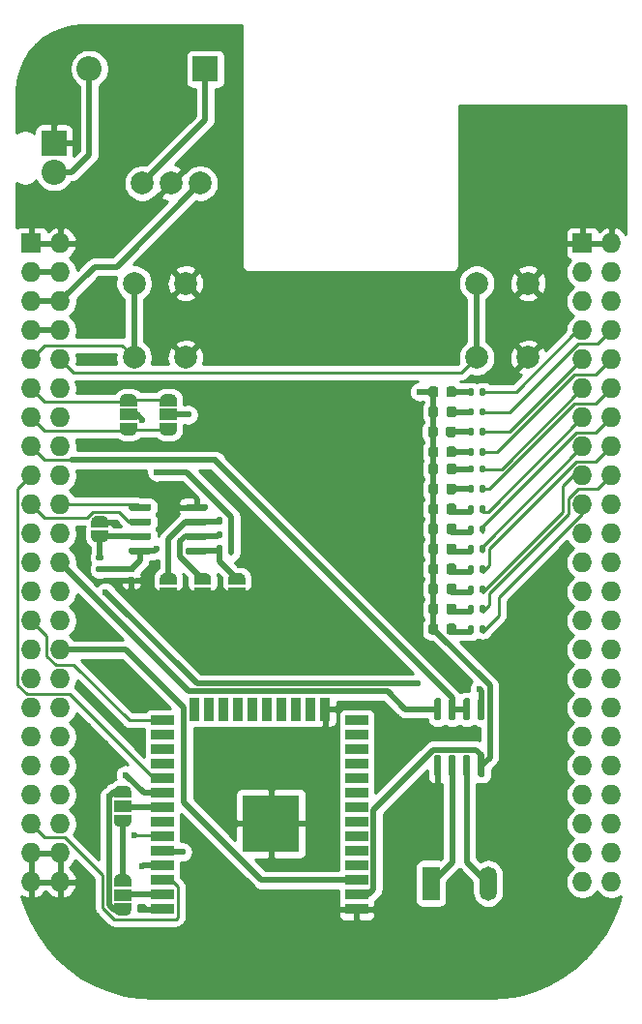
<source format=gbr>
G04 #@! TF.GenerationSoftware,KiCad,Pcbnew,5.1.9+dfsg1-1~bpo10+1*
G04 #@! TF.CreationDate,2021-06-27T17:04:20+00:00*
G04 #@! TF.ProjectId,com4bbb,636f6d34-6262-4622-9e6b-696361645f70,rev?*
G04 #@! TF.SameCoordinates,Original*
G04 #@! TF.FileFunction,Copper,L1,Top*
G04 #@! TF.FilePolarity,Positive*
%FSLAX46Y46*%
G04 Gerber Fmt 4.6, Leading zero omitted, Abs format (unit mm)*
G04 Created by KiCad (PCBNEW 5.1.9+dfsg1-1~bpo10+1) date 2021-06-27 17:04:20*
%MOMM*%
%LPD*%
G01*
G04 APERTURE LIST*
G04 #@! TA.AperFunction,ComponentPad*
%ADD10R,1.727200X1.727200*%
G04 #@! TD*
G04 #@! TA.AperFunction,ComponentPad*
%ADD11O,1.727200X1.727200*%
G04 #@! TD*
G04 #@! TA.AperFunction,ComponentPad*
%ADD12R,1.500000X3.000000*%
G04 #@! TD*
G04 #@! TA.AperFunction,ComponentPad*
%ADD13O,1.500000X3.000000*%
G04 #@! TD*
G04 #@! TA.AperFunction,SMDPad,CuDef*
%ADD14C,0.100000*%
G04 #@! TD*
G04 #@! TA.AperFunction,SMDPad,CuDef*
%ADD15R,1.500000X1.000000*%
G04 #@! TD*
G04 #@! TA.AperFunction,ComponentPad*
%ADD16C,2.000000*%
G04 #@! TD*
G04 #@! TA.AperFunction,SMDPad,CuDef*
%ADD17R,5.000000X5.000000*%
G04 #@! TD*
G04 #@! TA.AperFunction,SMDPad,CuDef*
%ADD18R,2.000000X0.900000*%
G04 #@! TD*
G04 #@! TA.AperFunction,SMDPad,CuDef*
%ADD19R,0.900000X2.000000*%
G04 #@! TD*
G04 #@! TA.AperFunction,ComponentPad*
%ADD20R,2.200000X2.200000*%
G04 #@! TD*
G04 #@! TA.AperFunction,ComponentPad*
%ADD21O,2.200000X2.200000*%
G04 #@! TD*
G04 #@! TA.AperFunction,ComponentPad*
%ADD22C,2.200000*%
G04 #@! TD*
G04 #@! TA.AperFunction,ViaPad*
%ADD23C,0.600000*%
G04 #@! TD*
G04 #@! TA.AperFunction,Conductor*
%ADD24C,0.500000*%
G04 #@! TD*
G04 #@! TA.AperFunction,Conductor*
%ADD25C,0.250000*%
G04 #@! TD*
G04 #@! TA.AperFunction,Conductor*
%ADD26C,0.254000*%
G04 #@! TD*
G04 #@! TA.AperFunction,Conductor*
%ADD27C,0.100000*%
G04 #@! TD*
G04 APERTURE END LIST*
G04 #@! TA.AperFunction,SMDPad,CuDef*
G36*
G01*
X155625100Y-102182400D02*
X155925100Y-102182400D01*
G75*
G02*
X156075100Y-102332400I0J-150000D01*
G01*
X156075100Y-103982400D01*
G75*
G02*
X155925100Y-104132400I-150000J0D01*
G01*
X155625100Y-104132400D01*
G75*
G02*
X155475100Y-103982400I0J150000D01*
G01*
X155475100Y-102332400D01*
G75*
G02*
X155625100Y-102182400I150000J0D01*
G01*
G37*
G04 #@! TD.AperFunction*
G04 #@! TA.AperFunction,SMDPad,CuDef*
G36*
G01*
X154355100Y-102182400D02*
X154655100Y-102182400D01*
G75*
G02*
X154805100Y-102332400I0J-150000D01*
G01*
X154805100Y-103982400D01*
G75*
G02*
X154655100Y-104132400I-150000J0D01*
G01*
X154355100Y-104132400D01*
G75*
G02*
X154205100Y-103982400I0J150000D01*
G01*
X154205100Y-102332400D01*
G75*
G02*
X154355100Y-102182400I150000J0D01*
G01*
G37*
G04 #@! TD.AperFunction*
G04 #@! TA.AperFunction,SMDPad,CuDef*
G36*
G01*
X153085100Y-102182400D02*
X153385100Y-102182400D01*
G75*
G02*
X153535100Y-102332400I0J-150000D01*
G01*
X153535100Y-103982400D01*
G75*
G02*
X153385100Y-104132400I-150000J0D01*
G01*
X153085100Y-104132400D01*
G75*
G02*
X152935100Y-103982400I0J150000D01*
G01*
X152935100Y-102332400D01*
G75*
G02*
X153085100Y-102182400I150000J0D01*
G01*
G37*
G04 #@! TD.AperFunction*
G04 #@! TA.AperFunction,SMDPad,CuDef*
G36*
G01*
X151815100Y-102182400D02*
X152115100Y-102182400D01*
G75*
G02*
X152265100Y-102332400I0J-150000D01*
G01*
X152265100Y-103982400D01*
G75*
G02*
X152115100Y-104132400I-150000J0D01*
G01*
X151815100Y-104132400D01*
G75*
G02*
X151665100Y-103982400I0J150000D01*
G01*
X151665100Y-102332400D01*
G75*
G02*
X151815100Y-102182400I150000J0D01*
G01*
G37*
G04 #@! TD.AperFunction*
G04 #@! TA.AperFunction,SMDPad,CuDef*
G36*
G01*
X151815100Y-107132400D02*
X152115100Y-107132400D01*
G75*
G02*
X152265100Y-107282400I0J-150000D01*
G01*
X152265100Y-108932400D01*
G75*
G02*
X152115100Y-109082400I-150000J0D01*
G01*
X151815100Y-109082400D01*
G75*
G02*
X151665100Y-108932400I0J150000D01*
G01*
X151665100Y-107282400D01*
G75*
G02*
X151815100Y-107132400I150000J0D01*
G01*
G37*
G04 #@! TD.AperFunction*
G04 #@! TA.AperFunction,SMDPad,CuDef*
G36*
G01*
X153085100Y-107132400D02*
X153385100Y-107132400D01*
G75*
G02*
X153535100Y-107282400I0J-150000D01*
G01*
X153535100Y-108932400D01*
G75*
G02*
X153385100Y-109082400I-150000J0D01*
G01*
X153085100Y-109082400D01*
G75*
G02*
X152935100Y-108932400I0J150000D01*
G01*
X152935100Y-107282400D01*
G75*
G02*
X153085100Y-107132400I150000J0D01*
G01*
G37*
G04 #@! TD.AperFunction*
G04 #@! TA.AperFunction,SMDPad,CuDef*
G36*
G01*
X154355100Y-107132400D02*
X154655100Y-107132400D01*
G75*
G02*
X154805100Y-107282400I0J-150000D01*
G01*
X154805100Y-108932400D01*
G75*
G02*
X154655100Y-109082400I-150000J0D01*
G01*
X154355100Y-109082400D01*
G75*
G02*
X154205100Y-108932400I0J150000D01*
G01*
X154205100Y-107282400D01*
G75*
G02*
X154355100Y-107132400I150000J0D01*
G01*
G37*
G04 #@! TD.AperFunction*
G04 #@! TA.AperFunction,SMDPad,CuDef*
G36*
G01*
X155625100Y-107132400D02*
X155925100Y-107132400D01*
G75*
G02*
X156075100Y-107282400I0J-150000D01*
G01*
X156075100Y-108932400D01*
G75*
G02*
X155925100Y-109082400I-150000J0D01*
G01*
X155625100Y-109082400D01*
G75*
G02*
X155475100Y-108932400I0J150000D01*
G01*
X155475100Y-107282400D01*
G75*
G02*
X155625100Y-107132400I150000J0D01*
G01*
G37*
G04 #@! TD.AperFunction*
D10*
X164630100Y-62382400D03*
D11*
X167170100Y-62382400D03*
X164630100Y-64922400D03*
X167170100Y-64922400D03*
X164630100Y-67462400D03*
X167170100Y-67462400D03*
X164630100Y-70002400D03*
X167170100Y-70002400D03*
X164630100Y-72542400D03*
X167170100Y-72542400D03*
X164630100Y-75082400D03*
X167170100Y-75082400D03*
X164630100Y-77622400D03*
X167170100Y-77622400D03*
X164630100Y-80162400D03*
X167170100Y-80162400D03*
X164630100Y-82702400D03*
X167170100Y-82702400D03*
X164630100Y-85242400D03*
X167170100Y-85242400D03*
X164630100Y-87782400D03*
X167170100Y-87782400D03*
X164630100Y-90322400D03*
X167170100Y-90322400D03*
X164630100Y-92862400D03*
X167170100Y-92862400D03*
X164630100Y-95402400D03*
X167170100Y-95402400D03*
X164630100Y-97942400D03*
X167170100Y-97942400D03*
X164630100Y-100482400D03*
X167170100Y-100482400D03*
X164630100Y-103022400D03*
X167170100Y-103022400D03*
X164630100Y-105562400D03*
X167170100Y-105562400D03*
X164630100Y-108102400D03*
X167170100Y-108102400D03*
X164630100Y-110642400D03*
X167170100Y-110642400D03*
X164630100Y-113182400D03*
X167170100Y-113182400D03*
X164630100Y-115722400D03*
X167170100Y-115722400D03*
X164630100Y-118262400D03*
X167170100Y-118262400D03*
D10*
X116370100Y-62382400D03*
D11*
X118910100Y-62382400D03*
X116370100Y-64922400D03*
X118910100Y-64922400D03*
X116370100Y-67462400D03*
X118910100Y-67462400D03*
X116370100Y-70002400D03*
X118910100Y-70002400D03*
X116370100Y-72542400D03*
X118910100Y-72542400D03*
X116370100Y-75082400D03*
X118910100Y-75082400D03*
X116370100Y-77622400D03*
X118910100Y-77622400D03*
X116370100Y-80162400D03*
X118910100Y-80162400D03*
X116370100Y-82702400D03*
X118910100Y-82702400D03*
X116370100Y-85242400D03*
X118910100Y-85242400D03*
X116370100Y-87782400D03*
X118910100Y-87782400D03*
X116370100Y-90322400D03*
X118910100Y-90322400D03*
X116370100Y-92862400D03*
X118910100Y-92862400D03*
X116370100Y-95402400D03*
X118910100Y-95402400D03*
X116370100Y-97942400D03*
X118910100Y-97942400D03*
X116370100Y-100482400D03*
X118910100Y-100482400D03*
X116370100Y-103022400D03*
X118910100Y-103022400D03*
X116370100Y-105562400D03*
X118910100Y-105562400D03*
X116370100Y-108102400D03*
X118910100Y-108102400D03*
X116370100Y-110642400D03*
X118910100Y-110642400D03*
X116370100Y-113182400D03*
X118910100Y-113182400D03*
X116370100Y-115722400D03*
X118910100Y-115722400D03*
X116370100Y-118262400D03*
X118910100Y-118262400D03*
G04 #@! TA.AperFunction,SMDPad,CuDef*
G36*
G01*
X124950100Y-90622400D02*
X125290100Y-90622400D01*
G75*
G02*
X125430100Y-90762400I0J-140000D01*
G01*
X125430100Y-91042400D01*
G75*
G02*
X125290100Y-91182400I-140000J0D01*
G01*
X124950100Y-91182400D01*
G75*
G02*
X124810100Y-91042400I0J140000D01*
G01*
X124810100Y-90762400D01*
G75*
G02*
X124950100Y-90622400I140000J0D01*
G01*
G37*
G04 #@! TD.AperFunction*
G04 #@! TA.AperFunction,SMDPad,CuDef*
G36*
G01*
X124950100Y-91582400D02*
X125290100Y-91582400D01*
G75*
G02*
X125430100Y-91722400I0J-140000D01*
G01*
X125430100Y-92002400D01*
G75*
G02*
X125290100Y-92142400I-140000J0D01*
G01*
X124950100Y-92142400D01*
G75*
G02*
X124810100Y-92002400I0J140000D01*
G01*
X124810100Y-91722400D01*
G75*
G02*
X124950100Y-91582400I140000J0D01*
G01*
G37*
G04 #@! TD.AperFunction*
D12*
X151370100Y-118382400D03*
D13*
X156370100Y-118382400D03*
G04 #@! TA.AperFunction,SMDPad,CuDef*
D14*
G36*
X125620100Y-78132400D02*
G01*
X125620100Y-78682400D01*
X125619498Y-78682400D01*
X125619498Y-78706934D01*
X125614688Y-78755765D01*
X125605116Y-78803890D01*
X125590872Y-78850845D01*
X125572095Y-78896178D01*
X125548964Y-78939451D01*
X125521704Y-78980250D01*
X125490576Y-79018179D01*
X125455879Y-79052876D01*
X125417950Y-79084004D01*
X125377151Y-79111264D01*
X125333878Y-79134395D01*
X125288545Y-79153172D01*
X125241590Y-79167416D01*
X125193465Y-79176988D01*
X125144634Y-79181798D01*
X125120100Y-79181798D01*
X125120100Y-79182400D01*
X124620100Y-79182400D01*
X124620100Y-79181798D01*
X124595566Y-79181798D01*
X124546735Y-79176988D01*
X124498610Y-79167416D01*
X124451655Y-79153172D01*
X124406322Y-79134395D01*
X124363049Y-79111264D01*
X124322250Y-79084004D01*
X124284321Y-79052876D01*
X124249624Y-79018179D01*
X124218496Y-78980250D01*
X124191236Y-78939451D01*
X124168105Y-78896178D01*
X124149328Y-78850845D01*
X124135084Y-78803890D01*
X124125512Y-78755765D01*
X124120702Y-78706934D01*
X124120702Y-78682400D01*
X124120100Y-78682400D01*
X124120100Y-78132400D01*
X125620100Y-78132400D01*
G37*
G04 #@! TD.AperFunction*
G04 #@! TA.AperFunction,SMDPad,CuDef*
G36*
X124120702Y-76082400D02*
G01*
X124120702Y-76057866D01*
X124125512Y-76009035D01*
X124135084Y-75960910D01*
X124149328Y-75913955D01*
X124168105Y-75868622D01*
X124191236Y-75825349D01*
X124218496Y-75784550D01*
X124249624Y-75746621D01*
X124284321Y-75711924D01*
X124322250Y-75680796D01*
X124363049Y-75653536D01*
X124406322Y-75630405D01*
X124451655Y-75611628D01*
X124498610Y-75597384D01*
X124546735Y-75587812D01*
X124595566Y-75583002D01*
X124620100Y-75583002D01*
X124620100Y-75582400D01*
X125120100Y-75582400D01*
X125120100Y-75583002D01*
X125144634Y-75583002D01*
X125193465Y-75587812D01*
X125241590Y-75597384D01*
X125288545Y-75611628D01*
X125333878Y-75630405D01*
X125377151Y-75653536D01*
X125417950Y-75680796D01*
X125455879Y-75711924D01*
X125490576Y-75746621D01*
X125521704Y-75784550D01*
X125548964Y-75825349D01*
X125572095Y-75868622D01*
X125590872Y-75913955D01*
X125605116Y-75960910D01*
X125614688Y-76009035D01*
X125619498Y-76057866D01*
X125619498Y-76082400D01*
X125620100Y-76082400D01*
X125620100Y-76632400D01*
X124120100Y-76632400D01*
X124120100Y-76082400D01*
X124120702Y-76082400D01*
G37*
G04 #@! TD.AperFunction*
D15*
X124870100Y-77382400D03*
X128370100Y-77382400D03*
G04 #@! TA.AperFunction,SMDPad,CuDef*
D14*
G36*
X129119498Y-78682400D02*
G01*
X129119498Y-78706934D01*
X129114688Y-78755765D01*
X129105116Y-78803890D01*
X129090872Y-78850845D01*
X129072095Y-78896178D01*
X129048964Y-78939451D01*
X129021704Y-78980250D01*
X128990576Y-79018179D01*
X128955879Y-79052876D01*
X128917950Y-79084004D01*
X128877151Y-79111264D01*
X128833878Y-79134395D01*
X128788545Y-79153172D01*
X128741590Y-79167416D01*
X128693465Y-79176988D01*
X128644634Y-79181798D01*
X128620100Y-79181798D01*
X128620100Y-79182400D01*
X128120100Y-79182400D01*
X128120100Y-79181798D01*
X128095566Y-79181798D01*
X128046735Y-79176988D01*
X127998610Y-79167416D01*
X127951655Y-79153172D01*
X127906322Y-79134395D01*
X127863049Y-79111264D01*
X127822250Y-79084004D01*
X127784321Y-79052876D01*
X127749624Y-79018179D01*
X127718496Y-78980250D01*
X127691236Y-78939451D01*
X127668105Y-78896178D01*
X127649328Y-78850845D01*
X127635084Y-78803890D01*
X127625512Y-78755765D01*
X127620702Y-78706934D01*
X127620702Y-78682400D01*
X127620100Y-78682400D01*
X127620100Y-78132400D01*
X129120100Y-78132400D01*
X129120100Y-78682400D01*
X129119498Y-78682400D01*
G37*
G04 #@! TD.AperFunction*
G04 #@! TA.AperFunction,SMDPad,CuDef*
G36*
X127620100Y-76632400D02*
G01*
X127620100Y-76082400D01*
X127620702Y-76082400D01*
X127620702Y-76057866D01*
X127625512Y-76009035D01*
X127635084Y-75960910D01*
X127649328Y-75913955D01*
X127668105Y-75868622D01*
X127691236Y-75825349D01*
X127718496Y-75784550D01*
X127749624Y-75746621D01*
X127784321Y-75711924D01*
X127822250Y-75680796D01*
X127863049Y-75653536D01*
X127906322Y-75630405D01*
X127951655Y-75611628D01*
X127998610Y-75597384D01*
X128046735Y-75587812D01*
X128095566Y-75583002D01*
X128120100Y-75583002D01*
X128120100Y-75582400D01*
X128620100Y-75582400D01*
X128620100Y-75583002D01*
X128644634Y-75583002D01*
X128693465Y-75587812D01*
X128741590Y-75597384D01*
X128788545Y-75611628D01*
X128833878Y-75630405D01*
X128877151Y-75653536D01*
X128917950Y-75680796D01*
X128955879Y-75711924D01*
X128990576Y-75746621D01*
X129021704Y-75784550D01*
X129048964Y-75825349D01*
X129072095Y-75868622D01*
X129090872Y-75913955D01*
X129105116Y-75960910D01*
X129114688Y-76009035D01*
X129119498Y-76057866D01*
X129119498Y-76082400D01*
X129120100Y-76082400D01*
X129120100Y-76632400D01*
X127620100Y-76632400D01*
G37*
G04 #@! TD.AperFunction*
G04 #@! TA.AperFunction,SMDPad,CuDef*
G36*
X125120100Y-112382400D02*
G01*
X125120100Y-112932400D01*
X125119498Y-112932400D01*
X125119498Y-112956934D01*
X125114688Y-113005765D01*
X125105116Y-113053890D01*
X125090872Y-113100845D01*
X125072095Y-113146178D01*
X125048964Y-113189451D01*
X125021704Y-113230250D01*
X124990576Y-113268179D01*
X124955879Y-113302876D01*
X124917950Y-113334004D01*
X124877151Y-113361264D01*
X124833878Y-113384395D01*
X124788545Y-113403172D01*
X124741590Y-113417416D01*
X124693465Y-113426988D01*
X124644634Y-113431798D01*
X124620100Y-113431798D01*
X124620100Y-113432400D01*
X124120100Y-113432400D01*
X124120100Y-113431798D01*
X124095566Y-113431798D01*
X124046735Y-113426988D01*
X123998610Y-113417416D01*
X123951655Y-113403172D01*
X123906322Y-113384395D01*
X123863049Y-113361264D01*
X123822250Y-113334004D01*
X123784321Y-113302876D01*
X123749624Y-113268179D01*
X123718496Y-113230250D01*
X123691236Y-113189451D01*
X123668105Y-113146178D01*
X123649328Y-113100845D01*
X123635084Y-113053890D01*
X123625512Y-113005765D01*
X123620702Y-112956934D01*
X123620702Y-112932400D01*
X123620100Y-112932400D01*
X123620100Y-112382400D01*
X125120100Y-112382400D01*
G37*
G04 #@! TD.AperFunction*
G04 #@! TA.AperFunction,SMDPad,CuDef*
G36*
X123620702Y-110332400D02*
G01*
X123620702Y-110307866D01*
X123625512Y-110259035D01*
X123635084Y-110210910D01*
X123649328Y-110163955D01*
X123668105Y-110118622D01*
X123691236Y-110075349D01*
X123718496Y-110034550D01*
X123749624Y-109996621D01*
X123784321Y-109961924D01*
X123822250Y-109930796D01*
X123863049Y-109903536D01*
X123906322Y-109880405D01*
X123951655Y-109861628D01*
X123998610Y-109847384D01*
X124046735Y-109837812D01*
X124095566Y-109833002D01*
X124120100Y-109833002D01*
X124120100Y-109832400D01*
X124620100Y-109832400D01*
X124620100Y-109833002D01*
X124644634Y-109833002D01*
X124693465Y-109837812D01*
X124741590Y-109847384D01*
X124788545Y-109861628D01*
X124833878Y-109880405D01*
X124877151Y-109903536D01*
X124917950Y-109930796D01*
X124955879Y-109961924D01*
X124990576Y-109996621D01*
X125021704Y-110034550D01*
X125048964Y-110075349D01*
X125072095Y-110118622D01*
X125090872Y-110163955D01*
X125105116Y-110210910D01*
X125114688Y-110259035D01*
X125119498Y-110307866D01*
X125119498Y-110332400D01*
X125120100Y-110332400D01*
X125120100Y-110882400D01*
X123620100Y-110882400D01*
X123620100Y-110332400D01*
X123620702Y-110332400D01*
G37*
G04 #@! TD.AperFunction*
D15*
X124370100Y-111632400D03*
X124370100Y-119382400D03*
G04 #@! TA.AperFunction,SMDPad,CuDef*
D14*
G36*
X123620702Y-118082400D02*
G01*
X123620702Y-118057866D01*
X123625512Y-118009035D01*
X123635084Y-117960910D01*
X123649328Y-117913955D01*
X123668105Y-117868622D01*
X123691236Y-117825349D01*
X123718496Y-117784550D01*
X123749624Y-117746621D01*
X123784321Y-117711924D01*
X123822250Y-117680796D01*
X123863049Y-117653536D01*
X123906322Y-117630405D01*
X123951655Y-117611628D01*
X123998610Y-117597384D01*
X124046735Y-117587812D01*
X124095566Y-117583002D01*
X124120100Y-117583002D01*
X124120100Y-117582400D01*
X124620100Y-117582400D01*
X124620100Y-117583002D01*
X124644634Y-117583002D01*
X124693465Y-117587812D01*
X124741590Y-117597384D01*
X124788545Y-117611628D01*
X124833878Y-117630405D01*
X124877151Y-117653536D01*
X124917950Y-117680796D01*
X124955879Y-117711924D01*
X124990576Y-117746621D01*
X125021704Y-117784550D01*
X125048964Y-117825349D01*
X125072095Y-117868622D01*
X125090872Y-117913955D01*
X125105116Y-117960910D01*
X125114688Y-118009035D01*
X125119498Y-118057866D01*
X125119498Y-118082400D01*
X125120100Y-118082400D01*
X125120100Y-118632400D01*
X123620100Y-118632400D01*
X123620100Y-118082400D01*
X123620702Y-118082400D01*
G37*
G04 #@! TD.AperFunction*
G04 #@! TA.AperFunction,SMDPad,CuDef*
G36*
X125120100Y-120132400D02*
G01*
X125120100Y-120682400D01*
X125119498Y-120682400D01*
X125119498Y-120706934D01*
X125114688Y-120755765D01*
X125105116Y-120803890D01*
X125090872Y-120850845D01*
X125072095Y-120896178D01*
X125048964Y-120939451D01*
X125021704Y-120980250D01*
X124990576Y-121018179D01*
X124955879Y-121052876D01*
X124917950Y-121084004D01*
X124877151Y-121111264D01*
X124833878Y-121134395D01*
X124788545Y-121153172D01*
X124741590Y-121167416D01*
X124693465Y-121176988D01*
X124644634Y-121181798D01*
X124620100Y-121181798D01*
X124620100Y-121182400D01*
X124120100Y-121182400D01*
X124120100Y-121181798D01*
X124095566Y-121181798D01*
X124046735Y-121176988D01*
X123998610Y-121167416D01*
X123951655Y-121153172D01*
X123906322Y-121134395D01*
X123863049Y-121111264D01*
X123822250Y-121084004D01*
X123784321Y-121052876D01*
X123749624Y-121018179D01*
X123718496Y-120980250D01*
X123691236Y-120939451D01*
X123668105Y-120896178D01*
X123649328Y-120850845D01*
X123635084Y-120803890D01*
X123625512Y-120755765D01*
X123620702Y-120706934D01*
X123620702Y-120682400D01*
X123620100Y-120682400D01*
X123620100Y-120132400D01*
X125120100Y-120132400D01*
G37*
G04 #@! TD.AperFunction*
G04 #@! TA.AperFunction,SMDPad,CuDef*
G36*
X127620100Y-92232400D02*
G01*
X127620100Y-91732400D01*
X127620702Y-91732400D01*
X127620702Y-91707866D01*
X127625512Y-91659035D01*
X127635084Y-91610910D01*
X127649328Y-91563955D01*
X127668105Y-91518622D01*
X127691236Y-91475349D01*
X127718496Y-91434550D01*
X127749624Y-91396621D01*
X127784321Y-91361924D01*
X127822250Y-91330796D01*
X127863049Y-91303536D01*
X127906322Y-91280405D01*
X127951655Y-91261628D01*
X127998610Y-91247384D01*
X128046735Y-91237812D01*
X128095566Y-91233002D01*
X128120100Y-91233002D01*
X128120100Y-91232400D01*
X128620100Y-91232400D01*
X128620100Y-91233002D01*
X128644634Y-91233002D01*
X128693465Y-91237812D01*
X128741590Y-91247384D01*
X128788545Y-91261628D01*
X128833878Y-91280405D01*
X128877151Y-91303536D01*
X128917950Y-91330796D01*
X128955879Y-91361924D01*
X128990576Y-91396621D01*
X129021704Y-91434550D01*
X129048964Y-91475349D01*
X129072095Y-91518622D01*
X129090872Y-91563955D01*
X129105116Y-91610910D01*
X129114688Y-91659035D01*
X129119498Y-91707866D01*
X129119498Y-91732400D01*
X129120100Y-91732400D01*
X129120100Y-92232400D01*
X127620100Y-92232400D01*
G37*
G04 #@! TD.AperFunction*
G04 #@! TA.AperFunction,SMDPad,CuDef*
G36*
X129119498Y-93032400D02*
G01*
X129119498Y-93056934D01*
X129114688Y-93105765D01*
X129105116Y-93153890D01*
X129090872Y-93200845D01*
X129072095Y-93246178D01*
X129048964Y-93289451D01*
X129021704Y-93330250D01*
X128990576Y-93368179D01*
X128955879Y-93402876D01*
X128917950Y-93434004D01*
X128877151Y-93461264D01*
X128833878Y-93484395D01*
X128788545Y-93503172D01*
X128741590Y-93517416D01*
X128693465Y-93526988D01*
X128644634Y-93531798D01*
X128620100Y-93531798D01*
X128620100Y-93532400D01*
X128120100Y-93532400D01*
X128120100Y-93531798D01*
X128095566Y-93531798D01*
X128046735Y-93526988D01*
X127998610Y-93517416D01*
X127951655Y-93503172D01*
X127906322Y-93484395D01*
X127863049Y-93461264D01*
X127822250Y-93434004D01*
X127784321Y-93402876D01*
X127749624Y-93368179D01*
X127718496Y-93330250D01*
X127691236Y-93289451D01*
X127668105Y-93246178D01*
X127649328Y-93200845D01*
X127635084Y-93153890D01*
X127625512Y-93105765D01*
X127620702Y-93056934D01*
X127620702Y-93032400D01*
X127620100Y-93032400D01*
X127620100Y-92532400D01*
X129120100Y-92532400D01*
X129120100Y-93032400D01*
X129119498Y-93032400D01*
G37*
G04 #@! TD.AperFunction*
G04 #@! TA.AperFunction,SMDPad,CuDef*
G36*
X132119498Y-93032400D02*
G01*
X132119498Y-93056934D01*
X132114688Y-93105765D01*
X132105116Y-93153890D01*
X132090872Y-93200845D01*
X132072095Y-93246178D01*
X132048964Y-93289451D01*
X132021704Y-93330250D01*
X131990576Y-93368179D01*
X131955879Y-93402876D01*
X131917950Y-93434004D01*
X131877151Y-93461264D01*
X131833878Y-93484395D01*
X131788545Y-93503172D01*
X131741590Y-93517416D01*
X131693465Y-93526988D01*
X131644634Y-93531798D01*
X131620100Y-93531798D01*
X131620100Y-93532400D01*
X131120100Y-93532400D01*
X131120100Y-93531798D01*
X131095566Y-93531798D01*
X131046735Y-93526988D01*
X130998610Y-93517416D01*
X130951655Y-93503172D01*
X130906322Y-93484395D01*
X130863049Y-93461264D01*
X130822250Y-93434004D01*
X130784321Y-93402876D01*
X130749624Y-93368179D01*
X130718496Y-93330250D01*
X130691236Y-93289451D01*
X130668105Y-93246178D01*
X130649328Y-93200845D01*
X130635084Y-93153890D01*
X130625512Y-93105765D01*
X130620702Y-93056934D01*
X130620702Y-93032400D01*
X130620100Y-93032400D01*
X130620100Y-92532400D01*
X132120100Y-92532400D01*
X132120100Y-93032400D01*
X132119498Y-93032400D01*
G37*
G04 #@! TD.AperFunction*
G04 #@! TA.AperFunction,SMDPad,CuDef*
G36*
X130620100Y-92232400D02*
G01*
X130620100Y-91732400D01*
X130620702Y-91732400D01*
X130620702Y-91707866D01*
X130625512Y-91659035D01*
X130635084Y-91610910D01*
X130649328Y-91563955D01*
X130668105Y-91518622D01*
X130691236Y-91475349D01*
X130718496Y-91434550D01*
X130749624Y-91396621D01*
X130784321Y-91361924D01*
X130822250Y-91330796D01*
X130863049Y-91303536D01*
X130906322Y-91280405D01*
X130951655Y-91261628D01*
X130998610Y-91247384D01*
X131046735Y-91237812D01*
X131095566Y-91233002D01*
X131120100Y-91233002D01*
X131120100Y-91232400D01*
X131620100Y-91232400D01*
X131620100Y-91233002D01*
X131644634Y-91233002D01*
X131693465Y-91237812D01*
X131741590Y-91247384D01*
X131788545Y-91261628D01*
X131833878Y-91280405D01*
X131877151Y-91303536D01*
X131917950Y-91330796D01*
X131955879Y-91361924D01*
X131990576Y-91396621D01*
X132021704Y-91434550D01*
X132048964Y-91475349D01*
X132072095Y-91518622D01*
X132090872Y-91563955D01*
X132105116Y-91610910D01*
X132114688Y-91659035D01*
X132119498Y-91707866D01*
X132119498Y-91732400D01*
X132120100Y-91732400D01*
X132120100Y-92232400D01*
X130620100Y-92232400D01*
G37*
G04 #@! TD.AperFunction*
G04 #@! TA.AperFunction,SMDPad,CuDef*
G36*
X133620100Y-92232400D02*
G01*
X133620100Y-91732400D01*
X133620702Y-91732400D01*
X133620702Y-91707866D01*
X133625512Y-91659035D01*
X133635084Y-91610910D01*
X133649328Y-91563955D01*
X133668105Y-91518622D01*
X133691236Y-91475349D01*
X133718496Y-91434550D01*
X133749624Y-91396621D01*
X133784321Y-91361924D01*
X133822250Y-91330796D01*
X133863049Y-91303536D01*
X133906322Y-91280405D01*
X133951655Y-91261628D01*
X133998610Y-91247384D01*
X134046735Y-91237812D01*
X134095566Y-91233002D01*
X134120100Y-91233002D01*
X134120100Y-91232400D01*
X134620100Y-91232400D01*
X134620100Y-91233002D01*
X134644634Y-91233002D01*
X134693465Y-91237812D01*
X134741590Y-91247384D01*
X134788545Y-91261628D01*
X134833878Y-91280405D01*
X134877151Y-91303536D01*
X134917950Y-91330796D01*
X134955879Y-91361924D01*
X134990576Y-91396621D01*
X135021704Y-91434550D01*
X135048964Y-91475349D01*
X135072095Y-91518622D01*
X135090872Y-91563955D01*
X135105116Y-91610910D01*
X135114688Y-91659035D01*
X135119498Y-91707866D01*
X135119498Y-91732400D01*
X135120100Y-91732400D01*
X135120100Y-92232400D01*
X133620100Y-92232400D01*
G37*
G04 #@! TD.AperFunction*
G04 #@! TA.AperFunction,SMDPad,CuDef*
G36*
X135119498Y-93032400D02*
G01*
X135119498Y-93056934D01*
X135114688Y-93105765D01*
X135105116Y-93153890D01*
X135090872Y-93200845D01*
X135072095Y-93246178D01*
X135048964Y-93289451D01*
X135021704Y-93330250D01*
X134990576Y-93368179D01*
X134955879Y-93402876D01*
X134917950Y-93434004D01*
X134877151Y-93461264D01*
X134833878Y-93484395D01*
X134788545Y-93503172D01*
X134741590Y-93517416D01*
X134693465Y-93526988D01*
X134644634Y-93531798D01*
X134620100Y-93531798D01*
X134620100Y-93532400D01*
X134120100Y-93532400D01*
X134120100Y-93531798D01*
X134095566Y-93531798D01*
X134046735Y-93526988D01*
X133998610Y-93517416D01*
X133951655Y-93503172D01*
X133906322Y-93484395D01*
X133863049Y-93461264D01*
X133822250Y-93434004D01*
X133784321Y-93402876D01*
X133749624Y-93368179D01*
X133718496Y-93330250D01*
X133691236Y-93289451D01*
X133668105Y-93246178D01*
X133649328Y-93200845D01*
X133635084Y-93153890D01*
X133625512Y-93105765D01*
X133620702Y-93056934D01*
X133620702Y-93032400D01*
X133620100Y-93032400D01*
X133620100Y-92532400D01*
X135120100Y-92532400D01*
X135120100Y-93032400D01*
X135119498Y-93032400D01*
G37*
G04 #@! TD.AperFunction*
G04 #@! TA.AperFunction,SMDPad,CuDef*
G36*
X121620702Y-86732400D02*
G01*
X121620702Y-86707866D01*
X121625512Y-86659035D01*
X121635084Y-86610910D01*
X121649328Y-86563955D01*
X121668105Y-86518622D01*
X121691236Y-86475349D01*
X121718496Y-86434550D01*
X121749624Y-86396621D01*
X121784321Y-86361924D01*
X121822250Y-86330796D01*
X121863049Y-86303536D01*
X121906322Y-86280405D01*
X121951655Y-86261628D01*
X121998610Y-86247384D01*
X122046735Y-86237812D01*
X122095566Y-86233002D01*
X122120100Y-86233002D01*
X122120100Y-86232400D01*
X122620100Y-86232400D01*
X122620100Y-86233002D01*
X122644634Y-86233002D01*
X122693465Y-86237812D01*
X122741590Y-86247384D01*
X122788545Y-86261628D01*
X122833878Y-86280405D01*
X122877151Y-86303536D01*
X122917950Y-86330796D01*
X122955879Y-86361924D01*
X122990576Y-86396621D01*
X123021704Y-86434550D01*
X123048964Y-86475349D01*
X123072095Y-86518622D01*
X123090872Y-86563955D01*
X123105116Y-86610910D01*
X123114688Y-86659035D01*
X123119498Y-86707866D01*
X123119498Y-86732400D01*
X123120100Y-86732400D01*
X123120100Y-87232400D01*
X121620100Y-87232400D01*
X121620100Y-86732400D01*
X121620702Y-86732400D01*
G37*
G04 #@! TD.AperFunction*
G04 #@! TA.AperFunction,SMDPad,CuDef*
G36*
X123120100Y-87532400D02*
G01*
X123120100Y-88032400D01*
X123119498Y-88032400D01*
X123119498Y-88056934D01*
X123114688Y-88105765D01*
X123105116Y-88153890D01*
X123090872Y-88200845D01*
X123072095Y-88246178D01*
X123048964Y-88289451D01*
X123021704Y-88330250D01*
X122990576Y-88368179D01*
X122955879Y-88402876D01*
X122917950Y-88434004D01*
X122877151Y-88461264D01*
X122833878Y-88484395D01*
X122788545Y-88503172D01*
X122741590Y-88517416D01*
X122693465Y-88526988D01*
X122644634Y-88531798D01*
X122620100Y-88531798D01*
X122620100Y-88532400D01*
X122120100Y-88532400D01*
X122120100Y-88531798D01*
X122095566Y-88531798D01*
X122046735Y-88526988D01*
X121998610Y-88517416D01*
X121951655Y-88503172D01*
X121906322Y-88484395D01*
X121863049Y-88461264D01*
X121822250Y-88434004D01*
X121784321Y-88402876D01*
X121749624Y-88368179D01*
X121718496Y-88330250D01*
X121691236Y-88289451D01*
X121668105Y-88246178D01*
X121649328Y-88200845D01*
X121635084Y-88153890D01*
X121625512Y-88105765D01*
X121620702Y-88056934D01*
X121620702Y-88032400D01*
X121620100Y-88032400D01*
X121620100Y-87532400D01*
X123120100Y-87532400D01*
G37*
G04 #@! TD.AperFunction*
G04 #@! TA.AperFunction,SMDPad,CuDef*
G36*
G01*
X133130100Y-86447400D02*
X133130100Y-86817400D01*
G75*
G02*
X132995100Y-86952400I-135000J0D01*
G01*
X132725100Y-86952400D01*
G75*
G02*
X132590100Y-86817400I0J135000D01*
G01*
X132590100Y-86447400D01*
G75*
G02*
X132725100Y-86312400I135000J0D01*
G01*
X132995100Y-86312400D01*
G75*
G02*
X133130100Y-86447400I0J-135000D01*
G01*
G37*
G04 #@! TD.AperFunction*
G04 #@! TA.AperFunction,SMDPad,CuDef*
G36*
G01*
X134150100Y-86447400D02*
X134150100Y-86817400D01*
G75*
G02*
X134015100Y-86952400I-135000J0D01*
G01*
X133745100Y-86952400D01*
G75*
G02*
X133610100Y-86817400I0J135000D01*
G01*
X133610100Y-86447400D01*
G75*
G02*
X133745100Y-86312400I135000J0D01*
G01*
X134015100Y-86312400D01*
G75*
G02*
X134150100Y-86447400I0J-135000D01*
G01*
G37*
G04 #@! TD.AperFunction*
G04 #@! TA.AperFunction,SMDPad,CuDef*
G36*
G01*
X134150100Y-87697400D02*
X134150100Y-88067400D01*
G75*
G02*
X134015100Y-88202400I-135000J0D01*
G01*
X133745100Y-88202400D01*
G75*
G02*
X133610100Y-88067400I0J135000D01*
G01*
X133610100Y-87697400D01*
G75*
G02*
X133745100Y-87562400I135000J0D01*
G01*
X134015100Y-87562400D01*
G75*
G02*
X134150100Y-87697400I0J-135000D01*
G01*
G37*
G04 #@! TD.AperFunction*
G04 #@! TA.AperFunction,SMDPad,CuDef*
G36*
G01*
X133130100Y-87697400D02*
X133130100Y-88067400D01*
G75*
G02*
X132995100Y-88202400I-135000J0D01*
G01*
X132725100Y-88202400D01*
G75*
G02*
X132590100Y-88067400I0J135000D01*
G01*
X132590100Y-87697400D01*
G75*
G02*
X132725100Y-87562400I135000J0D01*
G01*
X132995100Y-87562400D01*
G75*
G02*
X133130100Y-87697400I0J-135000D01*
G01*
G37*
G04 #@! TD.AperFunction*
G04 #@! TA.AperFunction,SMDPad,CuDef*
G36*
G01*
X133130100Y-88947400D02*
X133130100Y-89317400D01*
G75*
G02*
X132995100Y-89452400I-135000J0D01*
G01*
X132725100Y-89452400D01*
G75*
G02*
X132590100Y-89317400I0J135000D01*
G01*
X132590100Y-88947400D01*
G75*
G02*
X132725100Y-88812400I135000J0D01*
G01*
X132995100Y-88812400D01*
G75*
G02*
X133130100Y-88947400I0J-135000D01*
G01*
G37*
G04 #@! TD.AperFunction*
G04 #@! TA.AperFunction,SMDPad,CuDef*
G36*
G01*
X134150100Y-88947400D02*
X134150100Y-89317400D01*
G75*
G02*
X134015100Y-89452400I-135000J0D01*
G01*
X133745100Y-89452400D01*
G75*
G02*
X133610100Y-89317400I0J135000D01*
G01*
X133610100Y-88947400D01*
G75*
G02*
X133745100Y-88812400I135000J0D01*
G01*
X134015100Y-88812400D01*
G75*
G02*
X134150100Y-88947400I0J-135000D01*
G01*
G37*
G04 #@! TD.AperFunction*
G04 #@! TA.AperFunction,SMDPad,CuDef*
G36*
G01*
X122555100Y-91162400D02*
X122185100Y-91162400D01*
G75*
G02*
X122050100Y-91027400I0J135000D01*
G01*
X122050100Y-90757400D01*
G75*
G02*
X122185100Y-90622400I135000J0D01*
G01*
X122555100Y-90622400D01*
G75*
G02*
X122690100Y-90757400I0J-135000D01*
G01*
X122690100Y-91027400D01*
G75*
G02*
X122555100Y-91162400I-135000J0D01*
G01*
G37*
G04 #@! TD.AperFunction*
G04 #@! TA.AperFunction,SMDPad,CuDef*
G36*
G01*
X122555100Y-90142400D02*
X122185100Y-90142400D01*
G75*
G02*
X122050100Y-90007400I0J135000D01*
G01*
X122050100Y-89737400D01*
G75*
G02*
X122185100Y-89602400I135000J0D01*
G01*
X122555100Y-89602400D01*
G75*
G02*
X122690100Y-89737400I0J-135000D01*
G01*
X122690100Y-90007400D01*
G75*
G02*
X122555100Y-90142400I-135000J0D01*
G01*
G37*
G04 #@! TD.AperFunction*
D16*
X159870100Y-72382400D03*
X155370100Y-72382400D03*
X159870100Y-65882400D03*
X155370100Y-65882400D03*
X125370100Y-65882400D03*
X129870100Y-65882400D03*
X125370100Y-72382400D03*
X129870100Y-72382400D03*
D17*
X137370100Y-113137400D03*
D18*
X144870100Y-120637400D03*
X144870100Y-119367400D03*
X144870100Y-118097400D03*
X144870100Y-116827400D03*
X144870100Y-115557400D03*
X144870100Y-114287400D03*
X144870100Y-113017400D03*
X144870100Y-111747400D03*
X144870100Y-110477400D03*
X144870100Y-109207400D03*
X144870100Y-107937400D03*
X144870100Y-106667400D03*
X144870100Y-105397400D03*
X144870100Y-104127400D03*
D19*
X142085100Y-103127400D03*
X140815100Y-103127400D03*
X139545100Y-103127400D03*
X138275100Y-103127400D03*
X137005100Y-103127400D03*
X135735100Y-103127400D03*
X134465100Y-103127400D03*
X133195100Y-103127400D03*
X131925100Y-103127400D03*
X130655100Y-103127400D03*
D18*
X127870100Y-104127400D03*
X127870100Y-105397400D03*
X127870100Y-106667400D03*
X127870100Y-107937400D03*
X127870100Y-109207400D03*
X127870100Y-110477400D03*
X127870100Y-111747400D03*
X127870100Y-113017400D03*
X127870100Y-114287400D03*
X127870100Y-115557400D03*
X127870100Y-116827400D03*
X127870100Y-118097400D03*
X127870100Y-119367400D03*
X127870100Y-120637400D03*
G04 #@! TA.AperFunction,SMDPad,CuDef*
G36*
G01*
X131820100Y-89137400D02*
X131820100Y-89437400D01*
G75*
G02*
X131670100Y-89587400I-150000J0D01*
G01*
X130020100Y-89587400D01*
G75*
G02*
X129870100Y-89437400I0J150000D01*
G01*
X129870100Y-89137400D01*
G75*
G02*
X130020100Y-88987400I150000J0D01*
G01*
X131670100Y-88987400D01*
G75*
G02*
X131820100Y-89137400I0J-150000D01*
G01*
G37*
G04 #@! TD.AperFunction*
G04 #@! TA.AperFunction,SMDPad,CuDef*
G36*
G01*
X131820100Y-87867400D02*
X131820100Y-88167400D01*
G75*
G02*
X131670100Y-88317400I-150000J0D01*
G01*
X130020100Y-88317400D01*
G75*
G02*
X129870100Y-88167400I0J150000D01*
G01*
X129870100Y-87867400D01*
G75*
G02*
X130020100Y-87717400I150000J0D01*
G01*
X131670100Y-87717400D01*
G75*
G02*
X131820100Y-87867400I0J-150000D01*
G01*
G37*
G04 #@! TD.AperFunction*
G04 #@! TA.AperFunction,SMDPad,CuDef*
G36*
G01*
X131820100Y-86597400D02*
X131820100Y-86897400D01*
G75*
G02*
X131670100Y-87047400I-150000J0D01*
G01*
X130020100Y-87047400D01*
G75*
G02*
X129870100Y-86897400I0J150000D01*
G01*
X129870100Y-86597400D01*
G75*
G02*
X130020100Y-86447400I150000J0D01*
G01*
X131670100Y-86447400D01*
G75*
G02*
X131820100Y-86597400I0J-150000D01*
G01*
G37*
G04 #@! TD.AperFunction*
G04 #@! TA.AperFunction,SMDPad,CuDef*
G36*
G01*
X131820100Y-85327400D02*
X131820100Y-85627400D01*
G75*
G02*
X131670100Y-85777400I-150000J0D01*
G01*
X130020100Y-85777400D01*
G75*
G02*
X129870100Y-85627400I0J150000D01*
G01*
X129870100Y-85327400D01*
G75*
G02*
X130020100Y-85177400I150000J0D01*
G01*
X131670100Y-85177400D01*
G75*
G02*
X131820100Y-85327400I0J-150000D01*
G01*
G37*
G04 #@! TD.AperFunction*
G04 #@! TA.AperFunction,SMDPad,CuDef*
G36*
G01*
X126870100Y-85327400D02*
X126870100Y-85627400D01*
G75*
G02*
X126720100Y-85777400I-150000J0D01*
G01*
X125070100Y-85777400D01*
G75*
G02*
X124920100Y-85627400I0J150000D01*
G01*
X124920100Y-85327400D01*
G75*
G02*
X125070100Y-85177400I150000J0D01*
G01*
X126720100Y-85177400D01*
G75*
G02*
X126870100Y-85327400I0J-150000D01*
G01*
G37*
G04 #@! TD.AperFunction*
G04 #@! TA.AperFunction,SMDPad,CuDef*
G36*
G01*
X126870100Y-86597400D02*
X126870100Y-86897400D01*
G75*
G02*
X126720100Y-87047400I-150000J0D01*
G01*
X125070100Y-87047400D01*
G75*
G02*
X124920100Y-86897400I0J150000D01*
G01*
X124920100Y-86597400D01*
G75*
G02*
X125070100Y-86447400I150000J0D01*
G01*
X126720100Y-86447400D01*
G75*
G02*
X126870100Y-86597400I0J-150000D01*
G01*
G37*
G04 #@! TD.AperFunction*
G04 #@! TA.AperFunction,SMDPad,CuDef*
G36*
G01*
X126870100Y-87867400D02*
X126870100Y-88167400D01*
G75*
G02*
X126720100Y-88317400I-150000J0D01*
G01*
X125070100Y-88317400D01*
G75*
G02*
X124920100Y-88167400I0J150000D01*
G01*
X124920100Y-87867400D01*
G75*
G02*
X125070100Y-87717400I150000J0D01*
G01*
X126720100Y-87717400D01*
G75*
G02*
X126870100Y-87867400I0J-150000D01*
G01*
G37*
G04 #@! TD.AperFunction*
G04 #@! TA.AperFunction,SMDPad,CuDef*
G36*
G01*
X126870100Y-89137400D02*
X126870100Y-89437400D01*
G75*
G02*
X126720100Y-89587400I-150000J0D01*
G01*
X125070100Y-89587400D01*
G75*
G02*
X124920100Y-89437400I0J150000D01*
G01*
X124920100Y-89137400D01*
G75*
G02*
X125070100Y-88987400I150000J0D01*
G01*
X126720100Y-88987400D01*
G75*
G02*
X126870100Y-89137400I0J-150000D01*
G01*
G37*
G04 #@! TD.AperFunction*
G04 #@! TA.AperFunction,SMDPad,CuDef*
G36*
G01*
X153595100Y-75126150D02*
X153595100Y-75638650D01*
G75*
G02*
X153376350Y-75857400I-218750J0D01*
G01*
X152938850Y-75857400D01*
G75*
G02*
X152720100Y-75638650I0J218750D01*
G01*
X152720100Y-75126150D01*
G75*
G02*
X152938850Y-74907400I218750J0D01*
G01*
X153376350Y-74907400D01*
G75*
G02*
X153595100Y-75126150I0J-218750D01*
G01*
G37*
G04 #@! TD.AperFunction*
G04 #@! TA.AperFunction,SMDPad,CuDef*
G36*
G01*
X152020100Y-75126150D02*
X152020100Y-75638650D01*
G75*
G02*
X151801350Y-75857400I-218750J0D01*
G01*
X151363850Y-75857400D01*
G75*
G02*
X151145100Y-75638650I0J218750D01*
G01*
X151145100Y-75126150D01*
G75*
G02*
X151363850Y-74907400I218750J0D01*
G01*
X151801350Y-74907400D01*
G75*
G02*
X152020100Y-75126150I0J-218750D01*
G01*
G37*
G04 #@! TD.AperFunction*
G04 #@! TA.AperFunction,SMDPad,CuDef*
G36*
G01*
X151982600Y-78626150D02*
X151982600Y-79138650D01*
G75*
G02*
X151763850Y-79357400I-218750J0D01*
G01*
X151326350Y-79357400D01*
G75*
G02*
X151107600Y-79138650I0J218750D01*
G01*
X151107600Y-78626150D01*
G75*
G02*
X151326350Y-78407400I218750J0D01*
G01*
X151763850Y-78407400D01*
G75*
G02*
X151982600Y-78626150I0J-218750D01*
G01*
G37*
G04 #@! TD.AperFunction*
G04 #@! TA.AperFunction,SMDPad,CuDef*
G36*
G01*
X153557600Y-78626150D02*
X153557600Y-79138650D01*
G75*
G02*
X153338850Y-79357400I-218750J0D01*
G01*
X152901350Y-79357400D01*
G75*
G02*
X152682600Y-79138650I0J218750D01*
G01*
X152682600Y-78626150D01*
G75*
G02*
X152901350Y-78407400I218750J0D01*
G01*
X153338850Y-78407400D01*
G75*
G02*
X153557600Y-78626150I0J-218750D01*
G01*
G37*
G04 #@! TD.AperFunction*
G04 #@! TA.AperFunction,SMDPad,CuDef*
G36*
G01*
X153595100Y-81876150D02*
X153595100Y-82388650D01*
G75*
G02*
X153376350Y-82607400I-218750J0D01*
G01*
X152938850Y-82607400D01*
G75*
G02*
X152720100Y-82388650I0J218750D01*
G01*
X152720100Y-81876150D01*
G75*
G02*
X152938850Y-81657400I218750J0D01*
G01*
X153376350Y-81657400D01*
G75*
G02*
X153595100Y-81876150I0J-218750D01*
G01*
G37*
G04 #@! TD.AperFunction*
G04 #@! TA.AperFunction,SMDPad,CuDef*
G36*
G01*
X152020100Y-81876150D02*
X152020100Y-82388650D01*
G75*
G02*
X151801350Y-82607400I-218750J0D01*
G01*
X151363850Y-82607400D01*
G75*
G02*
X151145100Y-82388650I0J218750D01*
G01*
X151145100Y-81876150D01*
G75*
G02*
X151363850Y-81657400I218750J0D01*
G01*
X151801350Y-81657400D01*
G75*
G02*
X152020100Y-81876150I0J-218750D01*
G01*
G37*
G04 #@! TD.AperFunction*
G04 #@! TA.AperFunction,SMDPad,CuDef*
G36*
G01*
X152020100Y-85376150D02*
X152020100Y-85888650D01*
G75*
G02*
X151801350Y-86107400I-218750J0D01*
G01*
X151363850Y-86107400D01*
G75*
G02*
X151145100Y-85888650I0J218750D01*
G01*
X151145100Y-85376150D01*
G75*
G02*
X151363850Y-85157400I218750J0D01*
G01*
X151801350Y-85157400D01*
G75*
G02*
X152020100Y-85376150I0J-218750D01*
G01*
G37*
G04 #@! TD.AperFunction*
G04 #@! TA.AperFunction,SMDPad,CuDef*
G36*
G01*
X153595100Y-85376150D02*
X153595100Y-85888650D01*
G75*
G02*
X153376350Y-86107400I-218750J0D01*
G01*
X152938850Y-86107400D01*
G75*
G02*
X152720100Y-85888650I0J218750D01*
G01*
X152720100Y-85376150D01*
G75*
G02*
X152938850Y-85157400I218750J0D01*
G01*
X153376350Y-85157400D01*
G75*
G02*
X153595100Y-85376150I0J-218750D01*
G01*
G37*
G04 #@! TD.AperFunction*
G04 #@! TA.AperFunction,SMDPad,CuDef*
G36*
G01*
X153595100Y-88876150D02*
X153595100Y-89388650D01*
G75*
G02*
X153376350Y-89607400I-218750J0D01*
G01*
X152938850Y-89607400D01*
G75*
G02*
X152720100Y-89388650I0J218750D01*
G01*
X152720100Y-88876150D01*
G75*
G02*
X152938850Y-88657400I218750J0D01*
G01*
X153376350Y-88657400D01*
G75*
G02*
X153595100Y-88876150I0J-218750D01*
G01*
G37*
G04 #@! TD.AperFunction*
G04 #@! TA.AperFunction,SMDPad,CuDef*
G36*
G01*
X152020100Y-88876150D02*
X152020100Y-89388650D01*
G75*
G02*
X151801350Y-89607400I-218750J0D01*
G01*
X151363850Y-89607400D01*
G75*
G02*
X151145100Y-89388650I0J218750D01*
G01*
X151145100Y-88876150D01*
G75*
G02*
X151363850Y-88657400I218750J0D01*
G01*
X151801350Y-88657400D01*
G75*
G02*
X152020100Y-88876150I0J-218750D01*
G01*
G37*
G04 #@! TD.AperFunction*
G04 #@! TA.AperFunction,SMDPad,CuDef*
G36*
G01*
X152020100Y-92376150D02*
X152020100Y-92888650D01*
G75*
G02*
X151801350Y-93107400I-218750J0D01*
G01*
X151363850Y-93107400D01*
G75*
G02*
X151145100Y-92888650I0J218750D01*
G01*
X151145100Y-92376150D01*
G75*
G02*
X151363850Y-92157400I218750J0D01*
G01*
X151801350Y-92157400D01*
G75*
G02*
X152020100Y-92376150I0J-218750D01*
G01*
G37*
G04 #@! TD.AperFunction*
G04 #@! TA.AperFunction,SMDPad,CuDef*
G36*
G01*
X153595100Y-92376150D02*
X153595100Y-92888650D01*
G75*
G02*
X153376350Y-93107400I-218750J0D01*
G01*
X152938850Y-93107400D01*
G75*
G02*
X152720100Y-92888650I0J218750D01*
G01*
X152720100Y-92376150D01*
G75*
G02*
X152938850Y-92157400I218750J0D01*
G01*
X153376350Y-92157400D01*
G75*
G02*
X153595100Y-92376150I0J-218750D01*
G01*
G37*
G04 #@! TD.AperFunction*
G04 #@! TA.AperFunction,SMDPad,CuDef*
G36*
G01*
X153595100Y-95876150D02*
X153595100Y-96388650D01*
G75*
G02*
X153376350Y-96607400I-218750J0D01*
G01*
X152938850Y-96607400D01*
G75*
G02*
X152720100Y-96388650I0J218750D01*
G01*
X152720100Y-95876150D01*
G75*
G02*
X152938850Y-95657400I218750J0D01*
G01*
X153376350Y-95657400D01*
G75*
G02*
X153595100Y-95876150I0J-218750D01*
G01*
G37*
G04 #@! TD.AperFunction*
G04 #@! TA.AperFunction,SMDPad,CuDef*
G36*
G01*
X152020100Y-95876150D02*
X152020100Y-96388650D01*
G75*
G02*
X151801350Y-96607400I-218750J0D01*
G01*
X151363850Y-96607400D01*
G75*
G02*
X151145100Y-96388650I0J218750D01*
G01*
X151145100Y-95876150D01*
G75*
G02*
X151363850Y-95657400I218750J0D01*
G01*
X151801350Y-95657400D01*
G75*
G02*
X152020100Y-95876150I0J-218750D01*
G01*
G37*
G04 #@! TD.AperFunction*
G04 #@! TA.AperFunction,SMDPad,CuDef*
G36*
G01*
X152020100Y-76876150D02*
X152020100Y-77388650D01*
G75*
G02*
X151801350Y-77607400I-218750J0D01*
G01*
X151363850Y-77607400D01*
G75*
G02*
X151145100Y-77388650I0J218750D01*
G01*
X151145100Y-76876150D01*
G75*
G02*
X151363850Y-76657400I218750J0D01*
G01*
X151801350Y-76657400D01*
G75*
G02*
X152020100Y-76876150I0J-218750D01*
G01*
G37*
G04 #@! TD.AperFunction*
G04 #@! TA.AperFunction,SMDPad,CuDef*
G36*
G01*
X153595100Y-76876150D02*
X153595100Y-77388650D01*
G75*
G02*
X153376350Y-77607400I-218750J0D01*
G01*
X152938850Y-77607400D01*
G75*
G02*
X152720100Y-77388650I0J218750D01*
G01*
X152720100Y-76876150D01*
G75*
G02*
X152938850Y-76657400I218750J0D01*
G01*
X153376350Y-76657400D01*
G75*
G02*
X153595100Y-76876150I0J-218750D01*
G01*
G37*
G04 #@! TD.AperFunction*
G04 #@! TA.AperFunction,SMDPad,CuDef*
G36*
G01*
X153595100Y-80376150D02*
X153595100Y-80888650D01*
G75*
G02*
X153376350Y-81107400I-218750J0D01*
G01*
X152938850Y-81107400D01*
G75*
G02*
X152720100Y-80888650I0J218750D01*
G01*
X152720100Y-80376150D01*
G75*
G02*
X152938850Y-80157400I218750J0D01*
G01*
X153376350Y-80157400D01*
G75*
G02*
X153595100Y-80376150I0J-218750D01*
G01*
G37*
G04 #@! TD.AperFunction*
G04 #@! TA.AperFunction,SMDPad,CuDef*
G36*
G01*
X152020100Y-80376150D02*
X152020100Y-80888650D01*
G75*
G02*
X151801350Y-81107400I-218750J0D01*
G01*
X151363850Y-81107400D01*
G75*
G02*
X151145100Y-80888650I0J218750D01*
G01*
X151145100Y-80376150D01*
G75*
G02*
X151363850Y-80157400I218750J0D01*
G01*
X151801350Y-80157400D01*
G75*
G02*
X152020100Y-80376150I0J-218750D01*
G01*
G37*
G04 #@! TD.AperFunction*
G04 #@! TA.AperFunction,SMDPad,CuDef*
G36*
G01*
X152020100Y-83626150D02*
X152020100Y-84138650D01*
G75*
G02*
X151801350Y-84357400I-218750J0D01*
G01*
X151363850Y-84357400D01*
G75*
G02*
X151145100Y-84138650I0J218750D01*
G01*
X151145100Y-83626150D01*
G75*
G02*
X151363850Y-83407400I218750J0D01*
G01*
X151801350Y-83407400D01*
G75*
G02*
X152020100Y-83626150I0J-218750D01*
G01*
G37*
G04 #@! TD.AperFunction*
G04 #@! TA.AperFunction,SMDPad,CuDef*
G36*
G01*
X153595100Y-83626150D02*
X153595100Y-84138650D01*
G75*
G02*
X153376350Y-84357400I-218750J0D01*
G01*
X152938850Y-84357400D01*
G75*
G02*
X152720100Y-84138650I0J218750D01*
G01*
X152720100Y-83626150D01*
G75*
G02*
X152938850Y-83407400I218750J0D01*
G01*
X153376350Y-83407400D01*
G75*
G02*
X153595100Y-83626150I0J-218750D01*
G01*
G37*
G04 #@! TD.AperFunction*
G04 #@! TA.AperFunction,SMDPad,CuDef*
G36*
G01*
X153595100Y-87126150D02*
X153595100Y-87638650D01*
G75*
G02*
X153376350Y-87857400I-218750J0D01*
G01*
X152938850Y-87857400D01*
G75*
G02*
X152720100Y-87638650I0J218750D01*
G01*
X152720100Y-87126150D01*
G75*
G02*
X152938850Y-86907400I218750J0D01*
G01*
X153376350Y-86907400D01*
G75*
G02*
X153595100Y-87126150I0J-218750D01*
G01*
G37*
G04 #@! TD.AperFunction*
G04 #@! TA.AperFunction,SMDPad,CuDef*
G36*
G01*
X152020100Y-87126150D02*
X152020100Y-87638650D01*
G75*
G02*
X151801350Y-87857400I-218750J0D01*
G01*
X151363850Y-87857400D01*
G75*
G02*
X151145100Y-87638650I0J218750D01*
G01*
X151145100Y-87126150D01*
G75*
G02*
X151363850Y-86907400I218750J0D01*
G01*
X151801350Y-86907400D01*
G75*
G02*
X152020100Y-87126150I0J-218750D01*
G01*
G37*
G04 #@! TD.AperFunction*
G04 #@! TA.AperFunction,SMDPad,CuDef*
G36*
G01*
X152020100Y-90626150D02*
X152020100Y-91138650D01*
G75*
G02*
X151801350Y-91357400I-218750J0D01*
G01*
X151363850Y-91357400D01*
G75*
G02*
X151145100Y-91138650I0J218750D01*
G01*
X151145100Y-90626150D01*
G75*
G02*
X151363850Y-90407400I218750J0D01*
G01*
X151801350Y-90407400D01*
G75*
G02*
X152020100Y-90626150I0J-218750D01*
G01*
G37*
G04 #@! TD.AperFunction*
G04 #@! TA.AperFunction,SMDPad,CuDef*
G36*
G01*
X153595100Y-90626150D02*
X153595100Y-91138650D01*
G75*
G02*
X153376350Y-91357400I-218750J0D01*
G01*
X152938850Y-91357400D01*
G75*
G02*
X152720100Y-91138650I0J218750D01*
G01*
X152720100Y-90626150D01*
G75*
G02*
X152938850Y-90407400I218750J0D01*
G01*
X153376350Y-90407400D01*
G75*
G02*
X153595100Y-90626150I0J-218750D01*
G01*
G37*
G04 #@! TD.AperFunction*
G04 #@! TA.AperFunction,SMDPad,CuDef*
G36*
G01*
X153595100Y-94126150D02*
X153595100Y-94638650D01*
G75*
G02*
X153376350Y-94857400I-218750J0D01*
G01*
X152938850Y-94857400D01*
G75*
G02*
X152720100Y-94638650I0J218750D01*
G01*
X152720100Y-94126150D01*
G75*
G02*
X152938850Y-93907400I218750J0D01*
G01*
X153376350Y-93907400D01*
G75*
G02*
X153595100Y-94126150I0J-218750D01*
G01*
G37*
G04 #@! TD.AperFunction*
G04 #@! TA.AperFunction,SMDPad,CuDef*
G36*
G01*
X152020100Y-94126150D02*
X152020100Y-94638650D01*
G75*
G02*
X151801350Y-94857400I-218750J0D01*
G01*
X151363850Y-94857400D01*
G75*
G02*
X151145100Y-94638650I0J218750D01*
G01*
X151145100Y-94126150D01*
G75*
G02*
X151363850Y-93907400I218750J0D01*
G01*
X151801350Y-93907400D01*
G75*
G02*
X152020100Y-94126150I0J-218750D01*
G01*
G37*
G04 #@! TD.AperFunction*
G04 #@! TA.AperFunction,SMDPad,CuDef*
G36*
G01*
X154590100Y-75567400D02*
X154590100Y-75197400D01*
G75*
G02*
X154725100Y-75062400I135000J0D01*
G01*
X154995100Y-75062400D01*
G75*
G02*
X155130100Y-75197400I0J-135000D01*
G01*
X155130100Y-75567400D01*
G75*
G02*
X154995100Y-75702400I-135000J0D01*
G01*
X154725100Y-75702400D01*
G75*
G02*
X154590100Y-75567400I0J135000D01*
G01*
G37*
G04 #@! TD.AperFunction*
G04 #@! TA.AperFunction,SMDPad,CuDef*
G36*
G01*
X155610100Y-75567400D02*
X155610100Y-75197400D01*
G75*
G02*
X155745100Y-75062400I135000J0D01*
G01*
X156015100Y-75062400D01*
G75*
G02*
X156150100Y-75197400I0J-135000D01*
G01*
X156150100Y-75567400D01*
G75*
G02*
X156015100Y-75702400I-135000J0D01*
G01*
X155745100Y-75702400D01*
G75*
G02*
X155610100Y-75567400I0J135000D01*
G01*
G37*
G04 #@! TD.AperFunction*
G04 #@! TA.AperFunction,SMDPad,CuDef*
G36*
G01*
X154590100Y-79067400D02*
X154590100Y-78697400D01*
G75*
G02*
X154725100Y-78562400I135000J0D01*
G01*
X154995100Y-78562400D01*
G75*
G02*
X155130100Y-78697400I0J-135000D01*
G01*
X155130100Y-79067400D01*
G75*
G02*
X154995100Y-79202400I-135000J0D01*
G01*
X154725100Y-79202400D01*
G75*
G02*
X154590100Y-79067400I0J135000D01*
G01*
G37*
G04 #@! TD.AperFunction*
G04 #@! TA.AperFunction,SMDPad,CuDef*
G36*
G01*
X155610100Y-79067400D02*
X155610100Y-78697400D01*
G75*
G02*
X155745100Y-78562400I135000J0D01*
G01*
X156015100Y-78562400D01*
G75*
G02*
X156150100Y-78697400I0J-135000D01*
G01*
X156150100Y-79067400D01*
G75*
G02*
X156015100Y-79202400I-135000J0D01*
G01*
X155745100Y-79202400D01*
G75*
G02*
X155610100Y-79067400I0J135000D01*
G01*
G37*
G04 #@! TD.AperFunction*
G04 #@! TA.AperFunction,SMDPad,CuDef*
G36*
G01*
X155610100Y-82317400D02*
X155610100Y-81947400D01*
G75*
G02*
X155745100Y-81812400I135000J0D01*
G01*
X156015100Y-81812400D01*
G75*
G02*
X156150100Y-81947400I0J-135000D01*
G01*
X156150100Y-82317400D01*
G75*
G02*
X156015100Y-82452400I-135000J0D01*
G01*
X155745100Y-82452400D01*
G75*
G02*
X155610100Y-82317400I0J135000D01*
G01*
G37*
G04 #@! TD.AperFunction*
G04 #@! TA.AperFunction,SMDPad,CuDef*
G36*
G01*
X154590100Y-82317400D02*
X154590100Y-81947400D01*
G75*
G02*
X154725100Y-81812400I135000J0D01*
G01*
X154995100Y-81812400D01*
G75*
G02*
X155130100Y-81947400I0J-135000D01*
G01*
X155130100Y-82317400D01*
G75*
G02*
X154995100Y-82452400I-135000J0D01*
G01*
X154725100Y-82452400D01*
G75*
G02*
X154590100Y-82317400I0J135000D01*
G01*
G37*
G04 #@! TD.AperFunction*
G04 #@! TA.AperFunction,SMDPad,CuDef*
G36*
G01*
X154590100Y-85817400D02*
X154590100Y-85447400D01*
G75*
G02*
X154725100Y-85312400I135000J0D01*
G01*
X154995100Y-85312400D01*
G75*
G02*
X155130100Y-85447400I0J-135000D01*
G01*
X155130100Y-85817400D01*
G75*
G02*
X154995100Y-85952400I-135000J0D01*
G01*
X154725100Y-85952400D01*
G75*
G02*
X154590100Y-85817400I0J135000D01*
G01*
G37*
G04 #@! TD.AperFunction*
G04 #@! TA.AperFunction,SMDPad,CuDef*
G36*
G01*
X155610100Y-85817400D02*
X155610100Y-85447400D01*
G75*
G02*
X155745100Y-85312400I135000J0D01*
G01*
X156015100Y-85312400D01*
G75*
G02*
X156150100Y-85447400I0J-135000D01*
G01*
X156150100Y-85817400D01*
G75*
G02*
X156015100Y-85952400I-135000J0D01*
G01*
X155745100Y-85952400D01*
G75*
G02*
X155610100Y-85817400I0J135000D01*
G01*
G37*
G04 #@! TD.AperFunction*
G04 #@! TA.AperFunction,SMDPad,CuDef*
G36*
G01*
X155610100Y-89317400D02*
X155610100Y-88947400D01*
G75*
G02*
X155745100Y-88812400I135000J0D01*
G01*
X156015100Y-88812400D01*
G75*
G02*
X156150100Y-88947400I0J-135000D01*
G01*
X156150100Y-89317400D01*
G75*
G02*
X156015100Y-89452400I-135000J0D01*
G01*
X155745100Y-89452400D01*
G75*
G02*
X155610100Y-89317400I0J135000D01*
G01*
G37*
G04 #@! TD.AperFunction*
G04 #@! TA.AperFunction,SMDPad,CuDef*
G36*
G01*
X154590100Y-89317400D02*
X154590100Y-88947400D01*
G75*
G02*
X154725100Y-88812400I135000J0D01*
G01*
X154995100Y-88812400D01*
G75*
G02*
X155130100Y-88947400I0J-135000D01*
G01*
X155130100Y-89317400D01*
G75*
G02*
X154995100Y-89452400I-135000J0D01*
G01*
X154725100Y-89452400D01*
G75*
G02*
X154590100Y-89317400I0J135000D01*
G01*
G37*
G04 #@! TD.AperFunction*
G04 #@! TA.AperFunction,SMDPad,CuDef*
G36*
G01*
X154590100Y-92817400D02*
X154590100Y-92447400D01*
G75*
G02*
X154725100Y-92312400I135000J0D01*
G01*
X154995100Y-92312400D01*
G75*
G02*
X155130100Y-92447400I0J-135000D01*
G01*
X155130100Y-92817400D01*
G75*
G02*
X154995100Y-92952400I-135000J0D01*
G01*
X154725100Y-92952400D01*
G75*
G02*
X154590100Y-92817400I0J135000D01*
G01*
G37*
G04 #@! TD.AperFunction*
G04 #@! TA.AperFunction,SMDPad,CuDef*
G36*
G01*
X155610100Y-92817400D02*
X155610100Y-92447400D01*
G75*
G02*
X155745100Y-92312400I135000J0D01*
G01*
X156015100Y-92312400D01*
G75*
G02*
X156150100Y-92447400I0J-135000D01*
G01*
X156150100Y-92817400D01*
G75*
G02*
X156015100Y-92952400I-135000J0D01*
G01*
X155745100Y-92952400D01*
G75*
G02*
X155610100Y-92817400I0J135000D01*
G01*
G37*
G04 #@! TD.AperFunction*
G04 #@! TA.AperFunction,SMDPad,CuDef*
G36*
G01*
X155610100Y-96317400D02*
X155610100Y-95947400D01*
G75*
G02*
X155745100Y-95812400I135000J0D01*
G01*
X156015100Y-95812400D01*
G75*
G02*
X156150100Y-95947400I0J-135000D01*
G01*
X156150100Y-96317400D01*
G75*
G02*
X156015100Y-96452400I-135000J0D01*
G01*
X155745100Y-96452400D01*
G75*
G02*
X155610100Y-96317400I0J135000D01*
G01*
G37*
G04 #@! TD.AperFunction*
G04 #@! TA.AperFunction,SMDPad,CuDef*
G36*
G01*
X154590100Y-96317400D02*
X154590100Y-95947400D01*
G75*
G02*
X154725100Y-95812400I135000J0D01*
G01*
X154995100Y-95812400D01*
G75*
G02*
X155130100Y-95947400I0J-135000D01*
G01*
X155130100Y-96317400D01*
G75*
G02*
X154995100Y-96452400I-135000J0D01*
G01*
X154725100Y-96452400D01*
G75*
G02*
X154590100Y-96317400I0J135000D01*
G01*
G37*
G04 #@! TD.AperFunction*
G04 #@! TA.AperFunction,SMDPad,CuDef*
G36*
G01*
X154590100Y-77317400D02*
X154590100Y-76947400D01*
G75*
G02*
X154725100Y-76812400I135000J0D01*
G01*
X154995100Y-76812400D01*
G75*
G02*
X155130100Y-76947400I0J-135000D01*
G01*
X155130100Y-77317400D01*
G75*
G02*
X154995100Y-77452400I-135000J0D01*
G01*
X154725100Y-77452400D01*
G75*
G02*
X154590100Y-77317400I0J135000D01*
G01*
G37*
G04 #@! TD.AperFunction*
G04 #@! TA.AperFunction,SMDPad,CuDef*
G36*
G01*
X155610100Y-77317400D02*
X155610100Y-76947400D01*
G75*
G02*
X155745100Y-76812400I135000J0D01*
G01*
X156015100Y-76812400D01*
G75*
G02*
X156150100Y-76947400I0J-135000D01*
G01*
X156150100Y-77317400D01*
G75*
G02*
X156015100Y-77452400I-135000J0D01*
G01*
X155745100Y-77452400D01*
G75*
G02*
X155610100Y-77317400I0J135000D01*
G01*
G37*
G04 #@! TD.AperFunction*
G04 #@! TA.AperFunction,SMDPad,CuDef*
G36*
G01*
X155610100Y-80817400D02*
X155610100Y-80447400D01*
G75*
G02*
X155745100Y-80312400I135000J0D01*
G01*
X156015100Y-80312400D01*
G75*
G02*
X156150100Y-80447400I0J-135000D01*
G01*
X156150100Y-80817400D01*
G75*
G02*
X156015100Y-80952400I-135000J0D01*
G01*
X155745100Y-80952400D01*
G75*
G02*
X155610100Y-80817400I0J135000D01*
G01*
G37*
G04 #@! TD.AperFunction*
G04 #@! TA.AperFunction,SMDPad,CuDef*
G36*
G01*
X154590100Y-80817400D02*
X154590100Y-80447400D01*
G75*
G02*
X154725100Y-80312400I135000J0D01*
G01*
X154995100Y-80312400D01*
G75*
G02*
X155130100Y-80447400I0J-135000D01*
G01*
X155130100Y-80817400D01*
G75*
G02*
X154995100Y-80952400I-135000J0D01*
G01*
X154725100Y-80952400D01*
G75*
G02*
X154590100Y-80817400I0J135000D01*
G01*
G37*
G04 #@! TD.AperFunction*
G04 #@! TA.AperFunction,SMDPad,CuDef*
G36*
G01*
X154590100Y-84067400D02*
X154590100Y-83697400D01*
G75*
G02*
X154725100Y-83562400I135000J0D01*
G01*
X154995100Y-83562400D01*
G75*
G02*
X155130100Y-83697400I0J-135000D01*
G01*
X155130100Y-84067400D01*
G75*
G02*
X154995100Y-84202400I-135000J0D01*
G01*
X154725100Y-84202400D01*
G75*
G02*
X154590100Y-84067400I0J135000D01*
G01*
G37*
G04 #@! TD.AperFunction*
G04 #@! TA.AperFunction,SMDPad,CuDef*
G36*
G01*
X155610100Y-84067400D02*
X155610100Y-83697400D01*
G75*
G02*
X155745100Y-83562400I135000J0D01*
G01*
X156015100Y-83562400D01*
G75*
G02*
X156150100Y-83697400I0J-135000D01*
G01*
X156150100Y-84067400D01*
G75*
G02*
X156015100Y-84202400I-135000J0D01*
G01*
X155745100Y-84202400D01*
G75*
G02*
X155610100Y-84067400I0J135000D01*
G01*
G37*
G04 #@! TD.AperFunction*
G04 #@! TA.AperFunction,SMDPad,CuDef*
G36*
G01*
X155610100Y-87567400D02*
X155610100Y-87197400D01*
G75*
G02*
X155745100Y-87062400I135000J0D01*
G01*
X156015100Y-87062400D01*
G75*
G02*
X156150100Y-87197400I0J-135000D01*
G01*
X156150100Y-87567400D01*
G75*
G02*
X156015100Y-87702400I-135000J0D01*
G01*
X155745100Y-87702400D01*
G75*
G02*
X155610100Y-87567400I0J135000D01*
G01*
G37*
G04 #@! TD.AperFunction*
G04 #@! TA.AperFunction,SMDPad,CuDef*
G36*
G01*
X154590100Y-87567400D02*
X154590100Y-87197400D01*
G75*
G02*
X154725100Y-87062400I135000J0D01*
G01*
X154995100Y-87062400D01*
G75*
G02*
X155130100Y-87197400I0J-135000D01*
G01*
X155130100Y-87567400D01*
G75*
G02*
X154995100Y-87702400I-135000J0D01*
G01*
X154725100Y-87702400D01*
G75*
G02*
X154590100Y-87567400I0J135000D01*
G01*
G37*
G04 #@! TD.AperFunction*
G04 #@! TA.AperFunction,SMDPad,CuDef*
G36*
G01*
X154590100Y-91067400D02*
X154590100Y-90697400D01*
G75*
G02*
X154725100Y-90562400I135000J0D01*
G01*
X154995100Y-90562400D01*
G75*
G02*
X155130100Y-90697400I0J-135000D01*
G01*
X155130100Y-91067400D01*
G75*
G02*
X154995100Y-91202400I-135000J0D01*
G01*
X154725100Y-91202400D01*
G75*
G02*
X154590100Y-91067400I0J135000D01*
G01*
G37*
G04 #@! TD.AperFunction*
G04 #@! TA.AperFunction,SMDPad,CuDef*
G36*
G01*
X155610100Y-91067400D02*
X155610100Y-90697400D01*
G75*
G02*
X155745100Y-90562400I135000J0D01*
G01*
X156015100Y-90562400D01*
G75*
G02*
X156150100Y-90697400I0J-135000D01*
G01*
X156150100Y-91067400D01*
G75*
G02*
X156015100Y-91202400I-135000J0D01*
G01*
X155745100Y-91202400D01*
G75*
G02*
X155610100Y-91067400I0J135000D01*
G01*
G37*
G04 #@! TD.AperFunction*
G04 #@! TA.AperFunction,SMDPad,CuDef*
G36*
G01*
X155610100Y-94567400D02*
X155610100Y-94197400D01*
G75*
G02*
X155745100Y-94062400I135000J0D01*
G01*
X156015100Y-94062400D01*
G75*
G02*
X156150100Y-94197400I0J-135000D01*
G01*
X156150100Y-94567400D01*
G75*
G02*
X156015100Y-94702400I-135000J0D01*
G01*
X155745100Y-94702400D01*
G75*
G02*
X155610100Y-94567400I0J135000D01*
G01*
G37*
G04 #@! TD.AperFunction*
G04 #@! TA.AperFunction,SMDPad,CuDef*
G36*
G01*
X154590100Y-94567400D02*
X154590100Y-94197400D01*
G75*
G02*
X154725100Y-94062400I135000J0D01*
G01*
X154995100Y-94062400D01*
G75*
G02*
X155130100Y-94197400I0J-135000D01*
G01*
X155130100Y-94567400D01*
G75*
G02*
X154995100Y-94702400I-135000J0D01*
G01*
X154725100Y-94702400D01*
G75*
G02*
X154590100Y-94567400I0J135000D01*
G01*
G37*
G04 #@! TD.AperFunction*
D20*
X131620100Y-47132400D03*
D21*
X121460100Y-47132400D03*
D20*
X118370100Y-53632400D03*
D22*
X118370100Y-56172400D03*
D16*
X126080100Y-57132400D03*
X128620100Y-57132400D03*
X131160100Y-57132400D03*
D23*
X123870100Y-86882400D03*
X126120100Y-120632400D03*
X120870100Y-87382400D03*
X129870100Y-92882400D03*
X129370100Y-97632400D03*
X124370100Y-91882400D03*
X120870100Y-82632400D03*
X123620100Y-84132400D03*
X137870100Y-90382400D03*
X144870100Y-97632400D03*
X135620100Y-98132400D03*
X139370100Y-95132400D03*
X121370100Y-110882400D03*
X121620100Y-114632400D03*
X121370100Y-104632400D03*
X122870100Y-106132400D03*
X121120100Y-94632400D03*
X121870100Y-95882400D03*
X121870100Y-99382400D03*
X123270100Y-100982400D03*
X121370100Y-69632400D03*
X123120100Y-70132400D03*
X121120100Y-72382400D03*
X123120100Y-72632400D03*
X121120100Y-74632400D03*
X122620100Y-74882400D03*
X121620100Y-80132400D03*
X132620100Y-106882400D03*
X141870100Y-106882400D03*
X136870100Y-108132400D03*
X141870100Y-115382400D03*
X120870100Y-101382400D03*
X123370100Y-103882400D03*
X127370100Y-89132400D03*
X150370100Y-75382400D03*
X127370100Y-82382400D03*
X126120100Y-116882400D03*
X126120100Y-77882400D03*
X130120100Y-77382400D03*
X129620100Y-115632400D03*
X124370100Y-114132400D03*
X123170099Y-110772399D03*
X125370100Y-114132400D03*
X124620100Y-108882400D03*
X122870100Y-92882400D03*
X150215149Y-100880796D03*
X155620100Y-101382400D03*
D24*
X129165099Y-57207401D02*
X129235101Y-57207401D01*
X122370100Y-90892400D02*
X125110100Y-90892400D01*
X133880100Y-86632400D02*
X133880100Y-87882400D01*
X133880100Y-87882400D02*
X133880100Y-89132400D01*
X133880100Y-89452400D02*
X133880100Y-86632400D01*
X116370100Y-64922400D02*
X118910100Y-64922400D01*
X127215100Y-89287400D02*
X127370100Y-89132400D01*
X125895100Y-89287400D02*
X127215100Y-89287400D01*
X151582600Y-75382400D02*
X151582600Y-96382400D01*
X150370100Y-75382400D02*
X151582600Y-75382400D01*
X129950100Y-82382400D02*
X127370100Y-82382400D01*
X133880100Y-86312400D02*
X133880100Y-86632400D01*
X129950100Y-82382400D02*
X133880100Y-86312400D01*
X156525110Y-107357390D02*
X155775100Y-108107400D01*
X156525110Y-101074910D02*
X156525110Y-107357390D01*
X151582600Y-96132400D02*
X156525110Y-101074910D01*
X145860102Y-119367400D02*
X144870100Y-119367400D01*
X146320101Y-118907401D02*
X145860102Y-119367400D01*
X146320101Y-111928855D02*
X146320101Y-118907401D01*
X151566566Y-106682390D02*
X146320101Y-111928855D01*
X155325090Y-106682390D02*
X151566566Y-106682390D01*
X155775100Y-107132400D02*
X155325090Y-106682390D01*
X155775100Y-108107400D02*
X155775100Y-107132400D01*
X125895100Y-90127400D02*
X125120100Y-90902400D01*
X125895100Y-89287400D02*
X125895100Y-90127400D01*
X116370100Y-67462400D02*
X118910100Y-67462400D01*
X123860101Y-64432399D02*
X131160100Y-57132400D01*
X121940101Y-64432399D02*
X123860101Y-64432399D01*
X118910100Y-67462400D02*
X121940101Y-64432399D01*
X116370100Y-70002400D02*
X118910100Y-70002400D01*
X125370100Y-65882400D02*
X125370100Y-72382400D01*
D25*
X124341499Y-71353799D02*
X125370100Y-72382400D01*
X117558701Y-71353799D02*
X124341499Y-71353799D01*
X116370100Y-72542400D02*
X117558701Y-71353799D01*
D24*
X155370100Y-65882400D02*
X155370100Y-72382400D01*
D25*
X154045099Y-73707401D02*
X155370100Y-72382400D01*
X120075101Y-73707401D02*
X154045099Y-73707401D01*
X118910100Y-72542400D02*
X120075101Y-73707401D01*
D24*
X153235100Y-116517400D02*
X151370100Y-118382400D01*
X153235100Y-108107400D02*
X153235100Y-116517400D01*
X155830100Y-117842400D02*
X156370100Y-118382400D01*
X154505100Y-116517400D02*
X156370100Y-118382400D01*
X154505100Y-108107400D02*
X154505100Y-116517400D01*
D25*
X124741499Y-78811001D02*
X124870100Y-78682400D01*
X117558701Y-78811001D02*
X124741499Y-78811001D01*
X116370100Y-77622400D02*
X117558701Y-78811001D01*
X124870100Y-78682400D02*
X128370100Y-78682400D01*
X124681499Y-76271001D02*
X124870100Y-76082400D01*
X117558701Y-76271001D02*
X124681499Y-76271001D01*
X116370100Y-75082400D02*
X117558701Y-76271001D01*
X124870100Y-76082400D02*
X128370100Y-76082400D01*
D24*
X126175100Y-116827400D02*
X126120100Y-116882400D01*
X127870100Y-116827400D02*
X126175100Y-116827400D01*
X125620100Y-77382400D02*
X126120100Y-77882400D01*
X124870100Y-77382400D02*
X125620100Y-77382400D01*
X130120100Y-77382400D02*
X128370100Y-77382400D01*
X127945100Y-115632400D02*
X127870100Y-115557400D01*
X129620100Y-115632400D02*
X127945100Y-115632400D01*
X124370100Y-114132400D02*
X124370100Y-118082400D01*
X124370100Y-112932400D02*
X124370100Y-114132400D01*
X123610098Y-120682400D02*
X124370100Y-120682400D01*
X123170099Y-110772399D02*
X123170099Y-120242401D01*
X123170099Y-120242401D02*
X123610098Y-120682400D01*
X123610098Y-110332400D02*
X123170099Y-110772399D01*
X124370100Y-110332400D02*
X123610098Y-110332400D01*
X124485100Y-111747400D02*
X124370100Y-111632400D01*
X127870100Y-111747400D02*
X124485100Y-111747400D01*
X124385100Y-119367400D02*
X124370100Y-119382400D01*
X127870100Y-119367400D02*
X124385100Y-119367400D01*
X132745100Y-86747400D02*
X132860100Y-86632400D01*
X130845100Y-86747400D02*
X132745100Y-86747400D01*
X128370100Y-88247400D02*
X128370100Y-91732400D01*
X129870100Y-86747400D02*
X128370100Y-88247400D01*
X130845100Y-86747400D02*
X129870100Y-86747400D01*
X132725100Y-88017400D02*
X132860100Y-87882400D01*
X130845100Y-88017400D02*
X132725100Y-88017400D01*
X129420090Y-89782390D02*
X131370100Y-91732400D01*
X129420090Y-88467410D02*
X129420090Y-89782390D01*
X129870100Y-88017400D02*
X129420090Y-88467410D01*
X130845100Y-88017400D02*
X129870100Y-88017400D01*
X132705100Y-89287400D02*
X132860100Y-89132400D01*
X130845100Y-89287400D02*
X132705100Y-89287400D01*
X132860100Y-90222400D02*
X134370100Y-91732400D01*
X132860100Y-89132400D02*
X132860100Y-90222400D01*
X122370100Y-88032400D02*
X122370100Y-89872400D01*
X122385100Y-88017400D02*
X122370100Y-88032400D01*
X125895100Y-88017400D02*
X122385100Y-88017400D01*
D25*
X127715100Y-114132400D02*
X127870100Y-114287400D01*
X125370100Y-114132400D02*
X127715100Y-114132400D01*
X116370100Y-80162400D02*
X117558701Y-81351001D01*
D24*
X132553701Y-81351001D02*
X130801499Y-81351001D01*
X130801499Y-81351001D02*
X120088701Y-81351001D01*
X132258701Y-81351001D02*
X130801499Y-81351001D01*
X154505100Y-103157400D02*
X153235100Y-103157400D01*
X132403701Y-81351001D02*
X119901499Y-81351001D01*
X153235100Y-102182400D02*
X132403701Y-81351001D01*
X153235100Y-103157400D02*
X153235100Y-102182400D01*
D25*
X119901499Y-81351001D02*
X120088701Y-81351001D01*
X117558701Y-81351001D02*
X119901499Y-81351001D01*
X127105098Y-109207400D02*
X127870100Y-109207400D01*
X119731497Y-101833799D02*
X127105098Y-109207400D01*
X115962369Y-101833799D02*
X119731497Y-101833799D01*
X115181499Y-101052929D02*
X115962369Y-101833799D01*
X115181499Y-83891001D02*
X115181499Y-101052929D01*
X116370100Y-82702400D02*
X115181499Y-83891001D01*
X124920100Y-86747400D02*
X125895100Y-86747400D01*
X124080090Y-85907390D02*
X124920100Y-86747400D01*
X121781772Y-85907390D02*
X124080090Y-85907390D01*
X121258161Y-86431001D02*
X121781772Y-85907390D01*
X117558701Y-86431001D02*
X121258161Y-86431001D01*
X116370100Y-85242400D02*
X117558701Y-86431001D01*
X125660100Y-85242400D02*
X125895100Y-85477400D01*
X118910100Y-85242400D02*
X125660100Y-85242400D01*
D24*
X126215100Y-110477400D02*
X127870100Y-110477400D01*
X124620100Y-108882400D02*
X126215100Y-110477400D01*
X118910100Y-90322400D02*
X130170101Y-101582401D01*
X147570101Y-101582401D02*
X149145100Y-103157400D01*
X149145100Y-103157400D02*
X151965100Y-103157400D01*
X130170101Y-101582401D02*
X147570101Y-101582401D01*
X130868496Y-100880796D02*
X150215149Y-100880796D01*
X122870100Y-92882400D02*
X130868496Y-100880796D01*
X155775100Y-101537400D02*
X155620100Y-101382400D01*
X155775100Y-103157400D02*
X155775100Y-101537400D01*
D25*
X128635102Y-118097400D02*
X127870100Y-118097400D01*
X129035092Y-121507410D02*
X129195101Y-121347401D01*
X123621922Y-121507410D02*
X129035092Y-121507410D01*
X122595089Y-120480577D02*
X123621922Y-121507410D01*
X122595089Y-117648259D02*
X122595089Y-120480577D01*
X129195101Y-121347401D02*
X129195101Y-118657399D01*
X119317831Y-114371001D02*
X122595089Y-117648259D01*
X129195101Y-118657399D02*
X128635102Y-118097400D01*
X117558701Y-114371001D02*
X119317831Y-114371001D01*
X116370100Y-113182400D02*
X117558701Y-114371001D01*
D24*
X153157600Y-75382400D02*
X154860100Y-75382400D01*
X153120100Y-78882400D02*
X154860100Y-78882400D01*
X153157600Y-82132400D02*
X154860100Y-82132400D01*
X153157600Y-85882400D02*
X154860100Y-85882400D01*
X153157600Y-89382400D02*
X154860100Y-89382400D01*
X153157600Y-92882400D02*
X154860100Y-92882400D01*
X153157600Y-96382400D02*
X154860100Y-96382400D01*
X153157600Y-77132400D02*
X154860100Y-77132400D01*
X153157600Y-80632400D02*
X154860100Y-80632400D01*
X153157600Y-83882400D02*
X154860100Y-83882400D01*
X153157600Y-87632400D02*
X154860100Y-87632400D01*
X153157600Y-91132400D02*
X154860100Y-91132400D01*
X153157600Y-94632400D02*
X154860100Y-94632400D01*
D25*
X164211102Y-70002400D02*
X164630100Y-70002400D01*
X158831102Y-75382400D02*
X164211102Y-70002400D01*
X155880100Y-75382400D02*
X158831102Y-75382400D01*
X158290100Y-78882400D02*
X164630100Y-72542400D01*
X155880100Y-78882400D02*
X158290100Y-78882400D01*
X157580100Y-82132400D02*
X164630100Y-75082400D01*
X155880100Y-82132400D02*
X157580100Y-82132400D01*
X156370100Y-85882400D02*
X155880100Y-85882400D01*
X164630100Y-77622400D02*
X156370100Y-85882400D01*
X155880100Y-88912400D02*
X155880100Y-89382400D01*
X164630100Y-80162400D02*
X155880100Y-88912400D01*
X164630100Y-82702400D02*
X163800100Y-82702400D01*
X162870100Y-85892400D02*
X155880100Y-92882400D01*
X162870100Y-83632400D02*
X162870100Y-85892400D01*
X163800100Y-82702400D02*
X162870100Y-83632400D01*
X157320110Y-94942390D02*
X155880100Y-96382400D01*
X157320110Y-93333260D02*
X157320110Y-94942390D01*
X164630100Y-86023270D02*
X157320110Y-93333260D01*
X164630100Y-85242400D02*
X164630100Y-86023270D01*
X165981499Y-71191001D02*
X167170100Y-70002400D01*
X164222369Y-71191001D02*
X165981499Y-71191001D01*
X158280970Y-77132400D02*
X164222369Y-71191001D01*
X155880100Y-77132400D02*
X158280970Y-77132400D01*
X157176510Y-80632400D02*
X155880100Y-80632400D01*
X163915111Y-73893799D02*
X157176510Y-80632400D01*
X165818701Y-73893799D02*
X163915111Y-73893799D01*
X167170100Y-72542400D02*
X165818701Y-73893799D01*
X155880100Y-83872400D02*
X155880100Y-83882400D01*
X156466510Y-83882400D02*
X155880100Y-83882400D01*
X163915111Y-76433799D02*
X156466510Y-83882400D01*
X165818701Y-76433799D02*
X163915111Y-76433799D01*
X167170100Y-75082400D02*
X165818701Y-76433799D01*
X155880100Y-87153270D02*
X155880100Y-87632400D01*
X164059571Y-78973799D02*
X155880100Y-87153270D01*
X165818701Y-78973799D02*
X164059571Y-78973799D01*
X167170100Y-77622400D02*
X165818701Y-78973799D01*
X156475110Y-90537390D02*
X155880100Y-91132400D01*
X156475110Y-89098260D02*
X156475110Y-90537390D01*
X164059571Y-81513799D02*
X156475110Y-89098260D01*
X165818701Y-81513799D02*
X164059571Y-81513799D01*
X167170100Y-80162400D02*
X165818701Y-81513799D01*
X165981499Y-83891001D02*
X167170100Y-82702400D01*
X164222369Y-83891001D02*
X165981499Y-83891001D01*
X163441499Y-84671871D02*
X164222369Y-83891001D01*
X163441499Y-86061001D02*
X163441499Y-84671871D01*
X156475110Y-93027390D02*
X163441499Y-86061001D01*
X156475110Y-94037390D02*
X156475110Y-93027390D01*
X155880100Y-94632400D02*
X156475110Y-94037390D01*
D24*
X131620100Y-51592400D02*
X126080100Y-57132400D01*
X131620100Y-47132400D02*
X131620100Y-51592400D01*
X121460100Y-54638034D02*
X121460100Y-47132400D01*
X119925734Y-56172400D02*
X121460100Y-54638034D01*
X118370100Y-56172400D02*
X119925734Y-56172400D01*
D25*
X124940098Y-104127400D02*
X127870100Y-104127400D01*
X120106497Y-99293799D02*
X124940098Y-104127400D01*
X118502369Y-99293799D02*
X120106497Y-99293799D01*
X117721499Y-98512929D02*
X118502369Y-99293799D01*
X117721499Y-96753799D02*
X117721499Y-98512929D01*
X116370100Y-95402400D02*
X117721499Y-96753799D01*
D24*
X129755099Y-111332401D02*
X136520098Y-118097400D01*
X129755099Y-103017399D02*
X129755099Y-111332401D01*
X136520098Y-118097400D02*
X144870100Y-118097400D01*
X124680100Y-97942400D02*
X129755099Y-103017399D01*
X118910100Y-97942400D02*
X124680100Y-97942400D01*
D26*
X163302058Y-88492253D02*
X163466061Y-88737702D01*
X163674798Y-88946439D01*
X163833381Y-89052400D01*
X163674798Y-89158361D01*
X163466061Y-89367098D01*
X163302058Y-89612547D01*
X163189090Y-89885275D01*
X163131500Y-90174801D01*
X163131500Y-90469999D01*
X163189090Y-90759525D01*
X163302058Y-91032253D01*
X163466061Y-91277702D01*
X163674798Y-91486439D01*
X163833381Y-91592400D01*
X163674798Y-91698361D01*
X163466061Y-91907098D01*
X163302058Y-92152547D01*
X163189090Y-92425275D01*
X163131500Y-92714801D01*
X163131500Y-93009999D01*
X163189090Y-93299525D01*
X163302058Y-93572253D01*
X163466061Y-93817702D01*
X163674798Y-94026439D01*
X163833381Y-94132400D01*
X163674798Y-94238361D01*
X163466061Y-94447098D01*
X163302058Y-94692547D01*
X163189090Y-94965275D01*
X163131500Y-95254801D01*
X163131500Y-95549999D01*
X163189090Y-95839525D01*
X163302058Y-96112253D01*
X163466061Y-96357702D01*
X163674798Y-96566439D01*
X163833381Y-96672400D01*
X163674798Y-96778361D01*
X163466061Y-96987098D01*
X163302058Y-97232547D01*
X163189090Y-97505275D01*
X163131500Y-97794801D01*
X163131500Y-98089999D01*
X163189090Y-98379525D01*
X163302058Y-98652253D01*
X163466061Y-98897702D01*
X163674798Y-99106439D01*
X163833381Y-99212400D01*
X163674798Y-99318361D01*
X163466061Y-99527098D01*
X163302058Y-99772547D01*
X163189090Y-100045275D01*
X163131500Y-100334801D01*
X163131500Y-100629999D01*
X163189090Y-100919525D01*
X163302058Y-101192253D01*
X163466061Y-101437702D01*
X163674798Y-101646439D01*
X163833381Y-101752400D01*
X163674798Y-101858361D01*
X163466061Y-102067098D01*
X163302058Y-102312547D01*
X163189090Y-102585275D01*
X163131500Y-102874801D01*
X163131500Y-103169999D01*
X163189090Y-103459525D01*
X163302058Y-103732253D01*
X163466061Y-103977702D01*
X163674798Y-104186439D01*
X163833381Y-104292400D01*
X163674798Y-104398361D01*
X163466061Y-104607098D01*
X163302058Y-104852547D01*
X163189090Y-105125275D01*
X163131500Y-105414801D01*
X163131500Y-105709999D01*
X163189090Y-105999525D01*
X163302058Y-106272253D01*
X163466061Y-106517702D01*
X163674798Y-106726439D01*
X163833381Y-106832400D01*
X163674798Y-106938361D01*
X163466061Y-107147098D01*
X163302058Y-107392547D01*
X163189090Y-107665275D01*
X163131500Y-107954801D01*
X163131500Y-108249999D01*
X163189090Y-108539525D01*
X163302058Y-108812253D01*
X163466061Y-109057702D01*
X163674798Y-109266439D01*
X163833381Y-109372400D01*
X163674798Y-109478361D01*
X163466061Y-109687098D01*
X163302058Y-109932547D01*
X163189090Y-110205275D01*
X163131500Y-110494801D01*
X163131500Y-110789999D01*
X163189090Y-111079525D01*
X163302058Y-111352253D01*
X163466061Y-111597702D01*
X163674798Y-111806439D01*
X163833381Y-111912400D01*
X163674798Y-112018361D01*
X163466061Y-112227098D01*
X163302058Y-112472547D01*
X163189090Y-112745275D01*
X163131500Y-113034801D01*
X163131500Y-113329999D01*
X163189090Y-113619525D01*
X163302058Y-113892253D01*
X163466061Y-114137702D01*
X163674798Y-114346439D01*
X163833381Y-114452400D01*
X163674798Y-114558361D01*
X163466061Y-114767098D01*
X163302058Y-115012547D01*
X163189090Y-115285275D01*
X163131500Y-115574801D01*
X163131500Y-115869999D01*
X163189090Y-116159525D01*
X163302058Y-116432253D01*
X163466061Y-116677702D01*
X163674798Y-116886439D01*
X163833381Y-116992400D01*
X163674798Y-117098361D01*
X163466061Y-117307098D01*
X163302058Y-117552547D01*
X163189090Y-117825275D01*
X163131500Y-118114801D01*
X163131500Y-118409999D01*
X163189090Y-118699525D01*
X163302058Y-118972253D01*
X163466061Y-119217702D01*
X163674798Y-119426439D01*
X163920247Y-119590442D01*
X164192975Y-119703410D01*
X164482501Y-119761000D01*
X164777699Y-119761000D01*
X165067225Y-119703410D01*
X165339953Y-119590442D01*
X165585402Y-119426439D01*
X165794139Y-119217702D01*
X165900100Y-119059119D01*
X166006061Y-119217702D01*
X166214798Y-119426439D01*
X166460247Y-119590442D01*
X166732975Y-119703410D01*
X167022501Y-119761000D01*
X167317699Y-119761000D01*
X167607225Y-119703410D01*
X167879953Y-119590442D01*
X168000411Y-119509955D01*
X167766864Y-120324430D01*
X167253667Y-121569537D01*
X166604882Y-122749674D01*
X165828586Y-123850144D01*
X164934462Y-124857219D01*
X163933653Y-125758351D01*
X162838639Y-126542304D01*
X161663061Y-127199313D01*
X160421563Y-127721191D01*
X159129638Y-128101425D01*
X157803368Y-128335282D01*
X156442664Y-128420891D01*
X156374031Y-128421130D01*
X127182875Y-128421130D01*
X125820482Y-128344961D01*
X124492617Y-128120369D01*
X123198070Y-127749164D01*
X121952963Y-127235967D01*
X120772826Y-126587182D01*
X119672356Y-125810886D01*
X118665281Y-124916762D01*
X117764149Y-123915953D01*
X116980196Y-122820939D01*
X116323187Y-121645361D01*
X115801309Y-120403863D01*
X115535692Y-119501374D01*
X115734122Y-119619364D01*
X116011073Y-119717363D01*
X116243100Y-119596864D01*
X116243100Y-118389400D01*
X116497100Y-118389400D01*
X116497100Y-119596864D01*
X116729127Y-119717363D01*
X117006078Y-119619364D01*
X117258588Y-119469217D01*
X117476954Y-119272693D01*
X117640100Y-119054322D01*
X117803246Y-119272693D01*
X118021612Y-119469217D01*
X118274122Y-119619364D01*
X118551073Y-119717363D01*
X118783100Y-119596864D01*
X118783100Y-118389400D01*
X119037100Y-118389400D01*
X119037100Y-119596864D01*
X119269127Y-119717363D01*
X119546078Y-119619364D01*
X119798588Y-119469217D01*
X120016954Y-119272693D01*
X120192784Y-119037344D01*
X120319322Y-118772214D01*
X120365058Y-118621426D01*
X120243917Y-118389400D01*
X119037100Y-118389400D01*
X118783100Y-118389400D01*
X116497100Y-118389400D01*
X116243100Y-118389400D01*
X116223100Y-118389400D01*
X116223100Y-118135400D01*
X116243100Y-118135400D01*
X116243100Y-115849400D01*
X116497100Y-115849400D01*
X116497100Y-118135400D01*
X118783100Y-118135400D01*
X118783100Y-115849400D01*
X116497100Y-115849400D01*
X116243100Y-115849400D01*
X116223100Y-115849400D01*
X116223100Y-115595400D01*
X116243100Y-115595400D01*
X116243100Y-115575400D01*
X116497100Y-115575400D01*
X116497100Y-115595400D01*
X118783100Y-115595400D01*
X118783100Y-115575400D01*
X119037100Y-115575400D01*
X119037100Y-115595400D01*
X119057100Y-115595400D01*
X119057100Y-115849400D01*
X119037100Y-115849400D01*
X119037100Y-118135400D01*
X120243917Y-118135400D01*
X120365058Y-117903374D01*
X120319322Y-117752586D01*
X120192784Y-117487456D01*
X120016954Y-117252107D01*
X119798588Y-117055583D01*
X119692330Y-116992400D01*
X119798588Y-116929217D01*
X120016954Y-116732693D01*
X120192784Y-116497344D01*
X120249835Y-116377807D01*
X121835089Y-117963061D01*
X121835090Y-120443245D01*
X121831413Y-120480577D01*
X121846087Y-120629562D01*
X121889543Y-120772823D01*
X121960115Y-120904853D01*
X122028371Y-120988022D01*
X122055089Y-121020578D01*
X122084087Y-121044376D01*
X123058123Y-122018413D01*
X123081921Y-122047411D01*
X123110919Y-122071209D01*
X123197645Y-122142384D01*
X123327243Y-122211656D01*
X123329675Y-122212956D01*
X123472936Y-122256413D01*
X123584589Y-122267410D01*
X123584598Y-122267410D01*
X123621921Y-122271086D01*
X123659244Y-122267410D01*
X128997770Y-122267410D01*
X129035092Y-122271086D01*
X129072414Y-122267410D01*
X129072425Y-122267410D01*
X129184078Y-122256413D01*
X129327339Y-122212956D01*
X129459368Y-122142384D01*
X129575093Y-122047411D01*
X129598896Y-122018407D01*
X129706099Y-121911204D01*
X129735102Y-121887402D01*
X129830075Y-121771677D01*
X129900647Y-121639648D01*
X129944104Y-121496387D01*
X129955101Y-121384734D01*
X129955101Y-121384724D01*
X129958777Y-121347401D01*
X129955101Y-121310078D01*
X129955101Y-121087400D01*
X143232028Y-121087400D01*
X143244288Y-121211882D01*
X143280598Y-121331580D01*
X143339563Y-121441894D01*
X143418915Y-121538585D01*
X143515606Y-121617937D01*
X143625920Y-121676902D01*
X143745618Y-121713212D01*
X143870100Y-121725472D01*
X144584350Y-121722400D01*
X144743100Y-121563650D01*
X144743100Y-120764400D01*
X144997100Y-120764400D01*
X144997100Y-121563650D01*
X145155850Y-121722400D01*
X145870100Y-121725472D01*
X145994582Y-121713212D01*
X146114280Y-121676902D01*
X146224594Y-121617937D01*
X146321285Y-121538585D01*
X146400637Y-121441894D01*
X146459602Y-121331580D01*
X146495912Y-121211882D01*
X146508172Y-121087400D01*
X146505100Y-120923150D01*
X146346350Y-120764400D01*
X144997100Y-120764400D01*
X144743100Y-120764400D01*
X143393850Y-120764400D01*
X143235100Y-120923150D01*
X143232028Y-121087400D01*
X129955101Y-121087400D01*
X129955101Y-118694721D01*
X129958777Y-118657398D01*
X129955101Y-118620075D01*
X129955101Y-118620066D01*
X129944104Y-118508413D01*
X129900647Y-118365152D01*
X129830075Y-118233123D01*
X129735102Y-118117398D01*
X129706103Y-118093599D01*
X129508172Y-117895668D01*
X129508172Y-117647400D01*
X129495912Y-117522918D01*
X129477554Y-117462400D01*
X129495912Y-117401882D01*
X129508172Y-117277400D01*
X129508172Y-116563454D01*
X129528011Y-116567400D01*
X129712189Y-116567400D01*
X129892829Y-116531468D01*
X130062989Y-116460986D01*
X130216128Y-116358662D01*
X130346362Y-116228428D01*
X130448686Y-116075289D01*
X130519168Y-115905129D01*
X130555100Y-115724489D01*
X130555100Y-115540311D01*
X130519168Y-115359671D01*
X130448686Y-115189511D01*
X130346362Y-115036372D01*
X130216128Y-114906138D01*
X130062989Y-114803814D01*
X129892829Y-114733332D01*
X129712189Y-114697400D01*
X129528011Y-114697400D01*
X129508172Y-114701346D01*
X129508172Y-113837400D01*
X129495912Y-113712918D01*
X129477554Y-113652400D01*
X129495912Y-113591882D01*
X129508172Y-113467400D01*
X129508172Y-112567400D01*
X129495912Y-112442918D01*
X129477554Y-112382400D01*
X129495235Y-112324115D01*
X135863568Y-118692449D01*
X135891281Y-118726217D01*
X135925049Y-118753930D01*
X135925051Y-118753932D01*
X135958832Y-118781655D01*
X136026039Y-118836811D01*
X136179785Y-118918989D01*
X136346608Y-118969595D01*
X136476621Y-118982400D01*
X136476631Y-118982400D01*
X136520097Y-118986681D01*
X136563563Y-118982400D01*
X143232028Y-118982400D01*
X143232028Y-119817400D01*
X143244288Y-119941882D01*
X143262646Y-120002400D01*
X143244288Y-120062918D01*
X143232028Y-120187400D01*
X143235100Y-120351650D01*
X143393850Y-120510400D01*
X144743100Y-120510400D01*
X144743100Y-120490400D01*
X144997100Y-120490400D01*
X144997100Y-120510400D01*
X146346350Y-120510400D01*
X146505100Y-120351650D01*
X146508172Y-120187400D01*
X146495912Y-120062918D01*
X146478318Y-120004917D01*
X146488919Y-119996217D01*
X146516636Y-119962444D01*
X146915145Y-119563935D01*
X146948918Y-119536218D01*
X147059512Y-119401460D01*
X147141690Y-119247714D01*
X147192296Y-119080891D01*
X147205101Y-118950878D01*
X147205101Y-118950870D01*
X147209382Y-118907401D01*
X147205101Y-118863932D01*
X147205101Y-112295433D01*
X151029754Y-108470781D01*
X151027028Y-109082400D01*
X151039288Y-109206882D01*
X151075598Y-109326580D01*
X151134563Y-109436894D01*
X151213915Y-109533585D01*
X151310606Y-109612937D01*
X151420920Y-109671902D01*
X151540618Y-109708212D01*
X151665100Y-109720472D01*
X151679350Y-109717400D01*
X151838100Y-109558650D01*
X151838100Y-108234400D01*
X151818100Y-108234400D01*
X151818100Y-107980400D01*
X151838100Y-107980400D01*
X151838100Y-107960400D01*
X152092100Y-107960400D01*
X152092100Y-107980400D01*
X152112100Y-107980400D01*
X152112100Y-108234400D01*
X152092100Y-108234400D01*
X152092100Y-109558650D01*
X152250850Y-109717400D01*
X152265100Y-109720472D01*
X152350100Y-109712100D01*
X152350101Y-116150820D01*
X152244356Y-116256566D01*
X152120100Y-116244328D01*
X150620100Y-116244328D01*
X150495618Y-116256588D01*
X150375920Y-116292898D01*
X150265606Y-116351863D01*
X150168915Y-116431215D01*
X150089563Y-116527906D01*
X150030598Y-116638220D01*
X149994288Y-116757918D01*
X149982028Y-116882400D01*
X149982028Y-119882400D01*
X149994288Y-120006882D01*
X150030598Y-120126580D01*
X150089563Y-120236894D01*
X150168915Y-120333585D01*
X150265606Y-120412937D01*
X150375920Y-120471902D01*
X150495618Y-120508212D01*
X150620100Y-120520472D01*
X152120100Y-120520472D01*
X152244582Y-120508212D01*
X152364280Y-120471902D01*
X152474594Y-120412937D01*
X152571285Y-120333585D01*
X152650637Y-120236894D01*
X152709602Y-120126580D01*
X152745912Y-120006882D01*
X152758172Y-119882400D01*
X152758172Y-118245906D01*
X153830149Y-117173930D01*
X153863917Y-117146217D01*
X153870101Y-117138682D01*
X153876284Y-117146217D01*
X153910051Y-117173929D01*
X154985100Y-118248979D01*
X154985100Y-119200437D01*
X155005140Y-119403907D01*
X155084337Y-119664981D01*
X155212944Y-119905588D01*
X155386020Y-120116481D01*
X155596913Y-120289557D01*
X155837520Y-120418164D01*
X156098594Y-120497360D01*
X156370100Y-120524101D01*
X156641607Y-120497360D01*
X156902681Y-120418164D01*
X157143288Y-120289557D01*
X157354181Y-120116481D01*
X157527257Y-119905588D01*
X157655864Y-119664981D01*
X157735060Y-119403907D01*
X157755100Y-119200437D01*
X157755100Y-117564363D01*
X157735060Y-117360893D01*
X157655864Y-117099819D01*
X157527257Y-116859212D01*
X157354180Y-116648319D01*
X157143287Y-116475243D01*
X156902680Y-116346636D01*
X156641606Y-116267440D01*
X156370100Y-116240699D01*
X156098593Y-116267440D01*
X155837519Y-116346636D01*
X155673555Y-116434277D01*
X155390100Y-116150822D01*
X155390100Y-109680681D01*
X155471355Y-109705329D01*
X155625100Y-109720472D01*
X155925100Y-109720472D01*
X156078845Y-109705329D01*
X156226682Y-109660484D01*
X156362929Y-109587658D01*
X156482351Y-109489651D01*
X156580358Y-109370229D01*
X156653184Y-109233982D01*
X156698029Y-109086145D01*
X156713172Y-108932400D01*
X156713172Y-108420906D01*
X157120159Y-108013920D01*
X157153927Y-107986207D01*
X157185776Y-107947400D01*
X157264520Y-107851450D01*
X157264521Y-107851449D01*
X157346699Y-107697703D01*
X157397305Y-107530880D01*
X157410110Y-107400867D01*
X157410110Y-107400857D01*
X157414391Y-107357391D01*
X157410110Y-107313925D01*
X157410110Y-101118379D01*
X157414391Y-101074910D01*
X157410110Y-101031441D01*
X157410110Y-101031433D01*
X157397305Y-100901420D01*
X157391048Y-100880795D01*
X157346699Y-100734596D01*
X157264521Y-100580851D01*
X157181642Y-100479863D01*
X157181640Y-100479861D01*
X157153927Y-100446093D01*
X157120161Y-100418382D01*
X153969178Y-97267400D01*
X154903577Y-97267400D01*
X155033590Y-97254595D01*
X155200413Y-97203989D01*
X155354159Y-97121811D01*
X155460058Y-97034901D01*
X155526090Y-97054932D01*
X155587854Y-97087946D01*
X155731115Y-97131402D01*
X155880100Y-97146076D01*
X156029085Y-97131402D01*
X156172346Y-97087946D01*
X156234110Y-97054932D01*
X156310942Y-97031625D01*
X156444596Y-96960186D01*
X156561744Y-96864044D01*
X156657886Y-96746896D01*
X156729325Y-96613242D01*
X156731618Y-96605683D01*
X157831113Y-95506189D01*
X157860111Y-95482391D01*
X157955084Y-95366666D01*
X158025656Y-95234637D01*
X158069113Y-95091376D01*
X158080110Y-94979723D01*
X158080110Y-94979715D01*
X158083786Y-94942390D01*
X158080110Y-94905065D01*
X158080110Y-93648061D01*
X163282686Y-88445486D01*
X163302058Y-88492253D01*
G04 #@! TA.AperFunction,Conductor*
D27*
G36*
X163302058Y-88492253D02*
G01*
X163466061Y-88737702D01*
X163674798Y-88946439D01*
X163833381Y-89052400D01*
X163674798Y-89158361D01*
X163466061Y-89367098D01*
X163302058Y-89612547D01*
X163189090Y-89885275D01*
X163131500Y-90174801D01*
X163131500Y-90469999D01*
X163189090Y-90759525D01*
X163302058Y-91032253D01*
X163466061Y-91277702D01*
X163674798Y-91486439D01*
X163833381Y-91592400D01*
X163674798Y-91698361D01*
X163466061Y-91907098D01*
X163302058Y-92152547D01*
X163189090Y-92425275D01*
X163131500Y-92714801D01*
X163131500Y-93009999D01*
X163189090Y-93299525D01*
X163302058Y-93572253D01*
X163466061Y-93817702D01*
X163674798Y-94026439D01*
X163833381Y-94132400D01*
X163674798Y-94238361D01*
X163466061Y-94447098D01*
X163302058Y-94692547D01*
X163189090Y-94965275D01*
X163131500Y-95254801D01*
X163131500Y-95549999D01*
X163189090Y-95839525D01*
X163302058Y-96112253D01*
X163466061Y-96357702D01*
X163674798Y-96566439D01*
X163833381Y-96672400D01*
X163674798Y-96778361D01*
X163466061Y-96987098D01*
X163302058Y-97232547D01*
X163189090Y-97505275D01*
X163131500Y-97794801D01*
X163131500Y-98089999D01*
X163189090Y-98379525D01*
X163302058Y-98652253D01*
X163466061Y-98897702D01*
X163674798Y-99106439D01*
X163833381Y-99212400D01*
X163674798Y-99318361D01*
X163466061Y-99527098D01*
X163302058Y-99772547D01*
X163189090Y-100045275D01*
X163131500Y-100334801D01*
X163131500Y-100629999D01*
X163189090Y-100919525D01*
X163302058Y-101192253D01*
X163466061Y-101437702D01*
X163674798Y-101646439D01*
X163833381Y-101752400D01*
X163674798Y-101858361D01*
X163466061Y-102067098D01*
X163302058Y-102312547D01*
X163189090Y-102585275D01*
X163131500Y-102874801D01*
X163131500Y-103169999D01*
X163189090Y-103459525D01*
X163302058Y-103732253D01*
X163466061Y-103977702D01*
X163674798Y-104186439D01*
X163833381Y-104292400D01*
X163674798Y-104398361D01*
X163466061Y-104607098D01*
X163302058Y-104852547D01*
X163189090Y-105125275D01*
X163131500Y-105414801D01*
X163131500Y-105709999D01*
X163189090Y-105999525D01*
X163302058Y-106272253D01*
X163466061Y-106517702D01*
X163674798Y-106726439D01*
X163833381Y-106832400D01*
X163674798Y-106938361D01*
X163466061Y-107147098D01*
X163302058Y-107392547D01*
X163189090Y-107665275D01*
X163131500Y-107954801D01*
X163131500Y-108249999D01*
X163189090Y-108539525D01*
X163302058Y-108812253D01*
X163466061Y-109057702D01*
X163674798Y-109266439D01*
X163833381Y-109372400D01*
X163674798Y-109478361D01*
X163466061Y-109687098D01*
X163302058Y-109932547D01*
X163189090Y-110205275D01*
X163131500Y-110494801D01*
X163131500Y-110789999D01*
X163189090Y-111079525D01*
X163302058Y-111352253D01*
X163466061Y-111597702D01*
X163674798Y-111806439D01*
X163833381Y-111912400D01*
X163674798Y-112018361D01*
X163466061Y-112227098D01*
X163302058Y-112472547D01*
X163189090Y-112745275D01*
X163131500Y-113034801D01*
X163131500Y-113329999D01*
X163189090Y-113619525D01*
X163302058Y-113892253D01*
X163466061Y-114137702D01*
X163674798Y-114346439D01*
X163833381Y-114452400D01*
X163674798Y-114558361D01*
X163466061Y-114767098D01*
X163302058Y-115012547D01*
X163189090Y-115285275D01*
X163131500Y-115574801D01*
X163131500Y-115869999D01*
X163189090Y-116159525D01*
X163302058Y-116432253D01*
X163466061Y-116677702D01*
X163674798Y-116886439D01*
X163833381Y-116992400D01*
X163674798Y-117098361D01*
X163466061Y-117307098D01*
X163302058Y-117552547D01*
X163189090Y-117825275D01*
X163131500Y-118114801D01*
X163131500Y-118409999D01*
X163189090Y-118699525D01*
X163302058Y-118972253D01*
X163466061Y-119217702D01*
X163674798Y-119426439D01*
X163920247Y-119590442D01*
X164192975Y-119703410D01*
X164482501Y-119761000D01*
X164777699Y-119761000D01*
X165067225Y-119703410D01*
X165339953Y-119590442D01*
X165585402Y-119426439D01*
X165794139Y-119217702D01*
X165900100Y-119059119D01*
X166006061Y-119217702D01*
X166214798Y-119426439D01*
X166460247Y-119590442D01*
X166732975Y-119703410D01*
X167022501Y-119761000D01*
X167317699Y-119761000D01*
X167607225Y-119703410D01*
X167879953Y-119590442D01*
X168000411Y-119509955D01*
X167766864Y-120324430D01*
X167253667Y-121569537D01*
X166604882Y-122749674D01*
X165828586Y-123850144D01*
X164934462Y-124857219D01*
X163933653Y-125758351D01*
X162838639Y-126542304D01*
X161663061Y-127199313D01*
X160421563Y-127721191D01*
X159129638Y-128101425D01*
X157803368Y-128335282D01*
X156442664Y-128420891D01*
X156374031Y-128421130D01*
X127182875Y-128421130D01*
X125820482Y-128344961D01*
X124492617Y-128120369D01*
X123198070Y-127749164D01*
X121952963Y-127235967D01*
X120772826Y-126587182D01*
X119672356Y-125810886D01*
X118665281Y-124916762D01*
X117764149Y-123915953D01*
X116980196Y-122820939D01*
X116323187Y-121645361D01*
X115801309Y-120403863D01*
X115535692Y-119501374D01*
X115734122Y-119619364D01*
X116011073Y-119717363D01*
X116243100Y-119596864D01*
X116243100Y-118389400D01*
X116497100Y-118389400D01*
X116497100Y-119596864D01*
X116729127Y-119717363D01*
X117006078Y-119619364D01*
X117258588Y-119469217D01*
X117476954Y-119272693D01*
X117640100Y-119054322D01*
X117803246Y-119272693D01*
X118021612Y-119469217D01*
X118274122Y-119619364D01*
X118551073Y-119717363D01*
X118783100Y-119596864D01*
X118783100Y-118389400D01*
X119037100Y-118389400D01*
X119037100Y-119596864D01*
X119269127Y-119717363D01*
X119546078Y-119619364D01*
X119798588Y-119469217D01*
X120016954Y-119272693D01*
X120192784Y-119037344D01*
X120319322Y-118772214D01*
X120365058Y-118621426D01*
X120243917Y-118389400D01*
X119037100Y-118389400D01*
X118783100Y-118389400D01*
X116497100Y-118389400D01*
X116243100Y-118389400D01*
X116223100Y-118389400D01*
X116223100Y-118135400D01*
X116243100Y-118135400D01*
X116243100Y-115849400D01*
X116497100Y-115849400D01*
X116497100Y-118135400D01*
X118783100Y-118135400D01*
X118783100Y-115849400D01*
X116497100Y-115849400D01*
X116243100Y-115849400D01*
X116223100Y-115849400D01*
X116223100Y-115595400D01*
X116243100Y-115595400D01*
X116243100Y-115575400D01*
X116497100Y-115575400D01*
X116497100Y-115595400D01*
X118783100Y-115595400D01*
X118783100Y-115575400D01*
X119037100Y-115575400D01*
X119037100Y-115595400D01*
X119057100Y-115595400D01*
X119057100Y-115849400D01*
X119037100Y-115849400D01*
X119037100Y-118135400D01*
X120243917Y-118135400D01*
X120365058Y-117903374D01*
X120319322Y-117752586D01*
X120192784Y-117487456D01*
X120016954Y-117252107D01*
X119798588Y-117055583D01*
X119692330Y-116992400D01*
X119798588Y-116929217D01*
X120016954Y-116732693D01*
X120192784Y-116497344D01*
X120249835Y-116377807D01*
X121835089Y-117963061D01*
X121835090Y-120443245D01*
X121831413Y-120480577D01*
X121846087Y-120629562D01*
X121889543Y-120772823D01*
X121960115Y-120904853D01*
X122028371Y-120988022D01*
X122055089Y-121020578D01*
X122084087Y-121044376D01*
X123058123Y-122018413D01*
X123081921Y-122047411D01*
X123110919Y-122071209D01*
X123197645Y-122142384D01*
X123327243Y-122211656D01*
X123329675Y-122212956D01*
X123472936Y-122256413D01*
X123584589Y-122267410D01*
X123584598Y-122267410D01*
X123621921Y-122271086D01*
X123659244Y-122267410D01*
X128997770Y-122267410D01*
X129035092Y-122271086D01*
X129072414Y-122267410D01*
X129072425Y-122267410D01*
X129184078Y-122256413D01*
X129327339Y-122212956D01*
X129459368Y-122142384D01*
X129575093Y-122047411D01*
X129598896Y-122018407D01*
X129706099Y-121911204D01*
X129735102Y-121887402D01*
X129830075Y-121771677D01*
X129900647Y-121639648D01*
X129944104Y-121496387D01*
X129955101Y-121384734D01*
X129955101Y-121384724D01*
X129958777Y-121347401D01*
X129955101Y-121310078D01*
X129955101Y-121087400D01*
X143232028Y-121087400D01*
X143244288Y-121211882D01*
X143280598Y-121331580D01*
X143339563Y-121441894D01*
X143418915Y-121538585D01*
X143515606Y-121617937D01*
X143625920Y-121676902D01*
X143745618Y-121713212D01*
X143870100Y-121725472D01*
X144584350Y-121722400D01*
X144743100Y-121563650D01*
X144743100Y-120764400D01*
X144997100Y-120764400D01*
X144997100Y-121563650D01*
X145155850Y-121722400D01*
X145870100Y-121725472D01*
X145994582Y-121713212D01*
X146114280Y-121676902D01*
X146224594Y-121617937D01*
X146321285Y-121538585D01*
X146400637Y-121441894D01*
X146459602Y-121331580D01*
X146495912Y-121211882D01*
X146508172Y-121087400D01*
X146505100Y-120923150D01*
X146346350Y-120764400D01*
X144997100Y-120764400D01*
X144743100Y-120764400D01*
X143393850Y-120764400D01*
X143235100Y-120923150D01*
X143232028Y-121087400D01*
X129955101Y-121087400D01*
X129955101Y-118694721D01*
X129958777Y-118657398D01*
X129955101Y-118620075D01*
X129955101Y-118620066D01*
X129944104Y-118508413D01*
X129900647Y-118365152D01*
X129830075Y-118233123D01*
X129735102Y-118117398D01*
X129706103Y-118093599D01*
X129508172Y-117895668D01*
X129508172Y-117647400D01*
X129495912Y-117522918D01*
X129477554Y-117462400D01*
X129495912Y-117401882D01*
X129508172Y-117277400D01*
X129508172Y-116563454D01*
X129528011Y-116567400D01*
X129712189Y-116567400D01*
X129892829Y-116531468D01*
X130062989Y-116460986D01*
X130216128Y-116358662D01*
X130346362Y-116228428D01*
X130448686Y-116075289D01*
X130519168Y-115905129D01*
X130555100Y-115724489D01*
X130555100Y-115540311D01*
X130519168Y-115359671D01*
X130448686Y-115189511D01*
X130346362Y-115036372D01*
X130216128Y-114906138D01*
X130062989Y-114803814D01*
X129892829Y-114733332D01*
X129712189Y-114697400D01*
X129528011Y-114697400D01*
X129508172Y-114701346D01*
X129508172Y-113837400D01*
X129495912Y-113712918D01*
X129477554Y-113652400D01*
X129495912Y-113591882D01*
X129508172Y-113467400D01*
X129508172Y-112567400D01*
X129495912Y-112442918D01*
X129477554Y-112382400D01*
X129495235Y-112324115D01*
X135863568Y-118692449D01*
X135891281Y-118726217D01*
X135925049Y-118753930D01*
X135925051Y-118753932D01*
X135958832Y-118781655D01*
X136026039Y-118836811D01*
X136179785Y-118918989D01*
X136346608Y-118969595D01*
X136476621Y-118982400D01*
X136476631Y-118982400D01*
X136520097Y-118986681D01*
X136563563Y-118982400D01*
X143232028Y-118982400D01*
X143232028Y-119817400D01*
X143244288Y-119941882D01*
X143262646Y-120002400D01*
X143244288Y-120062918D01*
X143232028Y-120187400D01*
X143235100Y-120351650D01*
X143393850Y-120510400D01*
X144743100Y-120510400D01*
X144743100Y-120490400D01*
X144997100Y-120490400D01*
X144997100Y-120510400D01*
X146346350Y-120510400D01*
X146505100Y-120351650D01*
X146508172Y-120187400D01*
X146495912Y-120062918D01*
X146478318Y-120004917D01*
X146488919Y-119996217D01*
X146516636Y-119962444D01*
X146915145Y-119563935D01*
X146948918Y-119536218D01*
X147059512Y-119401460D01*
X147141690Y-119247714D01*
X147192296Y-119080891D01*
X147205101Y-118950878D01*
X147205101Y-118950870D01*
X147209382Y-118907401D01*
X147205101Y-118863932D01*
X147205101Y-112295433D01*
X151029754Y-108470781D01*
X151027028Y-109082400D01*
X151039288Y-109206882D01*
X151075598Y-109326580D01*
X151134563Y-109436894D01*
X151213915Y-109533585D01*
X151310606Y-109612937D01*
X151420920Y-109671902D01*
X151540618Y-109708212D01*
X151665100Y-109720472D01*
X151679350Y-109717400D01*
X151838100Y-109558650D01*
X151838100Y-108234400D01*
X151818100Y-108234400D01*
X151818100Y-107980400D01*
X151838100Y-107980400D01*
X151838100Y-107960400D01*
X152092100Y-107960400D01*
X152092100Y-107980400D01*
X152112100Y-107980400D01*
X152112100Y-108234400D01*
X152092100Y-108234400D01*
X152092100Y-109558650D01*
X152250850Y-109717400D01*
X152265100Y-109720472D01*
X152350100Y-109712100D01*
X152350101Y-116150820D01*
X152244356Y-116256566D01*
X152120100Y-116244328D01*
X150620100Y-116244328D01*
X150495618Y-116256588D01*
X150375920Y-116292898D01*
X150265606Y-116351863D01*
X150168915Y-116431215D01*
X150089563Y-116527906D01*
X150030598Y-116638220D01*
X149994288Y-116757918D01*
X149982028Y-116882400D01*
X149982028Y-119882400D01*
X149994288Y-120006882D01*
X150030598Y-120126580D01*
X150089563Y-120236894D01*
X150168915Y-120333585D01*
X150265606Y-120412937D01*
X150375920Y-120471902D01*
X150495618Y-120508212D01*
X150620100Y-120520472D01*
X152120100Y-120520472D01*
X152244582Y-120508212D01*
X152364280Y-120471902D01*
X152474594Y-120412937D01*
X152571285Y-120333585D01*
X152650637Y-120236894D01*
X152709602Y-120126580D01*
X152745912Y-120006882D01*
X152758172Y-119882400D01*
X152758172Y-118245906D01*
X153830149Y-117173930D01*
X153863917Y-117146217D01*
X153870101Y-117138682D01*
X153876284Y-117146217D01*
X153910051Y-117173929D01*
X154985100Y-118248979D01*
X154985100Y-119200437D01*
X155005140Y-119403907D01*
X155084337Y-119664981D01*
X155212944Y-119905588D01*
X155386020Y-120116481D01*
X155596913Y-120289557D01*
X155837520Y-120418164D01*
X156098594Y-120497360D01*
X156370100Y-120524101D01*
X156641607Y-120497360D01*
X156902681Y-120418164D01*
X157143288Y-120289557D01*
X157354181Y-120116481D01*
X157527257Y-119905588D01*
X157655864Y-119664981D01*
X157735060Y-119403907D01*
X157755100Y-119200437D01*
X157755100Y-117564363D01*
X157735060Y-117360893D01*
X157655864Y-117099819D01*
X157527257Y-116859212D01*
X157354180Y-116648319D01*
X157143287Y-116475243D01*
X156902680Y-116346636D01*
X156641606Y-116267440D01*
X156370100Y-116240699D01*
X156098593Y-116267440D01*
X155837519Y-116346636D01*
X155673555Y-116434277D01*
X155390100Y-116150822D01*
X155390100Y-109680681D01*
X155471355Y-109705329D01*
X155625100Y-109720472D01*
X155925100Y-109720472D01*
X156078845Y-109705329D01*
X156226682Y-109660484D01*
X156362929Y-109587658D01*
X156482351Y-109489651D01*
X156580358Y-109370229D01*
X156653184Y-109233982D01*
X156698029Y-109086145D01*
X156713172Y-108932400D01*
X156713172Y-108420906D01*
X157120159Y-108013920D01*
X157153927Y-107986207D01*
X157185776Y-107947400D01*
X157264520Y-107851450D01*
X157264521Y-107851449D01*
X157346699Y-107697703D01*
X157397305Y-107530880D01*
X157410110Y-107400867D01*
X157410110Y-107400857D01*
X157414391Y-107357391D01*
X157410110Y-107313925D01*
X157410110Y-101118379D01*
X157414391Y-101074910D01*
X157410110Y-101031441D01*
X157410110Y-101031433D01*
X157397305Y-100901420D01*
X157391048Y-100880795D01*
X157346699Y-100734596D01*
X157264521Y-100580851D01*
X157181642Y-100479863D01*
X157181640Y-100479861D01*
X157153927Y-100446093D01*
X157120161Y-100418382D01*
X153969178Y-97267400D01*
X154903577Y-97267400D01*
X155033590Y-97254595D01*
X155200413Y-97203989D01*
X155354159Y-97121811D01*
X155460058Y-97034901D01*
X155526090Y-97054932D01*
X155587854Y-97087946D01*
X155731115Y-97131402D01*
X155880100Y-97146076D01*
X156029085Y-97131402D01*
X156172346Y-97087946D01*
X156234110Y-97054932D01*
X156310942Y-97031625D01*
X156444596Y-96960186D01*
X156561744Y-96864044D01*
X156657886Y-96746896D01*
X156729325Y-96613242D01*
X156731618Y-96605683D01*
X157831113Y-95506189D01*
X157860111Y-95482391D01*
X157955084Y-95366666D01*
X158025656Y-95234637D01*
X158069113Y-95091376D01*
X158080110Y-94979723D01*
X158080110Y-94979715D01*
X158083786Y-94942390D01*
X158080110Y-94905065D01*
X158080110Y-93648061D01*
X163282686Y-88445486D01*
X163302058Y-88492253D01*
G37*
G04 #@! TD.AperFunction*
D26*
X126235100Y-120351650D02*
X126393850Y-120510400D01*
X127743100Y-120510400D01*
X127743100Y-120490400D01*
X127997100Y-120490400D01*
X127997100Y-120510400D01*
X128017100Y-120510400D01*
X128017100Y-120747410D01*
X125754188Y-120747410D01*
X125755764Y-120731409D01*
X125755764Y-120706850D01*
X125758172Y-120682400D01*
X125758172Y-120252400D01*
X126233244Y-120252400D01*
X126235100Y-120351650D01*
G04 #@! TA.AperFunction,Conductor*
D27*
G36*
X126235100Y-120351650D02*
G01*
X126393850Y-120510400D01*
X127743100Y-120510400D01*
X127743100Y-120490400D01*
X127997100Y-120490400D01*
X127997100Y-120510400D01*
X128017100Y-120510400D01*
X128017100Y-120747410D01*
X125754188Y-120747410D01*
X125755764Y-120731409D01*
X125755764Y-120706850D01*
X125758172Y-120682400D01*
X125758172Y-120252400D01*
X126233244Y-120252400D01*
X126235100Y-120351650D01*
G37*
G04 #@! TD.AperFunction*
D26*
X148488570Y-103752449D02*
X148516283Y-103786217D01*
X148550051Y-103813930D01*
X148550053Y-103813932D01*
X148575911Y-103835153D01*
X148651041Y-103896811D01*
X148804787Y-103978989D01*
X148921003Y-104014243D01*
X148971609Y-104029595D01*
X148986406Y-104031052D01*
X149101623Y-104042400D01*
X149101631Y-104042400D01*
X149145100Y-104046681D01*
X149188569Y-104042400D01*
X151032938Y-104042400D01*
X151042171Y-104136145D01*
X151087016Y-104283982D01*
X151159842Y-104420229D01*
X151257849Y-104539651D01*
X151377271Y-104637658D01*
X151513518Y-104710484D01*
X151661355Y-104755329D01*
X151815100Y-104770472D01*
X152115100Y-104770472D01*
X152268845Y-104755329D01*
X152416682Y-104710484D01*
X152552929Y-104637658D01*
X152600100Y-104598946D01*
X152647271Y-104637658D01*
X152783518Y-104710484D01*
X152931355Y-104755329D01*
X153085100Y-104770472D01*
X153385100Y-104770472D01*
X153538845Y-104755329D01*
X153686682Y-104710484D01*
X153822929Y-104637658D01*
X153870100Y-104598946D01*
X153917271Y-104637658D01*
X154053518Y-104710484D01*
X154201355Y-104755329D01*
X154355100Y-104770472D01*
X154655100Y-104770472D01*
X154808845Y-104755329D01*
X154956682Y-104710484D01*
X155092929Y-104637658D01*
X155140100Y-104598946D01*
X155187271Y-104637658D01*
X155323518Y-104710484D01*
X155471355Y-104755329D01*
X155625100Y-104770472D01*
X155640111Y-104770472D01*
X155640111Y-105853129D01*
X155498580Y-105810195D01*
X155368567Y-105797390D01*
X155368559Y-105797390D01*
X155325090Y-105793109D01*
X155281621Y-105797390D01*
X151610035Y-105797390D01*
X151566566Y-105793109D01*
X151523097Y-105797390D01*
X151523089Y-105797390D01*
X151407872Y-105808738D01*
X151393075Y-105810195D01*
X151342469Y-105825547D01*
X151226253Y-105860801D01*
X151072507Y-105942979D01*
X151072505Y-105942980D01*
X151072506Y-105942980D01*
X150971519Y-106025858D01*
X150971517Y-106025860D01*
X150937749Y-106053573D01*
X150910036Y-106087341D01*
X146508172Y-110489206D01*
X146508172Y-110027400D01*
X146495912Y-109902918D01*
X146477554Y-109842400D01*
X146495912Y-109781882D01*
X146508172Y-109657400D01*
X146508172Y-108757400D01*
X146495912Y-108632918D01*
X146477554Y-108572400D01*
X146495912Y-108511882D01*
X146508172Y-108387400D01*
X146508172Y-107487400D01*
X146495912Y-107362918D01*
X146477554Y-107302400D01*
X146495912Y-107241882D01*
X146508172Y-107117400D01*
X146508172Y-106217400D01*
X146495912Y-106092918D01*
X146477554Y-106032400D01*
X146495912Y-105971882D01*
X146508172Y-105847400D01*
X146508172Y-104947400D01*
X146495912Y-104822918D01*
X146477554Y-104762400D01*
X146495912Y-104701882D01*
X146508172Y-104577400D01*
X146508172Y-103677400D01*
X146495912Y-103552918D01*
X146459602Y-103433220D01*
X146400637Y-103322906D01*
X146321285Y-103226215D01*
X146224594Y-103146863D01*
X146114280Y-103087898D01*
X145994582Y-103051588D01*
X145870100Y-103039328D01*
X143870100Y-103039328D01*
X143745618Y-103051588D01*
X143625920Y-103087898D01*
X143515606Y-103146863D01*
X143418915Y-103226215D01*
X143339563Y-103322906D01*
X143280598Y-103433220D01*
X143244288Y-103552918D01*
X143232028Y-103677400D01*
X143232028Y-104577400D01*
X143244288Y-104701882D01*
X143262646Y-104762400D01*
X143244288Y-104822918D01*
X143232028Y-104947400D01*
X143232028Y-105847400D01*
X143244288Y-105971882D01*
X143262646Y-106032400D01*
X143244288Y-106092918D01*
X143232028Y-106217400D01*
X143232028Y-107117400D01*
X143244288Y-107241882D01*
X143262646Y-107302400D01*
X143244288Y-107362918D01*
X143232028Y-107487400D01*
X143232028Y-108387400D01*
X143244288Y-108511882D01*
X143262646Y-108572400D01*
X143244288Y-108632918D01*
X143232028Y-108757400D01*
X143232028Y-109657400D01*
X143244288Y-109781882D01*
X143262646Y-109842400D01*
X143244288Y-109902918D01*
X143232028Y-110027400D01*
X143232028Y-110927400D01*
X143244288Y-111051882D01*
X143262646Y-111112400D01*
X143244288Y-111172918D01*
X143232028Y-111297400D01*
X143232028Y-112197400D01*
X143244288Y-112321882D01*
X143262646Y-112382400D01*
X143244288Y-112442918D01*
X143232028Y-112567400D01*
X143232028Y-113467400D01*
X143244288Y-113591882D01*
X143262646Y-113652400D01*
X143244288Y-113712918D01*
X143232028Y-113837400D01*
X143232028Y-114737400D01*
X143244288Y-114861882D01*
X143262646Y-114922400D01*
X143244288Y-114982918D01*
X143232028Y-115107400D01*
X143232028Y-116007400D01*
X143244288Y-116131882D01*
X143262646Y-116192400D01*
X143244288Y-116252918D01*
X143232028Y-116377400D01*
X143232028Y-117212400D01*
X136886677Y-117212400D01*
X135948253Y-116273976D01*
X137084350Y-116272400D01*
X137243100Y-116113650D01*
X137243100Y-113264400D01*
X137497100Y-113264400D01*
X137497100Y-116113650D01*
X137655850Y-116272400D01*
X139870100Y-116275472D01*
X139994582Y-116263212D01*
X140114280Y-116226902D01*
X140224594Y-116167937D01*
X140321285Y-116088585D01*
X140400637Y-115991894D01*
X140459602Y-115881580D01*
X140495912Y-115761882D01*
X140508172Y-115637400D01*
X140505100Y-113423150D01*
X140346350Y-113264400D01*
X137497100Y-113264400D01*
X137243100Y-113264400D01*
X134393850Y-113264400D01*
X134235100Y-113423150D01*
X134233524Y-114559247D01*
X130640099Y-110965823D01*
X130640099Y-110637400D01*
X134232028Y-110637400D01*
X134235100Y-112851650D01*
X134393850Y-113010400D01*
X137243100Y-113010400D01*
X137243100Y-110161150D01*
X137497100Y-110161150D01*
X137497100Y-113010400D01*
X140346350Y-113010400D01*
X140505100Y-112851650D01*
X140508172Y-110637400D01*
X140495912Y-110512918D01*
X140459602Y-110393220D01*
X140400637Y-110282906D01*
X140321285Y-110186215D01*
X140224594Y-110106863D01*
X140114280Y-110047898D01*
X139994582Y-110011588D01*
X139870100Y-109999328D01*
X137655850Y-110002400D01*
X137497100Y-110161150D01*
X137243100Y-110161150D01*
X137084350Y-110002400D01*
X134870100Y-109999328D01*
X134745618Y-110011588D01*
X134625920Y-110047898D01*
X134515606Y-110106863D01*
X134418915Y-110186215D01*
X134339563Y-110282906D01*
X134280598Y-110393220D01*
X134244288Y-110512918D01*
X134232028Y-110637400D01*
X130640099Y-110637400D01*
X130640099Y-104765472D01*
X131105100Y-104765472D01*
X131229582Y-104753212D01*
X131290100Y-104734854D01*
X131350618Y-104753212D01*
X131475100Y-104765472D01*
X132375100Y-104765472D01*
X132499582Y-104753212D01*
X132560100Y-104734854D01*
X132620618Y-104753212D01*
X132745100Y-104765472D01*
X133645100Y-104765472D01*
X133769582Y-104753212D01*
X133830100Y-104734854D01*
X133890618Y-104753212D01*
X134015100Y-104765472D01*
X134915100Y-104765472D01*
X135039582Y-104753212D01*
X135100100Y-104734854D01*
X135160618Y-104753212D01*
X135285100Y-104765472D01*
X136185100Y-104765472D01*
X136309582Y-104753212D01*
X136370100Y-104734854D01*
X136430618Y-104753212D01*
X136555100Y-104765472D01*
X137455100Y-104765472D01*
X137579582Y-104753212D01*
X137640100Y-104734854D01*
X137700618Y-104753212D01*
X137825100Y-104765472D01*
X138725100Y-104765472D01*
X138849582Y-104753212D01*
X138910100Y-104734854D01*
X138970618Y-104753212D01*
X139095100Y-104765472D01*
X139995100Y-104765472D01*
X140119582Y-104753212D01*
X140180100Y-104734854D01*
X140240618Y-104753212D01*
X140365100Y-104765472D01*
X141265100Y-104765472D01*
X141389582Y-104753212D01*
X141450100Y-104734854D01*
X141510618Y-104753212D01*
X141635100Y-104765472D01*
X141799350Y-104762400D01*
X141958100Y-104603650D01*
X141958100Y-103254400D01*
X142212100Y-103254400D01*
X142212100Y-104603650D01*
X142370850Y-104762400D01*
X142535100Y-104765472D01*
X142659582Y-104753212D01*
X142779280Y-104716902D01*
X142889594Y-104657937D01*
X142986285Y-104578585D01*
X143065637Y-104481894D01*
X143124602Y-104371580D01*
X143160912Y-104251882D01*
X143173172Y-104127400D01*
X143170100Y-103413150D01*
X143011350Y-103254400D01*
X142212100Y-103254400D01*
X141958100Y-103254400D01*
X141938100Y-103254400D01*
X141938100Y-103000400D01*
X141958100Y-103000400D01*
X141958100Y-102980400D01*
X142212100Y-102980400D01*
X142212100Y-103000400D01*
X143011350Y-103000400D01*
X143170100Y-102841650D01*
X143171710Y-102467401D01*
X147203523Y-102467401D01*
X148488570Y-103752449D01*
G04 #@! TA.AperFunction,Conductor*
D27*
G36*
X148488570Y-103752449D02*
G01*
X148516283Y-103786217D01*
X148550051Y-103813930D01*
X148550053Y-103813932D01*
X148575911Y-103835153D01*
X148651041Y-103896811D01*
X148804787Y-103978989D01*
X148921003Y-104014243D01*
X148971609Y-104029595D01*
X148986406Y-104031052D01*
X149101623Y-104042400D01*
X149101631Y-104042400D01*
X149145100Y-104046681D01*
X149188569Y-104042400D01*
X151032938Y-104042400D01*
X151042171Y-104136145D01*
X151087016Y-104283982D01*
X151159842Y-104420229D01*
X151257849Y-104539651D01*
X151377271Y-104637658D01*
X151513518Y-104710484D01*
X151661355Y-104755329D01*
X151815100Y-104770472D01*
X152115100Y-104770472D01*
X152268845Y-104755329D01*
X152416682Y-104710484D01*
X152552929Y-104637658D01*
X152600100Y-104598946D01*
X152647271Y-104637658D01*
X152783518Y-104710484D01*
X152931355Y-104755329D01*
X153085100Y-104770472D01*
X153385100Y-104770472D01*
X153538845Y-104755329D01*
X153686682Y-104710484D01*
X153822929Y-104637658D01*
X153870100Y-104598946D01*
X153917271Y-104637658D01*
X154053518Y-104710484D01*
X154201355Y-104755329D01*
X154355100Y-104770472D01*
X154655100Y-104770472D01*
X154808845Y-104755329D01*
X154956682Y-104710484D01*
X155092929Y-104637658D01*
X155140100Y-104598946D01*
X155187271Y-104637658D01*
X155323518Y-104710484D01*
X155471355Y-104755329D01*
X155625100Y-104770472D01*
X155640111Y-104770472D01*
X155640111Y-105853129D01*
X155498580Y-105810195D01*
X155368567Y-105797390D01*
X155368559Y-105797390D01*
X155325090Y-105793109D01*
X155281621Y-105797390D01*
X151610035Y-105797390D01*
X151566566Y-105793109D01*
X151523097Y-105797390D01*
X151523089Y-105797390D01*
X151407872Y-105808738D01*
X151393075Y-105810195D01*
X151342469Y-105825547D01*
X151226253Y-105860801D01*
X151072507Y-105942979D01*
X151072505Y-105942980D01*
X151072506Y-105942980D01*
X150971519Y-106025858D01*
X150971517Y-106025860D01*
X150937749Y-106053573D01*
X150910036Y-106087341D01*
X146508172Y-110489206D01*
X146508172Y-110027400D01*
X146495912Y-109902918D01*
X146477554Y-109842400D01*
X146495912Y-109781882D01*
X146508172Y-109657400D01*
X146508172Y-108757400D01*
X146495912Y-108632918D01*
X146477554Y-108572400D01*
X146495912Y-108511882D01*
X146508172Y-108387400D01*
X146508172Y-107487400D01*
X146495912Y-107362918D01*
X146477554Y-107302400D01*
X146495912Y-107241882D01*
X146508172Y-107117400D01*
X146508172Y-106217400D01*
X146495912Y-106092918D01*
X146477554Y-106032400D01*
X146495912Y-105971882D01*
X146508172Y-105847400D01*
X146508172Y-104947400D01*
X146495912Y-104822918D01*
X146477554Y-104762400D01*
X146495912Y-104701882D01*
X146508172Y-104577400D01*
X146508172Y-103677400D01*
X146495912Y-103552918D01*
X146459602Y-103433220D01*
X146400637Y-103322906D01*
X146321285Y-103226215D01*
X146224594Y-103146863D01*
X146114280Y-103087898D01*
X145994582Y-103051588D01*
X145870100Y-103039328D01*
X143870100Y-103039328D01*
X143745618Y-103051588D01*
X143625920Y-103087898D01*
X143515606Y-103146863D01*
X143418915Y-103226215D01*
X143339563Y-103322906D01*
X143280598Y-103433220D01*
X143244288Y-103552918D01*
X143232028Y-103677400D01*
X143232028Y-104577400D01*
X143244288Y-104701882D01*
X143262646Y-104762400D01*
X143244288Y-104822918D01*
X143232028Y-104947400D01*
X143232028Y-105847400D01*
X143244288Y-105971882D01*
X143262646Y-106032400D01*
X143244288Y-106092918D01*
X143232028Y-106217400D01*
X143232028Y-107117400D01*
X143244288Y-107241882D01*
X143262646Y-107302400D01*
X143244288Y-107362918D01*
X143232028Y-107487400D01*
X143232028Y-108387400D01*
X143244288Y-108511882D01*
X143262646Y-108572400D01*
X143244288Y-108632918D01*
X143232028Y-108757400D01*
X143232028Y-109657400D01*
X143244288Y-109781882D01*
X143262646Y-109842400D01*
X143244288Y-109902918D01*
X143232028Y-110027400D01*
X143232028Y-110927400D01*
X143244288Y-111051882D01*
X143262646Y-111112400D01*
X143244288Y-111172918D01*
X143232028Y-111297400D01*
X143232028Y-112197400D01*
X143244288Y-112321882D01*
X143262646Y-112382400D01*
X143244288Y-112442918D01*
X143232028Y-112567400D01*
X143232028Y-113467400D01*
X143244288Y-113591882D01*
X143262646Y-113652400D01*
X143244288Y-113712918D01*
X143232028Y-113837400D01*
X143232028Y-114737400D01*
X143244288Y-114861882D01*
X143262646Y-114922400D01*
X143244288Y-114982918D01*
X143232028Y-115107400D01*
X143232028Y-116007400D01*
X143244288Y-116131882D01*
X143262646Y-116192400D01*
X143244288Y-116252918D01*
X143232028Y-116377400D01*
X143232028Y-117212400D01*
X136886677Y-117212400D01*
X135948253Y-116273976D01*
X137084350Y-116272400D01*
X137243100Y-116113650D01*
X137243100Y-113264400D01*
X137497100Y-113264400D01*
X137497100Y-116113650D01*
X137655850Y-116272400D01*
X139870100Y-116275472D01*
X139994582Y-116263212D01*
X140114280Y-116226902D01*
X140224594Y-116167937D01*
X140321285Y-116088585D01*
X140400637Y-115991894D01*
X140459602Y-115881580D01*
X140495912Y-115761882D01*
X140508172Y-115637400D01*
X140505100Y-113423150D01*
X140346350Y-113264400D01*
X137497100Y-113264400D01*
X137243100Y-113264400D01*
X134393850Y-113264400D01*
X134235100Y-113423150D01*
X134233524Y-114559247D01*
X130640099Y-110965823D01*
X130640099Y-110637400D01*
X134232028Y-110637400D01*
X134235100Y-112851650D01*
X134393850Y-113010400D01*
X137243100Y-113010400D01*
X137243100Y-110161150D01*
X137497100Y-110161150D01*
X137497100Y-113010400D01*
X140346350Y-113010400D01*
X140505100Y-112851650D01*
X140508172Y-110637400D01*
X140495912Y-110512918D01*
X140459602Y-110393220D01*
X140400637Y-110282906D01*
X140321285Y-110186215D01*
X140224594Y-110106863D01*
X140114280Y-110047898D01*
X139994582Y-110011588D01*
X139870100Y-109999328D01*
X137655850Y-110002400D01*
X137497100Y-110161150D01*
X137243100Y-110161150D01*
X137084350Y-110002400D01*
X134870100Y-109999328D01*
X134745618Y-110011588D01*
X134625920Y-110047898D01*
X134515606Y-110106863D01*
X134418915Y-110186215D01*
X134339563Y-110282906D01*
X134280598Y-110393220D01*
X134244288Y-110512918D01*
X134232028Y-110637400D01*
X130640099Y-110637400D01*
X130640099Y-104765472D01*
X131105100Y-104765472D01*
X131229582Y-104753212D01*
X131290100Y-104734854D01*
X131350618Y-104753212D01*
X131475100Y-104765472D01*
X132375100Y-104765472D01*
X132499582Y-104753212D01*
X132560100Y-104734854D01*
X132620618Y-104753212D01*
X132745100Y-104765472D01*
X133645100Y-104765472D01*
X133769582Y-104753212D01*
X133830100Y-104734854D01*
X133890618Y-104753212D01*
X134015100Y-104765472D01*
X134915100Y-104765472D01*
X135039582Y-104753212D01*
X135100100Y-104734854D01*
X135160618Y-104753212D01*
X135285100Y-104765472D01*
X136185100Y-104765472D01*
X136309582Y-104753212D01*
X136370100Y-104734854D01*
X136430618Y-104753212D01*
X136555100Y-104765472D01*
X137455100Y-104765472D01*
X137579582Y-104753212D01*
X137640100Y-104734854D01*
X137700618Y-104753212D01*
X137825100Y-104765472D01*
X138725100Y-104765472D01*
X138849582Y-104753212D01*
X138910100Y-104734854D01*
X138970618Y-104753212D01*
X139095100Y-104765472D01*
X139995100Y-104765472D01*
X140119582Y-104753212D01*
X140180100Y-104734854D01*
X140240618Y-104753212D01*
X140365100Y-104765472D01*
X141265100Y-104765472D01*
X141389582Y-104753212D01*
X141450100Y-104734854D01*
X141510618Y-104753212D01*
X141635100Y-104765472D01*
X141799350Y-104762400D01*
X141958100Y-104603650D01*
X141958100Y-103254400D01*
X142212100Y-103254400D01*
X142212100Y-104603650D01*
X142370850Y-104762400D01*
X142535100Y-104765472D01*
X142659582Y-104753212D01*
X142779280Y-104716902D01*
X142889594Y-104657937D01*
X142986285Y-104578585D01*
X143065637Y-104481894D01*
X143124602Y-104371580D01*
X143160912Y-104251882D01*
X143173172Y-104127400D01*
X143170100Y-103413150D01*
X143011350Y-103254400D01*
X142212100Y-103254400D01*
X141958100Y-103254400D01*
X141938100Y-103254400D01*
X141938100Y-103000400D01*
X141958100Y-103000400D01*
X141958100Y-102980400D01*
X142212100Y-102980400D01*
X142212100Y-103000400D01*
X143011350Y-103000400D01*
X143170100Y-102841650D01*
X143171710Y-102467401D01*
X147203523Y-102467401D01*
X148488570Y-103752449D01*
G37*
G04 #@! TD.AperFunction*
D26*
X124784725Y-107961828D02*
X124712189Y-107947400D01*
X124528011Y-107947400D01*
X124347371Y-107983332D01*
X124177211Y-108053814D01*
X124024072Y-108156138D01*
X123893838Y-108286372D01*
X123791514Y-108439511D01*
X123721032Y-108609671D01*
X123685100Y-108790311D01*
X123685100Y-108974489D01*
X123721032Y-109155129D01*
X123762339Y-109254854D01*
X123730781Y-109264427D01*
X123640225Y-109301936D01*
X123529908Y-109360902D01*
X123448409Y-109415358D01*
X123368639Y-109480823D01*
X123269784Y-109510811D01*
X123227177Y-109533585D01*
X123116039Y-109592989D01*
X122981281Y-109703583D01*
X122953564Y-109737356D01*
X122761176Y-109929744D01*
X122727210Y-109943813D01*
X122574071Y-110046137D01*
X122443837Y-110176371D01*
X122341513Y-110329510D01*
X122271031Y-110499670D01*
X122235099Y-110680310D01*
X122235099Y-110864488D01*
X122271031Y-111045128D01*
X122285099Y-111079092D01*
X122285100Y-116263468D01*
X120108263Y-114086632D01*
X120238142Y-113892253D01*
X120351110Y-113619525D01*
X120408700Y-113329999D01*
X120408700Y-113034801D01*
X120351110Y-112745275D01*
X120238142Y-112472547D01*
X120074139Y-112227098D01*
X119865402Y-112018361D01*
X119706819Y-111912400D01*
X119865402Y-111806439D01*
X120074139Y-111597702D01*
X120238142Y-111352253D01*
X120351110Y-111079525D01*
X120408700Y-110789999D01*
X120408700Y-110494801D01*
X120351110Y-110205275D01*
X120238142Y-109932547D01*
X120074139Y-109687098D01*
X119865402Y-109478361D01*
X119706819Y-109372400D01*
X119865402Y-109266439D01*
X120074139Y-109057702D01*
X120238142Y-108812253D01*
X120351110Y-108539525D01*
X120408700Y-108249999D01*
X120408700Y-107954801D01*
X120351110Y-107665275D01*
X120238142Y-107392547D01*
X120074139Y-107147098D01*
X119865402Y-106938361D01*
X119706819Y-106832400D01*
X119865402Y-106726439D01*
X120074139Y-106517702D01*
X120238142Y-106272253D01*
X120351110Y-105999525D01*
X120408700Y-105709999D01*
X120408700Y-105414801D01*
X120351110Y-105125275D01*
X120238142Y-104852547D01*
X120074139Y-104607098D01*
X119865402Y-104398361D01*
X119706819Y-104292400D01*
X119865402Y-104186439D01*
X120074139Y-103977702D01*
X120238142Y-103732253D01*
X120330992Y-103508095D01*
X124784725Y-107961828D01*
G04 #@! TA.AperFunction,Conductor*
D27*
G36*
X124784725Y-107961828D02*
G01*
X124712189Y-107947400D01*
X124528011Y-107947400D01*
X124347371Y-107983332D01*
X124177211Y-108053814D01*
X124024072Y-108156138D01*
X123893838Y-108286372D01*
X123791514Y-108439511D01*
X123721032Y-108609671D01*
X123685100Y-108790311D01*
X123685100Y-108974489D01*
X123721032Y-109155129D01*
X123762339Y-109254854D01*
X123730781Y-109264427D01*
X123640225Y-109301936D01*
X123529908Y-109360902D01*
X123448409Y-109415358D01*
X123368639Y-109480823D01*
X123269784Y-109510811D01*
X123227177Y-109533585D01*
X123116039Y-109592989D01*
X122981281Y-109703583D01*
X122953564Y-109737356D01*
X122761176Y-109929744D01*
X122727210Y-109943813D01*
X122574071Y-110046137D01*
X122443837Y-110176371D01*
X122341513Y-110329510D01*
X122271031Y-110499670D01*
X122235099Y-110680310D01*
X122235099Y-110864488D01*
X122271031Y-111045128D01*
X122285099Y-111079092D01*
X122285100Y-116263468D01*
X120108263Y-114086632D01*
X120238142Y-113892253D01*
X120351110Y-113619525D01*
X120408700Y-113329999D01*
X120408700Y-113034801D01*
X120351110Y-112745275D01*
X120238142Y-112472547D01*
X120074139Y-112227098D01*
X119865402Y-112018361D01*
X119706819Y-111912400D01*
X119865402Y-111806439D01*
X120074139Y-111597702D01*
X120238142Y-111352253D01*
X120351110Y-111079525D01*
X120408700Y-110789999D01*
X120408700Y-110494801D01*
X120351110Y-110205275D01*
X120238142Y-109932547D01*
X120074139Y-109687098D01*
X119865402Y-109478361D01*
X119706819Y-109372400D01*
X119865402Y-109266439D01*
X120074139Y-109057702D01*
X120238142Y-108812253D01*
X120351110Y-108539525D01*
X120408700Y-108249999D01*
X120408700Y-107954801D01*
X120351110Y-107665275D01*
X120238142Y-107392547D01*
X120074139Y-107147098D01*
X119865402Y-106938361D01*
X119706819Y-106832400D01*
X119865402Y-106726439D01*
X120074139Y-106517702D01*
X120238142Y-106272253D01*
X120351110Y-105999525D01*
X120408700Y-105709999D01*
X120408700Y-105414801D01*
X120351110Y-105125275D01*
X120238142Y-104852547D01*
X120074139Y-104607098D01*
X119865402Y-104398361D01*
X119706819Y-104292400D01*
X119865402Y-104186439D01*
X120074139Y-103977702D01*
X120238142Y-103732253D01*
X120330992Y-103508095D01*
X124784725Y-107961828D01*
G37*
G04 #@! TD.AperFunction*
D26*
X124376299Y-104638403D02*
X124400097Y-104667401D01*
X124429095Y-104691199D01*
X124515821Y-104762374D01*
X124626587Y-104821580D01*
X124647851Y-104832946D01*
X124791112Y-104876403D01*
X124902765Y-104887400D01*
X124902774Y-104887400D01*
X124940097Y-104891076D01*
X124977420Y-104887400D01*
X126237937Y-104887400D01*
X126232028Y-104947400D01*
X126232028Y-105847400D01*
X126244288Y-105971882D01*
X126262646Y-106032400D01*
X126244288Y-106092918D01*
X126232028Y-106217400D01*
X126232028Y-107117400D01*
X126244288Y-107241882D01*
X126257310Y-107284810D01*
X120295301Y-101322802D01*
X120271498Y-101293798D01*
X120206135Y-101240156D01*
X120238142Y-101192253D01*
X120351110Y-100919525D01*
X120401930Y-100664033D01*
X124376299Y-104638403D01*
G04 #@! TA.AperFunction,Conductor*
D27*
G36*
X124376299Y-104638403D02*
G01*
X124400097Y-104667401D01*
X124429095Y-104691199D01*
X124515821Y-104762374D01*
X124626587Y-104821580D01*
X124647851Y-104832946D01*
X124791112Y-104876403D01*
X124902765Y-104887400D01*
X124902774Y-104887400D01*
X124940097Y-104891076D01*
X124977420Y-104887400D01*
X126237937Y-104887400D01*
X126232028Y-104947400D01*
X126232028Y-105847400D01*
X126244288Y-105971882D01*
X126262646Y-106032400D01*
X126244288Y-106092918D01*
X126232028Y-106217400D01*
X126232028Y-107117400D01*
X126244288Y-107241882D01*
X126257310Y-107284810D01*
X120295301Y-101322802D01*
X120271498Y-101293798D01*
X120206135Y-101240156D01*
X120238142Y-101192253D01*
X120351110Y-100919525D01*
X120401930Y-100664033D01*
X124376299Y-104638403D01*
G37*
G04 #@! TD.AperFunction*
D26*
X128525449Y-103039328D02*
X126870100Y-103039328D01*
X126745618Y-103051588D01*
X126625920Y-103087898D01*
X126515606Y-103146863D01*
X126418915Y-103226215D01*
X126339563Y-103322906D01*
X126315780Y-103367400D01*
X125254900Y-103367400D01*
X120714899Y-98827400D01*
X124313522Y-98827400D01*
X128525449Y-103039328D01*
G04 #@! TA.AperFunction,Conductor*
D27*
G36*
X128525449Y-103039328D02*
G01*
X126870100Y-103039328D01*
X126745618Y-103051588D01*
X126625920Y-103087898D01*
X126515606Y-103146863D01*
X126418915Y-103226215D01*
X126339563Y-103322906D01*
X126315780Y-103367400D01*
X125254900Y-103367400D01*
X120714899Y-98827400D01*
X124313522Y-98827400D01*
X128525449Y-103039328D01*
G37*
G04 #@! TD.AperFunction*
D26*
X150097371Y-74483332D02*
X149927211Y-74553814D01*
X149774072Y-74656138D01*
X149643838Y-74786372D01*
X149541514Y-74939511D01*
X149471032Y-75109671D01*
X149435100Y-75290311D01*
X149435100Y-75474489D01*
X149471032Y-75655129D01*
X149541514Y-75825289D01*
X149643838Y-75978428D01*
X149774072Y-76108662D01*
X149927211Y-76210986D01*
X150097371Y-76281468D01*
X150278011Y-76317400D01*
X150462189Y-76317400D01*
X150642829Y-76281468D01*
X150676792Y-76267400D01*
X150697600Y-76267400D01*
X150697600Y-76343865D01*
X150651429Y-76400125D01*
X150572250Y-76548258D01*
X150523492Y-76708992D01*
X150507028Y-76876150D01*
X150507028Y-77388650D01*
X150523492Y-77555808D01*
X150572250Y-77716542D01*
X150651429Y-77864675D01*
X150697600Y-77920935D01*
X150697600Y-78048171D01*
X150613929Y-78150125D01*
X150534750Y-78298258D01*
X150485992Y-78458992D01*
X150469528Y-78626150D01*
X150469528Y-79138650D01*
X150485992Y-79305808D01*
X150534750Y-79466542D01*
X150613929Y-79614675D01*
X150697600Y-79716630D01*
X150697600Y-79843865D01*
X150651429Y-79900125D01*
X150572250Y-80048258D01*
X150523492Y-80208992D01*
X150507028Y-80376150D01*
X150507028Y-80888650D01*
X150523492Y-81055808D01*
X150572250Y-81216542D01*
X150651429Y-81364675D01*
X150665975Y-81382400D01*
X150651429Y-81400125D01*
X150572250Y-81548258D01*
X150523492Y-81708992D01*
X150507028Y-81876150D01*
X150507028Y-82388650D01*
X150523492Y-82555808D01*
X150572250Y-82716542D01*
X150651429Y-82864675D01*
X150697600Y-82920935D01*
X150697600Y-83093865D01*
X150651429Y-83150125D01*
X150572250Y-83298258D01*
X150523492Y-83458992D01*
X150507028Y-83626150D01*
X150507028Y-84138650D01*
X150523492Y-84305808D01*
X150572250Y-84466542D01*
X150651429Y-84614675D01*
X150697600Y-84670936D01*
X150697600Y-84843864D01*
X150651429Y-84900125D01*
X150572250Y-85048258D01*
X150523492Y-85208992D01*
X150507028Y-85376150D01*
X150507028Y-85888650D01*
X150523492Y-86055808D01*
X150572250Y-86216542D01*
X150651429Y-86364675D01*
X150697601Y-86420936D01*
X150697601Y-86593864D01*
X150651429Y-86650125D01*
X150572250Y-86798258D01*
X150523492Y-86958992D01*
X150507028Y-87126150D01*
X150507028Y-87638650D01*
X150523492Y-87805808D01*
X150572250Y-87966542D01*
X150651429Y-88114675D01*
X150697601Y-88170936D01*
X150697601Y-88343864D01*
X150651429Y-88400125D01*
X150572250Y-88548258D01*
X150523492Y-88708992D01*
X150507028Y-88876150D01*
X150507028Y-89388650D01*
X150523492Y-89555808D01*
X150572250Y-89716542D01*
X150651429Y-89864675D01*
X150697601Y-89920936D01*
X150697601Y-90093864D01*
X150651429Y-90150125D01*
X150572250Y-90298258D01*
X150523492Y-90458992D01*
X150507028Y-90626150D01*
X150507028Y-91138650D01*
X150523492Y-91305808D01*
X150572250Y-91466542D01*
X150651429Y-91614675D01*
X150697601Y-91670936D01*
X150697601Y-91843864D01*
X150651429Y-91900125D01*
X150572250Y-92048258D01*
X150523492Y-92208992D01*
X150507028Y-92376150D01*
X150507028Y-92888650D01*
X150523492Y-93055808D01*
X150572250Y-93216542D01*
X150651429Y-93364675D01*
X150697601Y-93420936D01*
X150697601Y-93593864D01*
X150651429Y-93650125D01*
X150572250Y-93798258D01*
X150523492Y-93958992D01*
X150507028Y-94126150D01*
X150507028Y-94638650D01*
X150523492Y-94805808D01*
X150572250Y-94966542D01*
X150651429Y-95114675D01*
X150697601Y-95170936D01*
X150697601Y-95343864D01*
X150651429Y-95400125D01*
X150572250Y-95548258D01*
X150523492Y-95708992D01*
X150507028Y-95876150D01*
X150507028Y-96388650D01*
X150523492Y-96555808D01*
X150572250Y-96716542D01*
X150651429Y-96864675D01*
X150757985Y-96994515D01*
X150887825Y-97101071D01*
X151035958Y-97180250D01*
X151196692Y-97229008D01*
X151363850Y-97245472D01*
X151379037Y-97245472D01*
X151409111Y-97254595D01*
X151458035Y-97259414D01*
X154939416Y-100740794D01*
X154893838Y-100786372D01*
X154791514Y-100939511D01*
X154721032Y-101109671D01*
X154685100Y-101290311D01*
X154685100Y-101474489D01*
X154699869Y-101548738D01*
X154655100Y-101544328D01*
X154355100Y-101544328D01*
X154201355Y-101559471D01*
X154053518Y-101604316D01*
X153950669Y-101659290D01*
X153940123Y-101646439D01*
X153891632Y-101587353D01*
X153891630Y-101587351D01*
X153863917Y-101553583D01*
X153830149Y-101525870D01*
X133401558Y-81097280D01*
X133375290Y-81010688D01*
X133293112Y-80856942D01*
X133182518Y-80722184D01*
X133047760Y-80611590D01*
X132894014Y-80529412D01*
X132727191Y-80478806D01*
X132597178Y-80466001D01*
X132447170Y-80466001D01*
X132403701Y-80461720D01*
X132360232Y-80466001D01*
X120377669Y-80466001D01*
X120408700Y-80309999D01*
X120408700Y-80014801D01*
X120351110Y-79725275D01*
X120287207Y-79571001D01*
X123913753Y-79571001D01*
X123948409Y-79599442D01*
X124029908Y-79653898D01*
X124140225Y-79712864D01*
X124230781Y-79750373D01*
X124350477Y-79786682D01*
X124446610Y-79805804D01*
X124571091Y-79818064D01*
X124595650Y-79818064D01*
X124620100Y-79820472D01*
X125120100Y-79820472D01*
X125144550Y-79818064D01*
X125169109Y-79818064D01*
X125293590Y-79805804D01*
X125389723Y-79786682D01*
X125509419Y-79750373D01*
X125599975Y-79712864D01*
X125710292Y-79653898D01*
X125791791Y-79599442D01*
X125888482Y-79520090D01*
X125957790Y-79450782D01*
X125964669Y-79442400D01*
X127275531Y-79442400D01*
X127282410Y-79450782D01*
X127351718Y-79520090D01*
X127448409Y-79599442D01*
X127529908Y-79653898D01*
X127640225Y-79712864D01*
X127730781Y-79750373D01*
X127850477Y-79786682D01*
X127946610Y-79805804D01*
X128071091Y-79818064D01*
X128095650Y-79818064D01*
X128120100Y-79820472D01*
X128620100Y-79820472D01*
X128644550Y-79818064D01*
X128669109Y-79818064D01*
X128793590Y-79805804D01*
X128889723Y-79786682D01*
X129009419Y-79750373D01*
X129099975Y-79712864D01*
X129210292Y-79653898D01*
X129291791Y-79599442D01*
X129388482Y-79520090D01*
X129457790Y-79450782D01*
X129537142Y-79354091D01*
X129591598Y-79272592D01*
X129650564Y-79162275D01*
X129688073Y-79071719D01*
X129724382Y-78952023D01*
X129743504Y-78855890D01*
X129755764Y-78731409D01*
X129755764Y-78706850D01*
X129758172Y-78682400D01*
X129758172Y-78267400D01*
X129813408Y-78267400D01*
X129847371Y-78281468D01*
X130028011Y-78317400D01*
X130212189Y-78317400D01*
X130392829Y-78281468D01*
X130562989Y-78210986D01*
X130716128Y-78108662D01*
X130846362Y-77978428D01*
X130948686Y-77825289D01*
X131019168Y-77655129D01*
X131055100Y-77474489D01*
X131055100Y-77290311D01*
X131019168Y-77109671D01*
X130948686Y-76939511D01*
X130846362Y-76786372D01*
X130716128Y-76656138D01*
X130562989Y-76553814D01*
X130392829Y-76483332D01*
X130212189Y-76447400D01*
X130028011Y-76447400D01*
X129847371Y-76483332D01*
X129813408Y-76497400D01*
X129758172Y-76497400D01*
X129758172Y-76082400D01*
X129755764Y-76057950D01*
X129755764Y-76033391D01*
X129743504Y-75908910D01*
X129724382Y-75812777D01*
X129688073Y-75693081D01*
X129650564Y-75602525D01*
X129591598Y-75492208D01*
X129537142Y-75410709D01*
X129457790Y-75314018D01*
X129388482Y-75244710D01*
X129291791Y-75165358D01*
X129210292Y-75110902D01*
X129099975Y-75051936D01*
X129009419Y-75014427D01*
X128889723Y-74978118D01*
X128793590Y-74958996D01*
X128669109Y-74946736D01*
X128644550Y-74946736D01*
X128620100Y-74944328D01*
X128120100Y-74944328D01*
X128095650Y-74946736D01*
X128071091Y-74946736D01*
X127946610Y-74958996D01*
X127850477Y-74978118D01*
X127730781Y-75014427D01*
X127640225Y-75051936D01*
X127529908Y-75110902D01*
X127448409Y-75165358D01*
X127351718Y-75244710D01*
X127282410Y-75314018D01*
X127275531Y-75322400D01*
X125964669Y-75322400D01*
X125957790Y-75314018D01*
X125888482Y-75244710D01*
X125791791Y-75165358D01*
X125710292Y-75110902D01*
X125599975Y-75051936D01*
X125509419Y-75014427D01*
X125389723Y-74978118D01*
X125293590Y-74958996D01*
X125169109Y-74946736D01*
X125144550Y-74946736D01*
X125120100Y-74944328D01*
X124620100Y-74944328D01*
X124595650Y-74946736D01*
X124571091Y-74946736D01*
X124446610Y-74958996D01*
X124350477Y-74978118D01*
X124230781Y-75014427D01*
X124140225Y-75051936D01*
X124029908Y-75110902D01*
X123948409Y-75165358D01*
X123851718Y-75244710D01*
X123782410Y-75314018D01*
X123703058Y-75410709D01*
X123648602Y-75492208D01*
X123638557Y-75511001D01*
X120352806Y-75511001D01*
X120408700Y-75229999D01*
X120408700Y-74934801D01*
X120351110Y-74645275D01*
X120277432Y-74467401D01*
X150177460Y-74467401D01*
X150097371Y-74483332D01*
G04 #@! TA.AperFunction,Conductor*
D27*
G36*
X150097371Y-74483332D02*
G01*
X149927211Y-74553814D01*
X149774072Y-74656138D01*
X149643838Y-74786372D01*
X149541514Y-74939511D01*
X149471032Y-75109671D01*
X149435100Y-75290311D01*
X149435100Y-75474489D01*
X149471032Y-75655129D01*
X149541514Y-75825289D01*
X149643838Y-75978428D01*
X149774072Y-76108662D01*
X149927211Y-76210986D01*
X150097371Y-76281468D01*
X150278011Y-76317400D01*
X150462189Y-76317400D01*
X150642829Y-76281468D01*
X150676792Y-76267400D01*
X150697600Y-76267400D01*
X150697600Y-76343865D01*
X150651429Y-76400125D01*
X150572250Y-76548258D01*
X150523492Y-76708992D01*
X150507028Y-76876150D01*
X150507028Y-77388650D01*
X150523492Y-77555808D01*
X150572250Y-77716542D01*
X150651429Y-77864675D01*
X150697600Y-77920935D01*
X150697600Y-78048171D01*
X150613929Y-78150125D01*
X150534750Y-78298258D01*
X150485992Y-78458992D01*
X150469528Y-78626150D01*
X150469528Y-79138650D01*
X150485992Y-79305808D01*
X150534750Y-79466542D01*
X150613929Y-79614675D01*
X150697600Y-79716630D01*
X150697600Y-79843865D01*
X150651429Y-79900125D01*
X150572250Y-80048258D01*
X150523492Y-80208992D01*
X150507028Y-80376150D01*
X150507028Y-80888650D01*
X150523492Y-81055808D01*
X150572250Y-81216542D01*
X150651429Y-81364675D01*
X150665975Y-81382400D01*
X150651429Y-81400125D01*
X150572250Y-81548258D01*
X150523492Y-81708992D01*
X150507028Y-81876150D01*
X150507028Y-82388650D01*
X150523492Y-82555808D01*
X150572250Y-82716542D01*
X150651429Y-82864675D01*
X150697600Y-82920935D01*
X150697600Y-83093865D01*
X150651429Y-83150125D01*
X150572250Y-83298258D01*
X150523492Y-83458992D01*
X150507028Y-83626150D01*
X150507028Y-84138650D01*
X150523492Y-84305808D01*
X150572250Y-84466542D01*
X150651429Y-84614675D01*
X150697600Y-84670936D01*
X150697600Y-84843864D01*
X150651429Y-84900125D01*
X150572250Y-85048258D01*
X150523492Y-85208992D01*
X150507028Y-85376150D01*
X150507028Y-85888650D01*
X150523492Y-86055808D01*
X150572250Y-86216542D01*
X150651429Y-86364675D01*
X150697601Y-86420936D01*
X150697601Y-86593864D01*
X150651429Y-86650125D01*
X150572250Y-86798258D01*
X150523492Y-86958992D01*
X150507028Y-87126150D01*
X150507028Y-87638650D01*
X150523492Y-87805808D01*
X150572250Y-87966542D01*
X150651429Y-88114675D01*
X150697601Y-88170936D01*
X150697601Y-88343864D01*
X150651429Y-88400125D01*
X150572250Y-88548258D01*
X150523492Y-88708992D01*
X150507028Y-88876150D01*
X150507028Y-89388650D01*
X150523492Y-89555808D01*
X150572250Y-89716542D01*
X150651429Y-89864675D01*
X150697601Y-89920936D01*
X150697601Y-90093864D01*
X150651429Y-90150125D01*
X150572250Y-90298258D01*
X150523492Y-90458992D01*
X150507028Y-90626150D01*
X150507028Y-91138650D01*
X150523492Y-91305808D01*
X150572250Y-91466542D01*
X150651429Y-91614675D01*
X150697601Y-91670936D01*
X150697601Y-91843864D01*
X150651429Y-91900125D01*
X150572250Y-92048258D01*
X150523492Y-92208992D01*
X150507028Y-92376150D01*
X150507028Y-92888650D01*
X150523492Y-93055808D01*
X150572250Y-93216542D01*
X150651429Y-93364675D01*
X150697601Y-93420936D01*
X150697601Y-93593864D01*
X150651429Y-93650125D01*
X150572250Y-93798258D01*
X150523492Y-93958992D01*
X150507028Y-94126150D01*
X150507028Y-94638650D01*
X150523492Y-94805808D01*
X150572250Y-94966542D01*
X150651429Y-95114675D01*
X150697601Y-95170936D01*
X150697601Y-95343864D01*
X150651429Y-95400125D01*
X150572250Y-95548258D01*
X150523492Y-95708992D01*
X150507028Y-95876150D01*
X150507028Y-96388650D01*
X150523492Y-96555808D01*
X150572250Y-96716542D01*
X150651429Y-96864675D01*
X150757985Y-96994515D01*
X150887825Y-97101071D01*
X151035958Y-97180250D01*
X151196692Y-97229008D01*
X151363850Y-97245472D01*
X151379037Y-97245472D01*
X151409111Y-97254595D01*
X151458035Y-97259414D01*
X154939416Y-100740794D01*
X154893838Y-100786372D01*
X154791514Y-100939511D01*
X154721032Y-101109671D01*
X154685100Y-101290311D01*
X154685100Y-101474489D01*
X154699869Y-101548738D01*
X154655100Y-101544328D01*
X154355100Y-101544328D01*
X154201355Y-101559471D01*
X154053518Y-101604316D01*
X153950669Y-101659290D01*
X153940123Y-101646439D01*
X153891632Y-101587353D01*
X153891630Y-101587351D01*
X153863917Y-101553583D01*
X153830149Y-101525870D01*
X133401558Y-81097280D01*
X133375290Y-81010688D01*
X133293112Y-80856942D01*
X133182518Y-80722184D01*
X133047760Y-80611590D01*
X132894014Y-80529412D01*
X132727191Y-80478806D01*
X132597178Y-80466001D01*
X132447170Y-80466001D01*
X132403701Y-80461720D01*
X132360232Y-80466001D01*
X120377669Y-80466001D01*
X120408700Y-80309999D01*
X120408700Y-80014801D01*
X120351110Y-79725275D01*
X120287207Y-79571001D01*
X123913753Y-79571001D01*
X123948409Y-79599442D01*
X124029908Y-79653898D01*
X124140225Y-79712864D01*
X124230781Y-79750373D01*
X124350477Y-79786682D01*
X124446610Y-79805804D01*
X124571091Y-79818064D01*
X124595650Y-79818064D01*
X124620100Y-79820472D01*
X125120100Y-79820472D01*
X125144550Y-79818064D01*
X125169109Y-79818064D01*
X125293590Y-79805804D01*
X125389723Y-79786682D01*
X125509419Y-79750373D01*
X125599975Y-79712864D01*
X125710292Y-79653898D01*
X125791791Y-79599442D01*
X125888482Y-79520090D01*
X125957790Y-79450782D01*
X125964669Y-79442400D01*
X127275531Y-79442400D01*
X127282410Y-79450782D01*
X127351718Y-79520090D01*
X127448409Y-79599442D01*
X127529908Y-79653898D01*
X127640225Y-79712864D01*
X127730781Y-79750373D01*
X127850477Y-79786682D01*
X127946610Y-79805804D01*
X128071091Y-79818064D01*
X128095650Y-79818064D01*
X128120100Y-79820472D01*
X128620100Y-79820472D01*
X128644550Y-79818064D01*
X128669109Y-79818064D01*
X128793590Y-79805804D01*
X128889723Y-79786682D01*
X129009419Y-79750373D01*
X129099975Y-79712864D01*
X129210292Y-79653898D01*
X129291791Y-79599442D01*
X129388482Y-79520090D01*
X129457790Y-79450782D01*
X129537142Y-79354091D01*
X129591598Y-79272592D01*
X129650564Y-79162275D01*
X129688073Y-79071719D01*
X129724382Y-78952023D01*
X129743504Y-78855890D01*
X129755764Y-78731409D01*
X129755764Y-78706850D01*
X129758172Y-78682400D01*
X129758172Y-78267400D01*
X129813408Y-78267400D01*
X129847371Y-78281468D01*
X130028011Y-78317400D01*
X130212189Y-78317400D01*
X130392829Y-78281468D01*
X130562989Y-78210986D01*
X130716128Y-78108662D01*
X130846362Y-77978428D01*
X130948686Y-77825289D01*
X131019168Y-77655129D01*
X131055100Y-77474489D01*
X131055100Y-77290311D01*
X131019168Y-77109671D01*
X130948686Y-76939511D01*
X130846362Y-76786372D01*
X130716128Y-76656138D01*
X130562989Y-76553814D01*
X130392829Y-76483332D01*
X130212189Y-76447400D01*
X130028011Y-76447400D01*
X129847371Y-76483332D01*
X129813408Y-76497400D01*
X129758172Y-76497400D01*
X129758172Y-76082400D01*
X129755764Y-76057950D01*
X129755764Y-76033391D01*
X129743504Y-75908910D01*
X129724382Y-75812777D01*
X129688073Y-75693081D01*
X129650564Y-75602525D01*
X129591598Y-75492208D01*
X129537142Y-75410709D01*
X129457790Y-75314018D01*
X129388482Y-75244710D01*
X129291791Y-75165358D01*
X129210292Y-75110902D01*
X129099975Y-75051936D01*
X129009419Y-75014427D01*
X128889723Y-74978118D01*
X128793590Y-74958996D01*
X128669109Y-74946736D01*
X128644550Y-74946736D01*
X128620100Y-74944328D01*
X128120100Y-74944328D01*
X128095650Y-74946736D01*
X128071091Y-74946736D01*
X127946610Y-74958996D01*
X127850477Y-74978118D01*
X127730781Y-75014427D01*
X127640225Y-75051936D01*
X127529908Y-75110902D01*
X127448409Y-75165358D01*
X127351718Y-75244710D01*
X127282410Y-75314018D01*
X127275531Y-75322400D01*
X125964669Y-75322400D01*
X125957790Y-75314018D01*
X125888482Y-75244710D01*
X125791791Y-75165358D01*
X125710292Y-75110902D01*
X125599975Y-75051936D01*
X125509419Y-75014427D01*
X125389723Y-74978118D01*
X125293590Y-74958996D01*
X125169109Y-74946736D01*
X125144550Y-74946736D01*
X125120100Y-74944328D01*
X124620100Y-74944328D01*
X124595650Y-74946736D01*
X124571091Y-74946736D01*
X124446610Y-74958996D01*
X124350477Y-74978118D01*
X124230781Y-75014427D01*
X124140225Y-75051936D01*
X124029908Y-75110902D01*
X123948409Y-75165358D01*
X123851718Y-75244710D01*
X123782410Y-75314018D01*
X123703058Y-75410709D01*
X123648602Y-75492208D01*
X123638557Y-75511001D01*
X120352806Y-75511001D01*
X120408700Y-75229999D01*
X120408700Y-74934801D01*
X120351110Y-74645275D01*
X120277432Y-74467401D01*
X150177460Y-74467401D01*
X150097371Y-74483332D01*
G37*
G04 #@! TD.AperFunction*
D26*
X149796917Y-99995796D02*
X131235075Y-99995796D01*
X123712755Y-92473477D01*
X123698686Y-92439511D01*
X123596362Y-92286372D01*
X123466128Y-92156138D01*
X123454174Y-92148150D01*
X124175100Y-92148150D01*
X124184865Y-92269748D01*
X124221723Y-92389278D01*
X124281192Y-92499321D01*
X124360987Y-92595647D01*
X124458041Y-92674556D01*
X124568624Y-92733014D01*
X124688487Y-92768775D01*
X124813023Y-92780465D01*
X124834350Y-92777400D01*
X124993100Y-92618650D01*
X124993100Y-91989400D01*
X125247100Y-91989400D01*
X125247100Y-92618650D01*
X125405850Y-92777400D01*
X125427177Y-92780465D01*
X125551713Y-92768775D01*
X125671576Y-92733014D01*
X125782159Y-92674556D01*
X125879213Y-92595647D01*
X125959008Y-92499321D01*
X126018477Y-92389278D01*
X126055335Y-92269748D01*
X126065100Y-92148150D01*
X125906350Y-91989400D01*
X125247100Y-91989400D01*
X124993100Y-91989400D01*
X124333850Y-91989400D01*
X124175100Y-92148150D01*
X123454174Y-92148150D01*
X123312989Y-92053814D01*
X123142829Y-91983332D01*
X122962189Y-91947400D01*
X122778011Y-91947400D01*
X122597371Y-91983332D01*
X122427211Y-92053814D01*
X122274072Y-92156138D01*
X122143838Y-92286372D01*
X122136553Y-92297275D01*
X120392205Y-90552927D01*
X120408700Y-90469999D01*
X120408700Y-90174801D01*
X120351110Y-89885275D01*
X120238142Y-89612547D01*
X120074139Y-89367098D01*
X119865402Y-89158361D01*
X119706819Y-89052400D01*
X119865402Y-88946439D01*
X120074139Y-88737702D01*
X120238142Y-88492253D01*
X120351110Y-88219525D01*
X120408700Y-87929999D01*
X120408700Y-87634801D01*
X120351110Y-87345275D01*
X120287207Y-87191001D01*
X121082563Y-87191001D01*
X121030598Y-87288220D01*
X120994288Y-87407918D01*
X120982028Y-87532400D01*
X120982028Y-88032400D01*
X120984436Y-88056850D01*
X120984436Y-88081409D01*
X120996696Y-88205890D01*
X121015818Y-88302023D01*
X121052127Y-88421719D01*
X121089636Y-88512275D01*
X121148602Y-88622592D01*
X121203058Y-88704091D01*
X121282410Y-88800782D01*
X121351718Y-88870090D01*
X121448409Y-88949442D01*
X121485101Y-88973959D01*
X121485101Y-89414943D01*
X121470875Y-89441558D01*
X121426882Y-89586581D01*
X121412028Y-89737400D01*
X121412028Y-90007400D01*
X121426882Y-90158219D01*
X121470875Y-90303242D01*
X121513186Y-90382400D01*
X121470875Y-90461558D01*
X121426882Y-90606581D01*
X121412028Y-90757400D01*
X121412028Y-91027400D01*
X121426882Y-91178219D01*
X121470875Y-91323242D01*
X121542314Y-91456896D01*
X121638456Y-91574044D01*
X121755604Y-91670186D01*
X121889258Y-91741625D01*
X122034281Y-91785618D01*
X122185100Y-91800472D01*
X122555100Y-91800472D01*
X122705919Y-91785618D01*
X122733010Y-91777400D01*
X124705601Y-91777400D01*
X124798306Y-91805522D01*
X124950100Y-91820472D01*
X125290100Y-91820472D01*
X125441894Y-91805522D01*
X125587855Y-91761245D01*
X125636208Y-91735400D01*
X125906350Y-91735400D01*
X126065100Y-91576650D01*
X126055335Y-91455052D01*
X126018477Y-91335522D01*
X126013272Y-91325891D01*
X126041612Y-91232466D01*
X126490149Y-90783930D01*
X126523917Y-90756217D01*
X126552307Y-90721625D01*
X126634511Y-90621459D01*
X126716689Y-90467714D01*
X126767295Y-90300890D01*
X126771302Y-90260205D01*
X126775258Y-90220039D01*
X126873845Y-90210329D01*
X126998883Y-90172400D01*
X127171631Y-90172400D01*
X127215100Y-90176681D01*
X127258569Y-90172400D01*
X127258577Y-90172400D01*
X127388590Y-90159595D01*
X127485101Y-90130318D01*
X127485101Y-90790841D01*
X127448409Y-90815358D01*
X127351718Y-90894710D01*
X127282410Y-90964018D01*
X127203058Y-91060709D01*
X127148602Y-91142208D01*
X127089636Y-91252525D01*
X127052127Y-91343081D01*
X127015818Y-91462777D01*
X126996696Y-91558910D01*
X126984436Y-91683391D01*
X126984436Y-91707950D01*
X126982028Y-91732400D01*
X126982028Y-92232400D01*
X126994288Y-92356882D01*
X127030598Y-92476580D01*
X127089563Y-92586894D01*
X127168915Y-92683585D01*
X127265606Y-92762937D01*
X127375920Y-92821902D01*
X127495618Y-92858212D01*
X127620100Y-92870472D01*
X129120100Y-92870472D01*
X129244582Y-92858212D01*
X129364280Y-92821902D01*
X129474594Y-92762937D01*
X129571285Y-92683585D01*
X129650637Y-92586894D01*
X129709602Y-92476580D01*
X129745912Y-92356882D01*
X129758172Y-92232400D01*
X129758172Y-91732400D01*
X129755764Y-91707950D01*
X129755764Y-91683391D01*
X129743504Y-91558910D01*
X129724382Y-91462777D01*
X129688073Y-91343081D01*
X129658991Y-91272869D01*
X129992064Y-91605942D01*
X129984436Y-91683391D01*
X129984436Y-91707950D01*
X129982028Y-91732400D01*
X129982028Y-92232400D01*
X129994288Y-92356882D01*
X130030598Y-92476580D01*
X130089563Y-92586894D01*
X130168915Y-92683585D01*
X130265606Y-92762937D01*
X130375920Y-92821902D01*
X130495618Y-92858212D01*
X130620100Y-92870472D01*
X132120100Y-92870472D01*
X132244582Y-92858212D01*
X132364280Y-92821902D01*
X132474594Y-92762937D01*
X132571285Y-92683585D01*
X132650637Y-92586894D01*
X132709602Y-92476580D01*
X132745912Y-92356882D01*
X132758172Y-92232400D01*
X132758172Y-91732400D01*
X132755764Y-91707950D01*
X132755764Y-91683391D01*
X132743504Y-91558910D01*
X132724382Y-91462777D01*
X132688073Y-91343081D01*
X132658991Y-91272869D01*
X132992064Y-91605942D01*
X132984436Y-91683391D01*
X132984436Y-91707950D01*
X132982028Y-91732400D01*
X132982028Y-92232400D01*
X132994288Y-92356882D01*
X133030598Y-92476580D01*
X133089563Y-92586894D01*
X133168915Y-92683585D01*
X133265606Y-92762937D01*
X133375920Y-92821902D01*
X133495618Y-92858212D01*
X133620100Y-92870472D01*
X135120100Y-92870472D01*
X135244582Y-92858212D01*
X135364280Y-92821902D01*
X135474594Y-92762937D01*
X135571285Y-92683585D01*
X135650637Y-92586894D01*
X135709602Y-92476580D01*
X135745912Y-92356882D01*
X135758172Y-92232400D01*
X135758172Y-91732400D01*
X135755764Y-91707950D01*
X135755764Y-91683391D01*
X135743504Y-91558910D01*
X135724382Y-91462777D01*
X135688073Y-91343081D01*
X135650564Y-91252525D01*
X135591598Y-91142208D01*
X135537142Y-91060709D01*
X135457790Y-90964018D01*
X135388482Y-90894710D01*
X135291791Y-90815358D01*
X135210292Y-90760902D01*
X135099975Y-90701936D01*
X135009419Y-90664427D01*
X134889723Y-90628118D01*
X134793590Y-90608996D01*
X134669109Y-90596736D01*
X134644550Y-90596736D01*
X134620100Y-90594328D01*
X134483607Y-90594328D01*
X134176568Y-90287289D01*
X134220412Y-90273989D01*
X134374158Y-90191811D01*
X134508917Y-90081217D01*
X134619511Y-89946459D01*
X134701689Y-89792713D01*
X134752295Y-89625890D01*
X134765100Y-89495877D01*
X134765100Y-89495310D01*
X134773318Y-89468219D01*
X134788172Y-89317400D01*
X134788172Y-88947400D01*
X134773318Y-88796581D01*
X134765100Y-88769490D01*
X134765100Y-88245310D01*
X134773318Y-88218219D01*
X134788172Y-88067400D01*
X134788172Y-87697400D01*
X134773318Y-87546581D01*
X134765100Y-87519490D01*
X134765100Y-86995310D01*
X134773318Y-86968219D01*
X134788172Y-86817400D01*
X134788172Y-86447400D01*
X134773318Y-86296581D01*
X134765181Y-86269759D01*
X134765100Y-86268933D01*
X134765100Y-86268923D01*
X134752295Y-86138910D01*
X134701689Y-85972087D01*
X134619511Y-85818341D01*
X134579548Y-85769646D01*
X134536632Y-85717353D01*
X134536630Y-85717351D01*
X134508917Y-85683583D01*
X134475150Y-85655872D01*
X131055279Y-82236001D01*
X132037123Y-82236001D01*
X149796917Y-99995796D01*
G04 #@! TA.AperFunction,Conductor*
D27*
G36*
X149796917Y-99995796D02*
G01*
X131235075Y-99995796D01*
X123712755Y-92473477D01*
X123698686Y-92439511D01*
X123596362Y-92286372D01*
X123466128Y-92156138D01*
X123454174Y-92148150D01*
X124175100Y-92148150D01*
X124184865Y-92269748D01*
X124221723Y-92389278D01*
X124281192Y-92499321D01*
X124360987Y-92595647D01*
X124458041Y-92674556D01*
X124568624Y-92733014D01*
X124688487Y-92768775D01*
X124813023Y-92780465D01*
X124834350Y-92777400D01*
X124993100Y-92618650D01*
X124993100Y-91989400D01*
X125247100Y-91989400D01*
X125247100Y-92618650D01*
X125405850Y-92777400D01*
X125427177Y-92780465D01*
X125551713Y-92768775D01*
X125671576Y-92733014D01*
X125782159Y-92674556D01*
X125879213Y-92595647D01*
X125959008Y-92499321D01*
X126018477Y-92389278D01*
X126055335Y-92269748D01*
X126065100Y-92148150D01*
X125906350Y-91989400D01*
X125247100Y-91989400D01*
X124993100Y-91989400D01*
X124333850Y-91989400D01*
X124175100Y-92148150D01*
X123454174Y-92148150D01*
X123312989Y-92053814D01*
X123142829Y-91983332D01*
X122962189Y-91947400D01*
X122778011Y-91947400D01*
X122597371Y-91983332D01*
X122427211Y-92053814D01*
X122274072Y-92156138D01*
X122143838Y-92286372D01*
X122136553Y-92297275D01*
X120392205Y-90552927D01*
X120408700Y-90469999D01*
X120408700Y-90174801D01*
X120351110Y-89885275D01*
X120238142Y-89612547D01*
X120074139Y-89367098D01*
X119865402Y-89158361D01*
X119706819Y-89052400D01*
X119865402Y-88946439D01*
X120074139Y-88737702D01*
X120238142Y-88492253D01*
X120351110Y-88219525D01*
X120408700Y-87929999D01*
X120408700Y-87634801D01*
X120351110Y-87345275D01*
X120287207Y-87191001D01*
X121082563Y-87191001D01*
X121030598Y-87288220D01*
X120994288Y-87407918D01*
X120982028Y-87532400D01*
X120982028Y-88032400D01*
X120984436Y-88056850D01*
X120984436Y-88081409D01*
X120996696Y-88205890D01*
X121015818Y-88302023D01*
X121052127Y-88421719D01*
X121089636Y-88512275D01*
X121148602Y-88622592D01*
X121203058Y-88704091D01*
X121282410Y-88800782D01*
X121351718Y-88870090D01*
X121448409Y-88949442D01*
X121485101Y-88973959D01*
X121485101Y-89414943D01*
X121470875Y-89441558D01*
X121426882Y-89586581D01*
X121412028Y-89737400D01*
X121412028Y-90007400D01*
X121426882Y-90158219D01*
X121470875Y-90303242D01*
X121513186Y-90382400D01*
X121470875Y-90461558D01*
X121426882Y-90606581D01*
X121412028Y-90757400D01*
X121412028Y-91027400D01*
X121426882Y-91178219D01*
X121470875Y-91323242D01*
X121542314Y-91456896D01*
X121638456Y-91574044D01*
X121755604Y-91670186D01*
X121889258Y-91741625D01*
X122034281Y-91785618D01*
X122185100Y-91800472D01*
X122555100Y-91800472D01*
X122705919Y-91785618D01*
X122733010Y-91777400D01*
X124705601Y-91777400D01*
X124798306Y-91805522D01*
X124950100Y-91820472D01*
X125290100Y-91820472D01*
X125441894Y-91805522D01*
X125587855Y-91761245D01*
X125636208Y-91735400D01*
X125906350Y-91735400D01*
X126065100Y-91576650D01*
X126055335Y-91455052D01*
X126018477Y-91335522D01*
X126013272Y-91325891D01*
X126041612Y-91232466D01*
X126490149Y-90783930D01*
X126523917Y-90756217D01*
X126552307Y-90721625D01*
X126634511Y-90621459D01*
X126716689Y-90467714D01*
X126767295Y-90300890D01*
X126771302Y-90260205D01*
X126775258Y-90220039D01*
X126873845Y-90210329D01*
X126998883Y-90172400D01*
X127171631Y-90172400D01*
X127215100Y-90176681D01*
X127258569Y-90172400D01*
X127258577Y-90172400D01*
X127388590Y-90159595D01*
X127485101Y-90130318D01*
X127485101Y-90790841D01*
X127448409Y-90815358D01*
X127351718Y-90894710D01*
X127282410Y-90964018D01*
X127203058Y-91060709D01*
X127148602Y-91142208D01*
X127089636Y-91252525D01*
X127052127Y-91343081D01*
X127015818Y-91462777D01*
X126996696Y-91558910D01*
X126984436Y-91683391D01*
X126984436Y-91707950D01*
X126982028Y-91732400D01*
X126982028Y-92232400D01*
X126994288Y-92356882D01*
X127030598Y-92476580D01*
X127089563Y-92586894D01*
X127168915Y-92683585D01*
X127265606Y-92762937D01*
X127375920Y-92821902D01*
X127495618Y-92858212D01*
X127620100Y-92870472D01*
X129120100Y-92870472D01*
X129244582Y-92858212D01*
X129364280Y-92821902D01*
X129474594Y-92762937D01*
X129571285Y-92683585D01*
X129650637Y-92586894D01*
X129709602Y-92476580D01*
X129745912Y-92356882D01*
X129758172Y-92232400D01*
X129758172Y-91732400D01*
X129755764Y-91707950D01*
X129755764Y-91683391D01*
X129743504Y-91558910D01*
X129724382Y-91462777D01*
X129688073Y-91343081D01*
X129658991Y-91272869D01*
X129992064Y-91605942D01*
X129984436Y-91683391D01*
X129984436Y-91707950D01*
X129982028Y-91732400D01*
X129982028Y-92232400D01*
X129994288Y-92356882D01*
X130030598Y-92476580D01*
X130089563Y-92586894D01*
X130168915Y-92683585D01*
X130265606Y-92762937D01*
X130375920Y-92821902D01*
X130495618Y-92858212D01*
X130620100Y-92870472D01*
X132120100Y-92870472D01*
X132244582Y-92858212D01*
X132364280Y-92821902D01*
X132474594Y-92762937D01*
X132571285Y-92683585D01*
X132650637Y-92586894D01*
X132709602Y-92476580D01*
X132745912Y-92356882D01*
X132758172Y-92232400D01*
X132758172Y-91732400D01*
X132755764Y-91707950D01*
X132755764Y-91683391D01*
X132743504Y-91558910D01*
X132724382Y-91462777D01*
X132688073Y-91343081D01*
X132658991Y-91272869D01*
X132992064Y-91605942D01*
X132984436Y-91683391D01*
X132984436Y-91707950D01*
X132982028Y-91732400D01*
X132982028Y-92232400D01*
X132994288Y-92356882D01*
X133030598Y-92476580D01*
X133089563Y-92586894D01*
X133168915Y-92683585D01*
X133265606Y-92762937D01*
X133375920Y-92821902D01*
X133495618Y-92858212D01*
X133620100Y-92870472D01*
X135120100Y-92870472D01*
X135244582Y-92858212D01*
X135364280Y-92821902D01*
X135474594Y-92762937D01*
X135571285Y-92683585D01*
X135650637Y-92586894D01*
X135709602Y-92476580D01*
X135745912Y-92356882D01*
X135758172Y-92232400D01*
X135758172Y-91732400D01*
X135755764Y-91707950D01*
X135755764Y-91683391D01*
X135743504Y-91558910D01*
X135724382Y-91462777D01*
X135688073Y-91343081D01*
X135650564Y-91252525D01*
X135591598Y-91142208D01*
X135537142Y-91060709D01*
X135457790Y-90964018D01*
X135388482Y-90894710D01*
X135291791Y-90815358D01*
X135210292Y-90760902D01*
X135099975Y-90701936D01*
X135009419Y-90664427D01*
X134889723Y-90628118D01*
X134793590Y-90608996D01*
X134669109Y-90596736D01*
X134644550Y-90596736D01*
X134620100Y-90594328D01*
X134483607Y-90594328D01*
X134176568Y-90287289D01*
X134220412Y-90273989D01*
X134374158Y-90191811D01*
X134508917Y-90081217D01*
X134619511Y-89946459D01*
X134701689Y-89792713D01*
X134752295Y-89625890D01*
X134765100Y-89495877D01*
X134765100Y-89495310D01*
X134773318Y-89468219D01*
X134788172Y-89317400D01*
X134788172Y-88947400D01*
X134773318Y-88796581D01*
X134765100Y-88769490D01*
X134765100Y-88245310D01*
X134773318Y-88218219D01*
X134788172Y-88067400D01*
X134788172Y-87697400D01*
X134773318Y-87546581D01*
X134765100Y-87519490D01*
X134765100Y-86995310D01*
X134773318Y-86968219D01*
X134788172Y-86817400D01*
X134788172Y-86447400D01*
X134773318Y-86296581D01*
X134765181Y-86269759D01*
X134765100Y-86268933D01*
X134765100Y-86268923D01*
X134752295Y-86138910D01*
X134701689Y-85972087D01*
X134619511Y-85818341D01*
X134579548Y-85769646D01*
X134536632Y-85717353D01*
X134536630Y-85717351D01*
X134508917Y-85683583D01*
X134475150Y-85655872D01*
X131055279Y-82236001D01*
X132037123Y-82236001D01*
X149796917Y-99995796D01*
G37*
G04 #@! TD.AperFunction*
D26*
X124393521Y-97057400D02*
X120121113Y-97057400D01*
X120074139Y-96987098D01*
X119865402Y-96778361D01*
X119706819Y-96672400D01*
X119865402Y-96566439D01*
X120074139Y-96357702D01*
X120238142Y-96112253D01*
X120351110Y-95839525D01*
X120408700Y-95549999D01*
X120408700Y-95254801D01*
X120351110Y-94965275D01*
X120238142Y-94692547D01*
X120074139Y-94447098D01*
X119865402Y-94238361D01*
X119706819Y-94132400D01*
X119865402Y-94026439D01*
X120074139Y-93817702D01*
X120238142Y-93572253D01*
X120351110Y-93299525D01*
X120398317Y-93062196D01*
X124393521Y-97057400D01*
G04 #@! TA.AperFunction,Conductor*
D27*
G36*
X124393521Y-97057400D02*
G01*
X120121113Y-97057400D01*
X120074139Y-96987098D01*
X119865402Y-96778361D01*
X119706819Y-96672400D01*
X119865402Y-96566439D01*
X120074139Y-96357702D01*
X120238142Y-96112253D01*
X120351110Y-95839525D01*
X120408700Y-95549999D01*
X120408700Y-95254801D01*
X120351110Y-94965275D01*
X120238142Y-94692547D01*
X120074139Y-94447098D01*
X119865402Y-94238361D01*
X119706819Y-94132400D01*
X119865402Y-94026439D01*
X120074139Y-93817702D01*
X120238142Y-93572253D01*
X120351110Y-93299525D01*
X120398317Y-93062196D01*
X124393521Y-97057400D01*
G37*
G04 #@! TD.AperFunction*
D26*
X126435100Y-82290311D02*
X126435100Y-82474489D01*
X126471032Y-82655129D01*
X126541514Y-82825289D01*
X126643838Y-82978428D01*
X126774072Y-83108662D01*
X126927211Y-83210986D01*
X127097371Y-83281468D01*
X127278011Y-83317400D01*
X127462189Y-83317400D01*
X127642829Y-83281468D01*
X127676792Y-83267400D01*
X129583522Y-83267400D01*
X130994686Y-84678564D01*
X130972100Y-84701150D01*
X130972100Y-85350400D01*
X130992100Y-85350400D01*
X130992100Y-85604400D01*
X130972100Y-85604400D01*
X130972100Y-85624400D01*
X130718100Y-85624400D01*
X130718100Y-85604400D01*
X129393850Y-85604400D01*
X129235100Y-85763150D01*
X129232028Y-85777400D01*
X129244288Y-85901882D01*
X129280598Y-86021580D01*
X129304650Y-86066578D01*
X129275053Y-86090868D01*
X129275051Y-86090870D01*
X129241283Y-86118583D01*
X129213570Y-86152351D01*
X127775056Y-87590866D01*
X127741283Y-87618583D01*
X127630689Y-87753342D01*
X127548511Y-87907088D01*
X127541561Y-87929999D01*
X127508172Y-88040065D01*
X127508172Y-87867400D01*
X127493029Y-87713655D01*
X127448184Y-87565818D01*
X127375358Y-87429571D01*
X127336646Y-87382400D01*
X127375358Y-87335229D01*
X127448184Y-87198982D01*
X127493029Y-87051145D01*
X127508172Y-86897400D01*
X127508172Y-86597400D01*
X127493029Y-86443655D01*
X127448184Y-86295818D01*
X127375358Y-86159571D01*
X127336646Y-86112400D01*
X127375358Y-86065229D01*
X127448184Y-85928982D01*
X127493029Y-85781145D01*
X127508172Y-85627400D01*
X127508172Y-85327400D01*
X127493398Y-85177400D01*
X129232028Y-85177400D01*
X129235100Y-85191650D01*
X129393850Y-85350400D01*
X130718100Y-85350400D01*
X130718100Y-84701150D01*
X130559350Y-84542400D01*
X129870100Y-84539328D01*
X129745618Y-84551588D01*
X129625920Y-84587898D01*
X129515606Y-84646863D01*
X129418915Y-84726215D01*
X129339563Y-84822906D01*
X129280598Y-84933220D01*
X129244288Y-85052918D01*
X129232028Y-85177400D01*
X127493398Y-85177400D01*
X127493029Y-85173655D01*
X127448184Y-85025818D01*
X127375358Y-84889571D01*
X127277351Y-84770149D01*
X127157929Y-84672142D01*
X127021682Y-84599316D01*
X126873845Y-84554471D01*
X126720100Y-84539328D01*
X125956975Y-84539328D01*
X125952347Y-84536854D01*
X125809086Y-84493397D01*
X125697433Y-84482400D01*
X125697422Y-84482400D01*
X125660100Y-84478724D01*
X125622778Y-84482400D01*
X120204635Y-84482400D01*
X120074139Y-84287098D01*
X119865402Y-84078361D01*
X119706819Y-83972400D01*
X119865402Y-83866439D01*
X120074139Y-83657702D01*
X120238142Y-83412253D01*
X120351110Y-83139525D01*
X120408700Y-82849999D01*
X120408700Y-82554801D01*
X120351110Y-82265275D01*
X120338984Y-82236001D01*
X126445903Y-82236001D01*
X126435100Y-82290311D01*
G04 #@! TA.AperFunction,Conductor*
D27*
G36*
X126435100Y-82290311D02*
G01*
X126435100Y-82474489D01*
X126471032Y-82655129D01*
X126541514Y-82825289D01*
X126643838Y-82978428D01*
X126774072Y-83108662D01*
X126927211Y-83210986D01*
X127097371Y-83281468D01*
X127278011Y-83317400D01*
X127462189Y-83317400D01*
X127642829Y-83281468D01*
X127676792Y-83267400D01*
X129583522Y-83267400D01*
X130994686Y-84678564D01*
X130972100Y-84701150D01*
X130972100Y-85350400D01*
X130992100Y-85350400D01*
X130992100Y-85604400D01*
X130972100Y-85604400D01*
X130972100Y-85624400D01*
X130718100Y-85624400D01*
X130718100Y-85604400D01*
X129393850Y-85604400D01*
X129235100Y-85763150D01*
X129232028Y-85777400D01*
X129244288Y-85901882D01*
X129280598Y-86021580D01*
X129304650Y-86066578D01*
X129275053Y-86090868D01*
X129275051Y-86090870D01*
X129241283Y-86118583D01*
X129213570Y-86152351D01*
X127775056Y-87590866D01*
X127741283Y-87618583D01*
X127630689Y-87753342D01*
X127548511Y-87907088D01*
X127541561Y-87929999D01*
X127508172Y-88040065D01*
X127508172Y-87867400D01*
X127493029Y-87713655D01*
X127448184Y-87565818D01*
X127375358Y-87429571D01*
X127336646Y-87382400D01*
X127375358Y-87335229D01*
X127448184Y-87198982D01*
X127493029Y-87051145D01*
X127508172Y-86897400D01*
X127508172Y-86597400D01*
X127493029Y-86443655D01*
X127448184Y-86295818D01*
X127375358Y-86159571D01*
X127336646Y-86112400D01*
X127375358Y-86065229D01*
X127448184Y-85928982D01*
X127493029Y-85781145D01*
X127508172Y-85627400D01*
X127508172Y-85327400D01*
X127493398Y-85177400D01*
X129232028Y-85177400D01*
X129235100Y-85191650D01*
X129393850Y-85350400D01*
X130718100Y-85350400D01*
X130718100Y-84701150D01*
X130559350Y-84542400D01*
X129870100Y-84539328D01*
X129745618Y-84551588D01*
X129625920Y-84587898D01*
X129515606Y-84646863D01*
X129418915Y-84726215D01*
X129339563Y-84822906D01*
X129280598Y-84933220D01*
X129244288Y-85052918D01*
X129232028Y-85177400D01*
X127493398Y-85177400D01*
X127493029Y-85173655D01*
X127448184Y-85025818D01*
X127375358Y-84889571D01*
X127277351Y-84770149D01*
X127157929Y-84672142D01*
X127021682Y-84599316D01*
X126873845Y-84554471D01*
X126720100Y-84539328D01*
X125956975Y-84539328D01*
X125952347Y-84536854D01*
X125809086Y-84493397D01*
X125697433Y-84482400D01*
X125697422Y-84482400D01*
X125660100Y-84478724D01*
X125622778Y-84482400D01*
X120204635Y-84482400D01*
X120074139Y-84287098D01*
X119865402Y-84078361D01*
X119706819Y-83972400D01*
X119865402Y-83866439D01*
X120074139Y-83657702D01*
X120238142Y-83412253D01*
X120351110Y-83139525D01*
X120408700Y-82849999D01*
X120408700Y-82554801D01*
X120351110Y-82265275D01*
X120338984Y-82236001D01*
X126445903Y-82236001D01*
X126435100Y-82290311D01*
G37*
G04 #@! TD.AperFunction*
D26*
X124230298Y-87132400D02*
X123613291Y-87132400D01*
X123571285Y-87081215D01*
X123474594Y-87001863D01*
X123364280Y-86942898D01*
X123244582Y-86906588D01*
X123120100Y-86894328D01*
X121869635Y-86894328D01*
X122096574Y-86667390D01*
X123765289Y-86667390D01*
X124230298Y-87132400D01*
G04 #@! TA.AperFunction,Conductor*
D27*
G36*
X124230298Y-87132400D02*
G01*
X123613291Y-87132400D01*
X123571285Y-87081215D01*
X123474594Y-87001863D01*
X123364280Y-86942898D01*
X123244582Y-86906588D01*
X123120100Y-86894328D01*
X121869635Y-86894328D01*
X122096574Y-86667390D01*
X123765289Y-86667390D01*
X124230298Y-87132400D01*
G37*
G04 #@! TD.AperFunction*
D26*
X134783830Y-64256149D02*
X134780752Y-64287400D01*
X134793037Y-64412131D01*
X134829419Y-64532068D01*
X134888502Y-64642603D01*
X134968013Y-64739487D01*
X135064897Y-64818998D01*
X135175432Y-64878081D01*
X135295369Y-64914463D01*
X135420100Y-64926748D01*
X135451351Y-64923670D01*
X153168849Y-64923670D01*
X153200100Y-64926748D01*
X153231351Y-64923670D01*
X153244246Y-64922400D01*
X153324831Y-64914463D01*
X153444768Y-64878081D01*
X153555303Y-64818998D01*
X153652187Y-64739487D01*
X153731698Y-64642603D01*
X153790781Y-64532068D01*
X153827163Y-64412131D01*
X153836370Y-64318651D01*
X153836370Y-64318650D01*
X153839448Y-64287400D01*
X153836370Y-64256149D01*
X153836370Y-61518800D01*
X163128428Y-61518800D01*
X163131500Y-62096650D01*
X163290250Y-62255400D01*
X164503100Y-62255400D01*
X164503100Y-61042550D01*
X164757100Y-61042550D01*
X164757100Y-62255400D01*
X167043100Y-62255400D01*
X167043100Y-61047936D01*
X166811073Y-60927437D01*
X166534122Y-61025436D01*
X166281612Y-61175583D01*
X166102153Y-61337092D01*
X166083202Y-61274620D01*
X166024237Y-61164306D01*
X165944885Y-61067615D01*
X165848194Y-60988263D01*
X165737880Y-60929298D01*
X165618182Y-60892988D01*
X165493700Y-60880728D01*
X164915850Y-60883800D01*
X164757100Y-61042550D01*
X164503100Y-61042550D01*
X164344350Y-60883800D01*
X163766500Y-60880728D01*
X163642018Y-60892988D01*
X163522320Y-60929298D01*
X163412006Y-60988263D01*
X163315315Y-61067615D01*
X163235963Y-61164306D01*
X163176998Y-61274620D01*
X163140688Y-61394318D01*
X163128428Y-61518800D01*
X153836370Y-61518800D01*
X153836370Y-50318670D01*
X168438831Y-50318670D01*
X168438831Y-61588780D01*
X168276954Y-61372107D01*
X168058588Y-61175583D01*
X167806078Y-61025436D01*
X167529127Y-60927437D01*
X167297100Y-61047936D01*
X167297100Y-62255400D01*
X167317100Y-62255400D01*
X167317100Y-62509400D01*
X167297100Y-62509400D01*
X167297100Y-62529400D01*
X167043100Y-62529400D01*
X167043100Y-62509400D01*
X164757100Y-62509400D01*
X164757100Y-62529400D01*
X164503100Y-62529400D01*
X164503100Y-62509400D01*
X163290250Y-62509400D01*
X163131500Y-62668150D01*
X163128428Y-63246000D01*
X163140688Y-63370482D01*
X163176998Y-63490180D01*
X163235963Y-63600494D01*
X163315315Y-63697185D01*
X163412006Y-63776537D01*
X163522320Y-63835502D01*
X163580123Y-63853036D01*
X163466061Y-63967098D01*
X163302058Y-64212547D01*
X163189090Y-64485275D01*
X163131500Y-64774801D01*
X163131500Y-65069999D01*
X163189090Y-65359525D01*
X163302058Y-65632253D01*
X163466061Y-65877702D01*
X163674798Y-66086439D01*
X163833381Y-66192400D01*
X163674798Y-66298361D01*
X163466061Y-66507098D01*
X163302058Y-66752547D01*
X163189090Y-67025275D01*
X163131500Y-67314801D01*
X163131500Y-67609999D01*
X163189090Y-67899525D01*
X163302058Y-68172253D01*
X163466061Y-68417702D01*
X163674798Y-68626439D01*
X163833381Y-68732400D01*
X163674798Y-68838361D01*
X163466061Y-69047098D01*
X163302058Y-69292547D01*
X163189090Y-69565275D01*
X163131500Y-69854801D01*
X163131500Y-70007200D01*
X161383306Y-71755394D01*
X161362895Y-71696312D01*
X161269914Y-71522356D01*
X161005513Y-71426592D01*
X160049705Y-72382400D01*
X160063848Y-72396543D01*
X159884243Y-72576148D01*
X159870100Y-72562005D01*
X158914292Y-73517813D01*
X159010056Y-73782214D01*
X159243112Y-73895589D01*
X158516301Y-74622400D01*
X156527193Y-74622400D01*
X156444596Y-74554614D01*
X156310942Y-74483175D01*
X156165919Y-74439182D01*
X156015100Y-74424328D01*
X155745100Y-74424328D01*
X155594281Y-74439182D01*
X155449258Y-74483175D01*
X155370100Y-74525486D01*
X155290942Y-74483175D01*
X155145919Y-74439182D01*
X154995100Y-74424328D01*
X154725100Y-74424328D01*
X154574281Y-74439182D01*
X154429258Y-74483175D01*
X154402645Y-74497400D01*
X153954329Y-74497400D01*
X153917775Y-74467401D01*
X154007777Y-74467401D01*
X154045099Y-74471077D01*
X154082421Y-74467401D01*
X154082432Y-74467401D01*
X154194085Y-74456404D01*
X154337346Y-74412947D01*
X154469375Y-74342375D01*
X154585100Y-74247402D01*
X154608902Y-74218399D01*
X154878724Y-73948577D01*
X154893188Y-73954568D01*
X155209067Y-74017400D01*
X155531133Y-74017400D01*
X155847012Y-73954568D01*
X156144563Y-73831318D01*
X156412352Y-73652387D01*
X156640087Y-73424652D01*
X156819018Y-73156863D01*
X156942268Y-72859312D01*
X157005100Y-72543433D01*
X157005100Y-72444995D01*
X158228382Y-72444995D01*
X158272139Y-72764075D01*
X158377305Y-73068488D01*
X158470286Y-73242444D01*
X158734687Y-73338208D01*
X159690495Y-72382400D01*
X158734687Y-71426592D01*
X158470286Y-71522356D01*
X158329396Y-71811971D01*
X158247716Y-72123508D01*
X158228382Y-72444995D01*
X157005100Y-72444995D01*
X157005100Y-72221367D01*
X156942268Y-71905488D01*
X156819018Y-71607937D01*
X156640087Y-71340148D01*
X156546926Y-71246987D01*
X158914292Y-71246987D01*
X159870100Y-72202795D01*
X160825908Y-71246987D01*
X160730144Y-70982586D01*
X160440529Y-70841696D01*
X160128992Y-70760016D01*
X159807505Y-70740682D01*
X159488425Y-70784439D01*
X159184012Y-70889605D01*
X159010056Y-70982586D01*
X158914292Y-71246987D01*
X156546926Y-71246987D01*
X156412352Y-71112413D01*
X156255100Y-71007341D01*
X156255100Y-67257459D01*
X156412352Y-67152387D01*
X156546926Y-67017813D01*
X158914292Y-67017813D01*
X159010056Y-67282214D01*
X159299671Y-67423104D01*
X159611208Y-67504784D01*
X159932695Y-67524118D01*
X160251775Y-67480361D01*
X160556188Y-67375195D01*
X160730144Y-67282214D01*
X160825908Y-67017813D01*
X159870100Y-66062005D01*
X158914292Y-67017813D01*
X156546926Y-67017813D01*
X156640087Y-66924652D01*
X156819018Y-66656863D01*
X156942268Y-66359312D01*
X157005100Y-66043433D01*
X157005100Y-65944995D01*
X158228382Y-65944995D01*
X158272139Y-66264075D01*
X158377305Y-66568488D01*
X158470286Y-66742444D01*
X158734687Y-66838208D01*
X159690495Y-65882400D01*
X160049705Y-65882400D01*
X161005513Y-66838208D01*
X161269914Y-66742444D01*
X161410804Y-66452829D01*
X161492484Y-66141292D01*
X161511818Y-65819805D01*
X161468061Y-65500725D01*
X161362895Y-65196312D01*
X161269914Y-65022356D01*
X161005513Y-64926592D01*
X160049705Y-65882400D01*
X159690495Y-65882400D01*
X158734687Y-64926592D01*
X158470286Y-65022356D01*
X158329396Y-65311971D01*
X158247716Y-65623508D01*
X158228382Y-65944995D01*
X157005100Y-65944995D01*
X157005100Y-65721367D01*
X156942268Y-65405488D01*
X156819018Y-65107937D01*
X156640087Y-64840148D01*
X156546926Y-64746987D01*
X158914292Y-64746987D01*
X159870100Y-65702795D01*
X160825908Y-64746987D01*
X160730144Y-64482586D01*
X160440529Y-64341696D01*
X160128992Y-64260016D01*
X159807505Y-64240682D01*
X159488425Y-64284439D01*
X159184012Y-64389605D01*
X159010056Y-64482586D01*
X158914292Y-64746987D01*
X156546926Y-64746987D01*
X156412352Y-64612413D01*
X156144563Y-64433482D01*
X155847012Y-64310232D01*
X155531133Y-64247400D01*
X155209067Y-64247400D01*
X154893188Y-64310232D01*
X154595637Y-64433482D01*
X154327848Y-64612413D01*
X154100113Y-64840148D01*
X153921182Y-65107937D01*
X153797932Y-65405488D01*
X153735100Y-65721367D01*
X153735100Y-66043433D01*
X153797932Y-66359312D01*
X153921182Y-66656863D01*
X154100113Y-66924652D01*
X154327848Y-67152387D01*
X154485100Y-67257460D01*
X154485101Y-71007340D01*
X154327848Y-71112413D01*
X154100113Y-71340148D01*
X153921182Y-71607937D01*
X153797932Y-71905488D01*
X153735100Y-72221367D01*
X153735100Y-72543433D01*
X153797932Y-72859312D01*
X153803923Y-72873776D01*
X153730298Y-72947401D01*
X131412227Y-72947401D01*
X131492484Y-72641292D01*
X131511818Y-72319805D01*
X131468061Y-72000725D01*
X131362895Y-71696312D01*
X131269914Y-71522356D01*
X131005513Y-71426592D01*
X130049705Y-72382400D01*
X130063848Y-72396543D01*
X129884243Y-72576148D01*
X129870100Y-72562005D01*
X129855958Y-72576148D01*
X129676353Y-72396543D01*
X129690495Y-72382400D01*
X128734687Y-71426592D01*
X128470286Y-71522356D01*
X128329396Y-71811971D01*
X128247716Y-72123508D01*
X128228382Y-72444995D01*
X128272139Y-72764075D01*
X128335473Y-72947401D01*
X126905780Y-72947401D01*
X126942268Y-72859312D01*
X127005100Y-72543433D01*
X127005100Y-72221367D01*
X126942268Y-71905488D01*
X126819018Y-71607937D01*
X126640087Y-71340148D01*
X126546926Y-71246987D01*
X128914292Y-71246987D01*
X129870100Y-72202795D01*
X130825908Y-71246987D01*
X130730144Y-70982586D01*
X130440529Y-70841696D01*
X130128992Y-70760016D01*
X129807505Y-70740682D01*
X129488425Y-70784439D01*
X129184012Y-70889605D01*
X129010056Y-70982586D01*
X128914292Y-71246987D01*
X126546926Y-71246987D01*
X126412352Y-71112413D01*
X126255100Y-71007341D01*
X126255100Y-67257459D01*
X126412352Y-67152387D01*
X126546926Y-67017813D01*
X128914292Y-67017813D01*
X129010056Y-67282214D01*
X129299671Y-67423104D01*
X129611208Y-67504784D01*
X129932695Y-67524118D01*
X130251775Y-67480361D01*
X130556188Y-67375195D01*
X130730144Y-67282214D01*
X130825908Y-67017813D01*
X129870100Y-66062005D01*
X128914292Y-67017813D01*
X126546926Y-67017813D01*
X126640087Y-66924652D01*
X126819018Y-66656863D01*
X126942268Y-66359312D01*
X127005100Y-66043433D01*
X127005100Y-65944995D01*
X128228382Y-65944995D01*
X128272139Y-66264075D01*
X128377305Y-66568488D01*
X128470286Y-66742444D01*
X128734687Y-66838208D01*
X129690495Y-65882400D01*
X130049705Y-65882400D01*
X131005513Y-66838208D01*
X131269914Y-66742444D01*
X131410804Y-66452829D01*
X131492484Y-66141292D01*
X131511818Y-65819805D01*
X131468061Y-65500725D01*
X131362895Y-65196312D01*
X131269914Y-65022356D01*
X131005513Y-64926592D01*
X130049705Y-65882400D01*
X129690495Y-65882400D01*
X128734687Y-64926592D01*
X128470286Y-65022356D01*
X128329396Y-65311971D01*
X128247716Y-65623508D01*
X128228382Y-65944995D01*
X127005100Y-65944995D01*
X127005100Y-65721367D01*
X126942268Y-65405488D01*
X126819018Y-65107937D01*
X126640087Y-64840148D01*
X126546926Y-64746987D01*
X128914292Y-64746987D01*
X129870100Y-65702795D01*
X130825908Y-64746987D01*
X130730144Y-64482586D01*
X130440529Y-64341696D01*
X130128992Y-64260016D01*
X129807505Y-64240682D01*
X129488425Y-64284439D01*
X129184012Y-64389605D01*
X129010056Y-64482586D01*
X128914292Y-64746987D01*
X126546926Y-64746987D01*
X126412352Y-64612413D01*
X126144563Y-64433482D01*
X125847012Y-64310232D01*
X125531133Y-64247400D01*
X125296678Y-64247400D01*
X130813575Y-58730504D01*
X130999067Y-58767400D01*
X131321133Y-58767400D01*
X131637012Y-58704568D01*
X131934563Y-58581318D01*
X132202352Y-58402387D01*
X132430087Y-58174652D01*
X132609018Y-57906863D01*
X132732268Y-57609312D01*
X132795100Y-57293433D01*
X132795100Y-56971367D01*
X132732268Y-56655488D01*
X132609018Y-56357937D01*
X132430087Y-56090148D01*
X132202352Y-55862413D01*
X131934563Y-55683482D01*
X131637012Y-55560232D01*
X131321133Y-55497400D01*
X130999067Y-55497400D01*
X130683188Y-55560232D01*
X130385637Y-55683482D01*
X130117848Y-55862413D01*
X129890113Y-56090148D01*
X129817380Y-56199000D01*
X129755513Y-56176592D01*
X128799705Y-57132400D01*
X128813848Y-57146543D01*
X128634243Y-57326148D01*
X128620100Y-57312005D01*
X127664292Y-58267813D01*
X127760056Y-58532214D01*
X128049671Y-58673104D01*
X128301731Y-58739190D01*
X123493523Y-63547399D01*
X121983570Y-63547399D01*
X121940101Y-63543118D01*
X121896632Y-63547399D01*
X121896624Y-63547399D01*
X121766611Y-63560204D01*
X121599787Y-63610810D01*
X121446042Y-63692988D01*
X121345054Y-63775867D01*
X121345052Y-63775869D01*
X121311284Y-63803582D01*
X121283571Y-63837350D01*
X120398317Y-64722604D01*
X120351110Y-64485275D01*
X120238142Y-64212547D01*
X120074139Y-63967098D01*
X119865402Y-63758361D01*
X119699997Y-63647841D01*
X119798588Y-63589217D01*
X120016954Y-63392693D01*
X120192784Y-63157344D01*
X120319322Y-62892214D01*
X120365058Y-62741426D01*
X120243917Y-62509400D01*
X119037100Y-62509400D01*
X119037100Y-62529400D01*
X118783100Y-62529400D01*
X118783100Y-62509400D01*
X116497100Y-62509400D01*
X116497100Y-62529400D01*
X116243100Y-62529400D01*
X116243100Y-62509400D01*
X116223100Y-62509400D01*
X116223100Y-62255400D01*
X116243100Y-62255400D01*
X116243100Y-61042550D01*
X116497100Y-61042550D01*
X116497100Y-62255400D01*
X118783100Y-62255400D01*
X118783100Y-61047936D01*
X119037100Y-61047936D01*
X119037100Y-62255400D01*
X120243917Y-62255400D01*
X120365058Y-62023374D01*
X120319322Y-61872586D01*
X120192784Y-61607456D01*
X120016954Y-61372107D01*
X119798588Y-61175583D01*
X119546078Y-61025436D01*
X119269127Y-60927437D01*
X119037100Y-61047936D01*
X118783100Y-61047936D01*
X118551073Y-60927437D01*
X118274122Y-61025436D01*
X118021612Y-61175583D01*
X117842153Y-61337092D01*
X117823202Y-61274620D01*
X117764237Y-61164306D01*
X117684885Y-61067615D01*
X117588194Y-60988263D01*
X117477880Y-60929298D01*
X117358182Y-60892988D01*
X117233700Y-60880728D01*
X116655850Y-60883800D01*
X116497100Y-61042550D01*
X116243100Y-61042550D01*
X116084350Y-60883800D01*
X115506500Y-60880728D01*
X115382018Y-60892988D01*
X115262320Y-60929298D01*
X115152006Y-60988263D01*
X115101370Y-61029819D01*
X115101370Y-57110666D01*
X115268792Y-57222534D01*
X115484448Y-57311861D01*
X115713388Y-57357400D01*
X115946812Y-57357400D01*
X116175752Y-57311861D01*
X116391408Y-57222534D01*
X116585494Y-57092850D01*
X116750550Y-56927794D01*
X116784190Y-56877448D01*
X116832563Y-56994231D01*
X117022437Y-57278398D01*
X117264102Y-57520063D01*
X117548269Y-57709937D01*
X117864019Y-57840725D01*
X118199217Y-57907400D01*
X118540983Y-57907400D01*
X118876181Y-57840725D01*
X119191931Y-57709937D01*
X119476098Y-57520063D01*
X119717763Y-57278398D01*
X119865429Y-57057400D01*
X119882265Y-57057400D01*
X119925734Y-57061681D01*
X119969203Y-57057400D01*
X119969211Y-57057400D01*
X120099224Y-57044595D01*
X120266047Y-56993989D01*
X120308370Y-56971367D01*
X124445100Y-56971367D01*
X124445100Y-57293433D01*
X124507932Y-57609312D01*
X124631182Y-57906863D01*
X124810113Y-58174652D01*
X125037848Y-58402387D01*
X125305637Y-58581318D01*
X125603188Y-58704568D01*
X125919067Y-58767400D01*
X126241133Y-58767400D01*
X126557012Y-58704568D01*
X126854563Y-58581318D01*
X127122352Y-58402387D01*
X127350087Y-58174652D01*
X127422820Y-58065800D01*
X127484687Y-58088208D01*
X128440495Y-57132400D01*
X128426353Y-57118258D01*
X128605958Y-56938653D01*
X128620100Y-56952795D01*
X129575908Y-55996987D01*
X129480144Y-55732586D01*
X129190529Y-55591696D01*
X128938469Y-55525610D01*
X132215149Y-52248930D01*
X132248917Y-52221217D01*
X132359511Y-52086459D01*
X132441689Y-51932713D01*
X132492295Y-51765890D01*
X132505100Y-51635877D01*
X132505100Y-51635867D01*
X132509381Y-51592401D01*
X132505100Y-51548935D01*
X132505100Y-48870472D01*
X132720100Y-48870472D01*
X132844582Y-48858212D01*
X132964280Y-48821902D01*
X133074594Y-48762937D01*
X133171285Y-48683585D01*
X133250637Y-48586894D01*
X133309602Y-48476580D01*
X133345912Y-48356882D01*
X133358172Y-48232400D01*
X133358172Y-46032400D01*
X133345912Y-45907918D01*
X133309602Y-45788220D01*
X133250637Y-45677906D01*
X133171285Y-45581215D01*
X133074594Y-45501863D01*
X132964280Y-45442898D01*
X132844582Y-45406588D01*
X132720100Y-45394328D01*
X130520100Y-45394328D01*
X130395618Y-45406588D01*
X130275920Y-45442898D01*
X130165606Y-45501863D01*
X130068915Y-45581215D01*
X129989563Y-45677906D01*
X129930598Y-45788220D01*
X129894288Y-45907918D01*
X129882028Y-46032400D01*
X129882028Y-48232400D01*
X129894288Y-48356882D01*
X129930598Y-48476580D01*
X129989563Y-48586894D01*
X130068915Y-48683585D01*
X130165606Y-48762937D01*
X130275920Y-48821902D01*
X130395618Y-48858212D01*
X130520100Y-48870472D01*
X130735100Y-48870472D01*
X130735101Y-51225820D01*
X126426625Y-55534297D01*
X126241133Y-55497400D01*
X125919067Y-55497400D01*
X125603188Y-55560232D01*
X125305637Y-55683482D01*
X125037848Y-55862413D01*
X124810113Y-56090148D01*
X124631182Y-56357937D01*
X124507932Y-56655488D01*
X124445100Y-56971367D01*
X120308370Y-56971367D01*
X120419793Y-56911811D01*
X120554551Y-56801217D01*
X120582268Y-56767444D01*
X122055150Y-55294563D01*
X122088917Y-55266851D01*
X122199511Y-55132093D01*
X122281689Y-54978347D01*
X122332295Y-54811524D01*
X122345100Y-54681511D01*
X122345100Y-54681501D01*
X122349381Y-54638035D01*
X122345100Y-54594569D01*
X122345100Y-48627729D01*
X122566098Y-48480063D01*
X122807763Y-48238398D01*
X122997637Y-47954231D01*
X123128425Y-47638481D01*
X123195100Y-47303283D01*
X123195100Y-46961517D01*
X123128425Y-46626319D01*
X122997637Y-46310569D01*
X122807763Y-46026402D01*
X122566098Y-45784737D01*
X122281931Y-45594863D01*
X121966181Y-45464075D01*
X121630983Y-45397400D01*
X121289217Y-45397400D01*
X120954019Y-45464075D01*
X120638269Y-45594863D01*
X120354102Y-45784737D01*
X120112437Y-46026402D01*
X119922563Y-46310569D01*
X119791775Y-46626319D01*
X119725100Y-46961517D01*
X119725100Y-47303283D01*
X119791775Y-47638481D01*
X119922563Y-47954231D01*
X120112437Y-48238398D01*
X120354102Y-48480063D01*
X120575101Y-48627729D01*
X120575100Y-54271455D01*
X120107518Y-54739037D01*
X120108172Y-54732400D01*
X120105100Y-53918150D01*
X119946350Y-53759400D01*
X118497100Y-53759400D01*
X118497100Y-53779400D01*
X118243100Y-53779400D01*
X118243100Y-53759400D01*
X118223100Y-53759400D01*
X118223100Y-53505400D01*
X118243100Y-53505400D01*
X118243100Y-52056150D01*
X118497100Y-52056150D01*
X118497100Y-53505400D01*
X119946350Y-53505400D01*
X120105100Y-53346650D01*
X120108172Y-52532400D01*
X120095912Y-52407918D01*
X120059602Y-52288220D01*
X120000637Y-52177906D01*
X119921285Y-52081215D01*
X119824594Y-52001863D01*
X119714280Y-51942898D01*
X119594582Y-51906588D01*
X119470100Y-51894328D01*
X118655850Y-51897400D01*
X118497100Y-52056150D01*
X118243100Y-52056150D01*
X118084350Y-51897400D01*
X117270100Y-51894328D01*
X117145618Y-51906588D01*
X117025920Y-51942898D01*
X116915606Y-52001863D01*
X116818915Y-52081215D01*
X116739563Y-52177906D01*
X116680598Y-52288220D01*
X116644288Y-52407918D01*
X116632028Y-52532400D01*
X116632884Y-52759340D01*
X116585494Y-52711950D01*
X116391408Y-52582266D01*
X116175752Y-52492939D01*
X115946812Y-52447400D01*
X115713388Y-52447400D01*
X115484448Y-52492939D01*
X115268792Y-52582266D01*
X115101370Y-52694134D01*
X115101370Y-49072404D01*
X115173659Y-48153882D01*
X115382891Y-47282367D01*
X115725884Y-46454311D01*
X116194188Y-45690109D01*
X116776274Y-45008574D01*
X117457809Y-44426487D01*
X118222011Y-43958184D01*
X119050069Y-43615191D01*
X119921582Y-43405959D01*
X120840104Y-43333670D01*
X134783831Y-43333670D01*
X134783830Y-64256149D01*
G04 #@! TA.AperFunction,Conductor*
D27*
G36*
X134783830Y-64256149D02*
G01*
X134780752Y-64287400D01*
X134793037Y-64412131D01*
X134829419Y-64532068D01*
X134888502Y-64642603D01*
X134968013Y-64739487D01*
X135064897Y-64818998D01*
X135175432Y-64878081D01*
X135295369Y-64914463D01*
X135420100Y-64926748D01*
X135451351Y-64923670D01*
X153168849Y-64923670D01*
X153200100Y-64926748D01*
X153231351Y-64923670D01*
X153244246Y-64922400D01*
X153324831Y-64914463D01*
X153444768Y-64878081D01*
X153555303Y-64818998D01*
X153652187Y-64739487D01*
X153731698Y-64642603D01*
X153790781Y-64532068D01*
X153827163Y-64412131D01*
X153836370Y-64318651D01*
X153836370Y-64318650D01*
X153839448Y-64287400D01*
X153836370Y-64256149D01*
X153836370Y-61518800D01*
X163128428Y-61518800D01*
X163131500Y-62096650D01*
X163290250Y-62255400D01*
X164503100Y-62255400D01*
X164503100Y-61042550D01*
X164757100Y-61042550D01*
X164757100Y-62255400D01*
X167043100Y-62255400D01*
X167043100Y-61047936D01*
X166811073Y-60927437D01*
X166534122Y-61025436D01*
X166281612Y-61175583D01*
X166102153Y-61337092D01*
X166083202Y-61274620D01*
X166024237Y-61164306D01*
X165944885Y-61067615D01*
X165848194Y-60988263D01*
X165737880Y-60929298D01*
X165618182Y-60892988D01*
X165493700Y-60880728D01*
X164915850Y-60883800D01*
X164757100Y-61042550D01*
X164503100Y-61042550D01*
X164344350Y-60883800D01*
X163766500Y-60880728D01*
X163642018Y-60892988D01*
X163522320Y-60929298D01*
X163412006Y-60988263D01*
X163315315Y-61067615D01*
X163235963Y-61164306D01*
X163176998Y-61274620D01*
X163140688Y-61394318D01*
X163128428Y-61518800D01*
X153836370Y-61518800D01*
X153836370Y-50318670D01*
X168438831Y-50318670D01*
X168438831Y-61588780D01*
X168276954Y-61372107D01*
X168058588Y-61175583D01*
X167806078Y-61025436D01*
X167529127Y-60927437D01*
X167297100Y-61047936D01*
X167297100Y-62255400D01*
X167317100Y-62255400D01*
X167317100Y-62509400D01*
X167297100Y-62509400D01*
X167297100Y-62529400D01*
X167043100Y-62529400D01*
X167043100Y-62509400D01*
X164757100Y-62509400D01*
X164757100Y-62529400D01*
X164503100Y-62529400D01*
X164503100Y-62509400D01*
X163290250Y-62509400D01*
X163131500Y-62668150D01*
X163128428Y-63246000D01*
X163140688Y-63370482D01*
X163176998Y-63490180D01*
X163235963Y-63600494D01*
X163315315Y-63697185D01*
X163412006Y-63776537D01*
X163522320Y-63835502D01*
X163580123Y-63853036D01*
X163466061Y-63967098D01*
X163302058Y-64212547D01*
X163189090Y-64485275D01*
X163131500Y-64774801D01*
X163131500Y-65069999D01*
X163189090Y-65359525D01*
X163302058Y-65632253D01*
X163466061Y-65877702D01*
X163674798Y-66086439D01*
X163833381Y-66192400D01*
X163674798Y-66298361D01*
X163466061Y-66507098D01*
X163302058Y-66752547D01*
X163189090Y-67025275D01*
X163131500Y-67314801D01*
X163131500Y-67609999D01*
X163189090Y-67899525D01*
X163302058Y-68172253D01*
X163466061Y-68417702D01*
X163674798Y-68626439D01*
X163833381Y-68732400D01*
X163674798Y-68838361D01*
X163466061Y-69047098D01*
X163302058Y-69292547D01*
X163189090Y-69565275D01*
X163131500Y-69854801D01*
X163131500Y-70007200D01*
X161383306Y-71755394D01*
X161362895Y-71696312D01*
X161269914Y-71522356D01*
X161005513Y-71426592D01*
X160049705Y-72382400D01*
X160063848Y-72396543D01*
X159884243Y-72576148D01*
X159870100Y-72562005D01*
X158914292Y-73517813D01*
X159010056Y-73782214D01*
X159243112Y-73895589D01*
X158516301Y-74622400D01*
X156527193Y-74622400D01*
X156444596Y-74554614D01*
X156310942Y-74483175D01*
X156165919Y-74439182D01*
X156015100Y-74424328D01*
X155745100Y-74424328D01*
X155594281Y-74439182D01*
X155449258Y-74483175D01*
X155370100Y-74525486D01*
X155290942Y-74483175D01*
X155145919Y-74439182D01*
X154995100Y-74424328D01*
X154725100Y-74424328D01*
X154574281Y-74439182D01*
X154429258Y-74483175D01*
X154402645Y-74497400D01*
X153954329Y-74497400D01*
X153917775Y-74467401D01*
X154007777Y-74467401D01*
X154045099Y-74471077D01*
X154082421Y-74467401D01*
X154082432Y-74467401D01*
X154194085Y-74456404D01*
X154337346Y-74412947D01*
X154469375Y-74342375D01*
X154585100Y-74247402D01*
X154608902Y-74218399D01*
X154878724Y-73948577D01*
X154893188Y-73954568D01*
X155209067Y-74017400D01*
X155531133Y-74017400D01*
X155847012Y-73954568D01*
X156144563Y-73831318D01*
X156412352Y-73652387D01*
X156640087Y-73424652D01*
X156819018Y-73156863D01*
X156942268Y-72859312D01*
X157005100Y-72543433D01*
X157005100Y-72444995D01*
X158228382Y-72444995D01*
X158272139Y-72764075D01*
X158377305Y-73068488D01*
X158470286Y-73242444D01*
X158734687Y-73338208D01*
X159690495Y-72382400D01*
X158734687Y-71426592D01*
X158470286Y-71522356D01*
X158329396Y-71811971D01*
X158247716Y-72123508D01*
X158228382Y-72444995D01*
X157005100Y-72444995D01*
X157005100Y-72221367D01*
X156942268Y-71905488D01*
X156819018Y-71607937D01*
X156640087Y-71340148D01*
X156546926Y-71246987D01*
X158914292Y-71246987D01*
X159870100Y-72202795D01*
X160825908Y-71246987D01*
X160730144Y-70982586D01*
X160440529Y-70841696D01*
X160128992Y-70760016D01*
X159807505Y-70740682D01*
X159488425Y-70784439D01*
X159184012Y-70889605D01*
X159010056Y-70982586D01*
X158914292Y-71246987D01*
X156546926Y-71246987D01*
X156412352Y-71112413D01*
X156255100Y-71007341D01*
X156255100Y-67257459D01*
X156412352Y-67152387D01*
X156546926Y-67017813D01*
X158914292Y-67017813D01*
X159010056Y-67282214D01*
X159299671Y-67423104D01*
X159611208Y-67504784D01*
X159932695Y-67524118D01*
X160251775Y-67480361D01*
X160556188Y-67375195D01*
X160730144Y-67282214D01*
X160825908Y-67017813D01*
X159870100Y-66062005D01*
X158914292Y-67017813D01*
X156546926Y-67017813D01*
X156640087Y-66924652D01*
X156819018Y-66656863D01*
X156942268Y-66359312D01*
X157005100Y-66043433D01*
X157005100Y-65944995D01*
X158228382Y-65944995D01*
X158272139Y-66264075D01*
X158377305Y-66568488D01*
X158470286Y-66742444D01*
X158734687Y-66838208D01*
X159690495Y-65882400D01*
X160049705Y-65882400D01*
X161005513Y-66838208D01*
X161269914Y-66742444D01*
X161410804Y-66452829D01*
X161492484Y-66141292D01*
X161511818Y-65819805D01*
X161468061Y-65500725D01*
X161362895Y-65196312D01*
X161269914Y-65022356D01*
X161005513Y-64926592D01*
X160049705Y-65882400D01*
X159690495Y-65882400D01*
X158734687Y-64926592D01*
X158470286Y-65022356D01*
X158329396Y-65311971D01*
X158247716Y-65623508D01*
X158228382Y-65944995D01*
X157005100Y-65944995D01*
X157005100Y-65721367D01*
X156942268Y-65405488D01*
X156819018Y-65107937D01*
X156640087Y-64840148D01*
X156546926Y-64746987D01*
X158914292Y-64746987D01*
X159870100Y-65702795D01*
X160825908Y-64746987D01*
X160730144Y-64482586D01*
X160440529Y-64341696D01*
X160128992Y-64260016D01*
X159807505Y-64240682D01*
X159488425Y-64284439D01*
X159184012Y-64389605D01*
X159010056Y-64482586D01*
X158914292Y-64746987D01*
X156546926Y-64746987D01*
X156412352Y-64612413D01*
X156144563Y-64433482D01*
X155847012Y-64310232D01*
X155531133Y-64247400D01*
X155209067Y-64247400D01*
X154893188Y-64310232D01*
X154595637Y-64433482D01*
X154327848Y-64612413D01*
X154100113Y-64840148D01*
X153921182Y-65107937D01*
X153797932Y-65405488D01*
X153735100Y-65721367D01*
X153735100Y-66043433D01*
X153797932Y-66359312D01*
X153921182Y-66656863D01*
X154100113Y-66924652D01*
X154327848Y-67152387D01*
X154485100Y-67257460D01*
X154485101Y-71007340D01*
X154327848Y-71112413D01*
X154100113Y-71340148D01*
X153921182Y-71607937D01*
X153797932Y-71905488D01*
X153735100Y-72221367D01*
X153735100Y-72543433D01*
X153797932Y-72859312D01*
X153803923Y-72873776D01*
X153730298Y-72947401D01*
X131412227Y-72947401D01*
X131492484Y-72641292D01*
X131511818Y-72319805D01*
X131468061Y-72000725D01*
X131362895Y-71696312D01*
X131269914Y-71522356D01*
X131005513Y-71426592D01*
X130049705Y-72382400D01*
X130063848Y-72396543D01*
X129884243Y-72576148D01*
X129870100Y-72562005D01*
X129855958Y-72576148D01*
X129676353Y-72396543D01*
X129690495Y-72382400D01*
X128734687Y-71426592D01*
X128470286Y-71522356D01*
X128329396Y-71811971D01*
X128247716Y-72123508D01*
X128228382Y-72444995D01*
X128272139Y-72764075D01*
X128335473Y-72947401D01*
X126905780Y-72947401D01*
X126942268Y-72859312D01*
X127005100Y-72543433D01*
X127005100Y-72221367D01*
X126942268Y-71905488D01*
X126819018Y-71607937D01*
X126640087Y-71340148D01*
X126546926Y-71246987D01*
X128914292Y-71246987D01*
X129870100Y-72202795D01*
X130825908Y-71246987D01*
X130730144Y-70982586D01*
X130440529Y-70841696D01*
X130128992Y-70760016D01*
X129807505Y-70740682D01*
X129488425Y-70784439D01*
X129184012Y-70889605D01*
X129010056Y-70982586D01*
X128914292Y-71246987D01*
X126546926Y-71246987D01*
X126412352Y-71112413D01*
X126255100Y-71007341D01*
X126255100Y-67257459D01*
X126412352Y-67152387D01*
X126546926Y-67017813D01*
X128914292Y-67017813D01*
X129010056Y-67282214D01*
X129299671Y-67423104D01*
X129611208Y-67504784D01*
X129932695Y-67524118D01*
X130251775Y-67480361D01*
X130556188Y-67375195D01*
X130730144Y-67282214D01*
X130825908Y-67017813D01*
X129870100Y-66062005D01*
X128914292Y-67017813D01*
X126546926Y-67017813D01*
X126640087Y-66924652D01*
X126819018Y-66656863D01*
X126942268Y-66359312D01*
X127005100Y-66043433D01*
X127005100Y-65944995D01*
X128228382Y-65944995D01*
X128272139Y-66264075D01*
X128377305Y-66568488D01*
X128470286Y-66742444D01*
X128734687Y-66838208D01*
X129690495Y-65882400D01*
X130049705Y-65882400D01*
X131005513Y-66838208D01*
X131269914Y-66742444D01*
X131410804Y-66452829D01*
X131492484Y-66141292D01*
X131511818Y-65819805D01*
X131468061Y-65500725D01*
X131362895Y-65196312D01*
X131269914Y-65022356D01*
X131005513Y-64926592D01*
X130049705Y-65882400D01*
X129690495Y-65882400D01*
X128734687Y-64926592D01*
X128470286Y-65022356D01*
X128329396Y-65311971D01*
X128247716Y-65623508D01*
X128228382Y-65944995D01*
X127005100Y-65944995D01*
X127005100Y-65721367D01*
X126942268Y-65405488D01*
X126819018Y-65107937D01*
X126640087Y-64840148D01*
X126546926Y-64746987D01*
X128914292Y-64746987D01*
X129870100Y-65702795D01*
X130825908Y-64746987D01*
X130730144Y-64482586D01*
X130440529Y-64341696D01*
X130128992Y-64260016D01*
X129807505Y-64240682D01*
X129488425Y-64284439D01*
X129184012Y-64389605D01*
X129010056Y-64482586D01*
X128914292Y-64746987D01*
X126546926Y-64746987D01*
X126412352Y-64612413D01*
X126144563Y-64433482D01*
X125847012Y-64310232D01*
X125531133Y-64247400D01*
X125296678Y-64247400D01*
X130813575Y-58730504D01*
X130999067Y-58767400D01*
X131321133Y-58767400D01*
X131637012Y-58704568D01*
X131934563Y-58581318D01*
X132202352Y-58402387D01*
X132430087Y-58174652D01*
X132609018Y-57906863D01*
X132732268Y-57609312D01*
X132795100Y-57293433D01*
X132795100Y-56971367D01*
X132732268Y-56655488D01*
X132609018Y-56357937D01*
X132430087Y-56090148D01*
X132202352Y-55862413D01*
X131934563Y-55683482D01*
X131637012Y-55560232D01*
X131321133Y-55497400D01*
X130999067Y-55497400D01*
X130683188Y-55560232D01*
X130385637Y-55683482D01*
X130117848Y-55862413D01*
X129890113Y-56090148D01*
X129817380Y-56199000D01*
X129755513Y-56176592D01*
X128799705Y-57132400D01*
X128813848Y-57146543D01*
X128634243Y-57326148D01*
X128620100Y-57312005D01*
X127664292Y-58267813D01*
X127760056Y-58532214D01*
X128049671Y-58673104D01*
X128301731Y-58739190D01*
X123493523Y-63547399D01*
X121983570Y-63547399D01*
X121940101Y-63543118D01*
X121896632Y-63547399D01*
X121896624Y-63547399D01*
X121766611Y-63560204D01*
X121599787Y-63610810D01*
X121446042Y-63692988D01*
X121345054Y-63775867D01*
X121345052Y-63775869D01*
X121311284Y-63803582D01*
X121283571Y-63837350D01*
X120398317Y-64722604D01*
X120351110Y-64485275D01*
X120238142Y-64212547D01*
X120074139Y-63967098D01*
X119865402Y-63758361D01*
X119699997Y-63647841D01*
X119798588Y-63589217D01*
X120016954Y-63392693D01*
X120192784Y-63157344D01*
X120319322Y-62892214D01*
X120365058Y-62741426D01*
X120243917Y-62509400D01*
X119037100Y-62509400D01*
X119037100Y-62529400D01*
X118783100Y-62529400D01*
X118783100Y-62509400D01*
X116497100Y-62509400D01*
X116497100Y-62529400D01*
X116243100Y-62529400D01*
X116243100Y-62509400D01*
X116223100Y-62509400D01*
X116223100Y-62255400D01*
X116243100Y-62255400D01*
X116243100Y-61042550D01*
X116497100Y-61042550D01*
X116497100Y-62255400D01*
X118783100Y-62255400D01*
X118783100Y-61047936D01*
X119037100Y-61047936D01*
X119037100Y-62255400D01*
X120243917Y-62255400D01*
X120365058Y-62023374D01*
X120319322Y-61872586D01*
X120192784Y-61607456D01*
X120016954Y-61372107D01*
X119798588Y-61175583D01*
X119546078Y-61025436D01*
X119269127Y-60927437D01*
X119037100Y-61047936D01*
X118783100Y-61047936D01*
X118551073Y-60927437D01*
X118274122Y-61025436D01*
X118021612Y-61175583D01*
X117842153Y-61337092D01*
X117823202Y-61274620D01*
X117764237Y-61164306D01*
X117684885Y-61067615D01*
X117588194Y-60988263D01*
X117477880Y-60929298D01*
X117358182Y-60892988D01*
X117233700Y-60880728D01*
X116655850Y-60883800D01*
X116497100Y-61042550D01*
X116243100Y-61042550D01*
X116084350Y-60883800D01*
X115506500Y-60880728D01*
X115382018Y-60892988D01*
X115262320Y-60929298D01*
X115152006Y-60988263D01*
X115101370Y-61029819D01*
X115101370Y-57110666D01*
X115268792Y-57222534D01*
X115484448Y-57311861D01*
X115713388Y-57357400D01*
X115946812Y-57357400D01*
X116175752Y-57311861D01*
X116391408Y-57222534D01*
X116585494Y-57092850D01*
X116750550Y-56927794D01*
X116784190Y-56877448D01*
X116832563Y-56994231D01*
X117022437Y-57278398D01*
X117264102Y-57520063D01*
X117548269Y-57709937D01*
X117864019Y-57840725D01*
X118199217Y-57907400D01*
X118540983Y-57907400D01*
X118876181Y-57840725D01*
X119191931Y-57709937D01*
X119476098Y-57520063D01*
X119717763Y-57278398D01*
X119865429Y-57057400D01*
X119882265Y-57057400D01*
X119925734Y-57061681D01*
X119969203Y-57057400D01*
X119969211Y-57057400D01*
X120099224Y-57044595D01*
X120266047Y-56993989D01*
X120308370Y-56971367D01*
X124445100Y-56971367D01*
X124445100Y-57293433D01*
X124507932Y-57609312D01*
X124631182Y-57906863D01*
X124810113Y-58174652D01*
X125037848Y-58402387D01*
X125305637Y-58581318D01*
X125603188Y-58704568D01*
X125919067Y-58767400D01*
X126241133Y-58767400D01*
X126557012Y-58704568D01*
X126854563Y-58581318D01*
X127122352Y-58402387D01*
X127350087Y-58174652D01*
X127422820Y-58065800D01*
X127484687Y-58088208D01*
X128440495Y-57132400D01*
X128426353Y-57118258D01*
X128605958Y-56938653D01*
X128620100Y-56952795D01*
X129575908Y-55996987D01*
X129480144Y-55732586D01*
X129190529Y-55591696D01*
X128938469Y-55525610D01*
X132215149Y-52248930D01*
X132248917Y-52221217D01*
X132359511Y-52086459D01*
X132441689Y-51932713D01*
X132492295Y-51765890D01*
X132505100Y-51635877D01*
X132505100Y-51635867D01*
X132509381Y-51592401D01*
X132505100Y-51548935D01*
X132505100Y-48870472D01*
X132720100Y-48870472D01*
X132844582Y-48858212D01*
X132964280Y-48821902D01*
X133074594Y-48762937D01*
X133171285Y-48683585D01*
X133250637Y-48586894D01*
X133309602Y-48476580D01*
X133345912Y-48356882D01*
X133358172Y-48232400D01*
X133358172Y-46032400D01*
X133345912Y-45907918D01*
X133309602Y-45788220D01*
X133250637Y-45677906D01*
X133171285Y-45581215D01*
X133074594Y-45501863D01*
X132964280Y-45442898D01*
X132844582Y-45406588D01*
X132720100Y-45394328D01*
X130520100Y-45394328D01*
X130395618Y-45406588D01*
X130275920Y-45442898D01*
X130165606Y-45501863D01*
X130068915Y-45581215D01*
X129989563Y-45677906D01*
X129930598Y-45788220D01*
X129894288Y-45907918D01*
X129882028Y-46032400D01*
X129882028Y-48232400D01*
X129894288Y-48356882D01*
X129930598Y-48476580D01*
X129989563Y-48586894D01*
X130068915Y-48683585D01*
X130165606Y-48762937D01*
X130275920Y-48821902D01*
X130395618Y-48858212D01*
X130520100Y-48870472D01*
X130735100Y-48870472D01*
X130735101Y-51225820D01*
X126426625Y-55534297D01*
X126241133Y-55497400D01*
X125919067Y-55497400D01*
X125603188Y-55560232D01*
X125305637Y-55683482D01*
X125037848Y-55862413D01*
X124810113Y-56090148D01*
X124631182Y-56357937D01*
X124507932Y-56655488D01*
X124445100Y-56971367D01*
X120308370Y-56971367D01*
X120419793Y-56911811D01*
X120554551Y-56801217D01*
X120582268Y-56767444D01*
X122055150Y-55294563D01*
X122088917Y-55266851D01*
X122199511Y-55132093D01*
X122281689Y-54978347D01*
X122332295Y-54811524D01*
X122345100Y-54681511D01*
X122345100Y-54681501D01*
X122349381Y-54638035D01*
X122345100Y-54594569D01*
X122345100Y-48627729D01*
X122566098Y-48480063D01*
X122807763Y-48238398D01*
X122997637Y-47954231D01*
X123128425Y-47638481D01*
X123195100Y-47303283D01*
X123195100Y-46961517D01*
X123128425Y-46626319D01*
X122997637Y-46310569D01*
X122807763Y-46026402D01*
X122566098Y-45784737D01*
X122281931Y-45594863D01*
X121966181Y-45464075D01*
X121630983Y-45397400D01*
X121289217Y-45397400D01*
X120954019Y-45464075D01*
X120638269Y-45594863D01*
X120354102Y-45784737D01*
X120112437Y-46026402D01*
X119922563Y-46310569D01*
X119791775Y-46626319D01*
X119725100Y-46961517D01*
X119725100Y-47303283D01*
X119791775Y-47638481D01*
X119922563Y-47954231D01*
X120112437Y-48238398D01*
X120354102Y-48480063D01*
X120575101Y-48627729D01*
X120575100Y-54271455D01*
X120107518Y-54739037D01*
X120108172Y-54732400D01*
X120105100Y-53918150D01*
X119946350Y-53759400D01*
X118497100Y-53759400D01*
X118497100Y-53779400D01*
X118243100Y-53779400D01*
X118243100Y-53759400D01*
X118223100Y-53759400D01*
X118223100Y-53505400D01*
X118243100Y-53505400D01*
X118243100Y-52056150D01*
X118497100Y-52056150D01*
X118497100Y-53505400D01*
X119946350Y-53505400D01*
X120105100Y-53346650D01*
X120108172Y-52532400D01*
X120095912Y-52407918D01*
X120059602Y-52288220D01*
X120000637Y-52177906D01*
X119921285Y-52081215D01*
X119824594Y-52001863D01*
X119714280Y-51942898D01*
X119594582Y-51906588D01*
X119470100Y-51894328D01*
X118655850Y-51897400D01*
X118497100Y-52056150D01*
X118243100Y-52056150D01*
X118084350Y-51897400D01*
X117270100Y-51894328D01*
X117145618Y-51906588D01*
X117025920Y-51942898D01*
X116915606Y-52001863D01*
X116818915Y-52081215D01*
X116739563Y-52177906D01*
X116680598Y-52288220D01*
X116644288Y-52407918D01*
X116632028Y-52532400D01*
X116632884Y-52759340D01*
X116585494Y-52711950D01*
X116391408Y-52582266D01*
X116175752Y-52492939D01*
X115946812Y-52447400D01*
X115713388Y-52447400D01*
X115484448Y-52492939D01*
X115268792Y-52582266D01*
X115101370Y-52694134D01*
X115101370Y-49072404D01*
X115173659Y-48153882D01*
X115382891Y-47282367D01*
X115725884Y-46454311D01*
X116194188Y-45690109D01*
X116776274Y-45008574D01*
X117457809Y-44426487D01*
X118222011Y-43958184D01*
X119050069Y-43615191D01*
X119921582Y-43405959D01*
X120840104Y-43333670D01*
X134783831Y-43333670D01*
X134783830Y-64256149D01*
G37*
G04 #@! TD.AperFunction*
D26*
X123735100Y-72221367D02*
X123735100Y-72543433D01*
X123797932Y-72859312D01*
X123834420Y-72947401D01*
X120389903Y-72947401D01*
X120362876Y-72920374D01*
X120408700Y-72689999D01*
X120408700Y-72394801D01*
X120352806Y-72113799D01*
X123756497Y-72113799D01*
X123735100Y-72221367D01*
G04 #@! TA.AperFunction,Conductor*
D27*
G36*
X123735100Y-72221367D02*
G01*
X123735100Y-72543433D01*
X123797932Y-72859312D01*
X123834420Y-72947401D01*
X120389903Y-72947401D01*
X120362876Y-72920374D01*
X120408700Y-72689999D01*
X120408700Y-72394801D01*
X120352806Y-72113799D01*
X123756497Y-72113799D01*
X123735100Y-72221367D01*
G37*
G04 #@! TD.AperFunction*
D26*
X123833723Y-65319082D02*
X123797932Y-65405488D01*
X123735100Y-65721367D01*
X123735100Y-66043433D01*
X123797932Y-66359312D01*
X123921182Y-66656863D01*
X124100113Y-66924652D01*
X124327848Y-67152387D01*
X124485100Y-67257460D01*
X124485101Y-70604266D01*
X124378832Y-70593799D01*
X124378821Y-70593799D01*
X124341499Y-70590123D01*
X124304177Y-70593799D01*
X120287207Y-70593799D01*
X120351110Y-70439525D01*
X120408700Y-70149999D01*
X120408700Y-69854801D01*
X120351110Y-69565275D01*
X120238142Y-69292547D01*
X120074139Y-69047098D01*
X119865402Y-68838361D01*
X119706819Y-68732400D01*
X119865402Y-68626439D01*
X120074139Y-68417702D01*
X120238142Y-68172253D01*
X120351110Y-67899525D01*
X120408700Y-67609999D01*
X120408700Y-67314801D01*
X120392205Y-67231874D01*
X122306680Y-65317399D01*
X123816632Y-65317399D01*
X123833723Y-65319082D01*
G04 #@! TA.AperFunction,Conductor*
D27*
G36*
X123833723Y-65319082D02*
G01*
X123797932Y-65405488D01*
X123735100Y-65721367D01*
X123735100Y-66043433D01*
X123797932Y-66359312D01*
X123921182Y-66656863D01*
X124100113Y-66924652D01*
X124327848Y-67152387D01*
X124485100Y-67257460D01*
X124485101Y-70604266D01*
X124378832Y-70593799D01*
X124378821Y-70593799D01*
X124341499Y-70590123D01*
X124304177Y-70593799D01*
X120287207Y-70593799D01*
X120351110Y-70439525D01*
X120408700Y-70149999D01*
X120408700Y-69854801D01*
X120351110Y-69565275D01*
X120238142Y-69292547D01*
X120074139Y-69047098D01*
X119865402Y-68838361D01*
X119706819Y-68732400D01*
X119865402Y-68626439D01*
X120074139Y-68417702D01*
X120238142Y-68172253D01*
X120351110Y-67899525D01*
X120408700Y-67609999D01*
X120408700Y-67314801D01*
X120392205Y-67231874D01*
X122306680Y-65317399D01*
X123816632Y-65317399D01*
X123833723Y-65319082D01*
G37*
G04 #@! TD.AperFunction*
M02*

</source>
